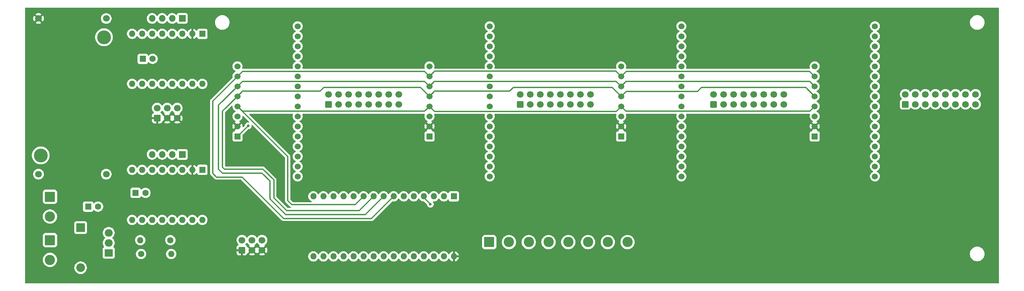
<source format=gbr>
%TF.GenerationSoftware,KiCad,Pcbnew,9.0.0*%
%TF.CreationDate,2025-03-13T12:01:58+01:00*%
%TF.ProjectId,chessboard_pcb,63686573-7362-46f6-9172-645f7063622e,rev?*%
%TF.SameCoordinates,Original*%
%TF.FileFunction,Copper,L2,Bot*%
%TF.FilePolarity,Positive*%
%FSLAX46Y46*%
G04 Gerber Fmt 4.6, Leading zero omitted, Abs format (unit mm)*
G04 Created by KiCad (PCBNEW 9.0.0) date 2025-03-13 12:01:58*
%MOMM*%
%LPD*%
G01*
G04 APERTURE LIST*
G04 Aperture macros list*
%AMRoundRect*
0 Rectangle with rounded corners*
0 $1 Rounding radius*
0 $2 $3 $4 $5 $6 $7 $8 $9 X,Y pos of 4 corners*
0 Add a 4 corners polygon primitive as box body*
4,1,4,$2,$3,$4,$5,$6,$7,$8,$9,$2,$3,0*
0 Add four circle primitives for the rounded corners*
1,1,$1+$1,$2,$3*
1,1,$1+$1,$4,$5*
1,1,$1+$1,$6,$7*
1,1,$1+$1,$8,$9*
0 Add four rect primitives between the rounded corners*
20,1,$1+$1,$2,$3,$4,$5,0*
20,1,$1+$1,$4,$5,$6,$7,0*
20,1,$1+$1,$6,$7,$8,$9,0*
20,1,$1+$1,$8,$9,$2,$3,0*%
G04 Aperture macros list end*
%TA.AperFunction,ComponentPad*%
%ADD10O,1.700000X1.700000*%
%TD*%
%TA.AperFunction,ComponentPad*%
%ADD11R,1.700000X1.700000*%
%TD*%
%TA.AperFunction,ComponentPad*%
%ADD12C,1.600000*%
%TD*%
%TA.AperFunction,ComponentPad*%
%ADD13R,1.600000X1.600000*%
%TD*%
%TA.AperFunction,ComponentPad*%
%ADD14R,2.000000X1.905000*%
%TD*%
%TA.AperFunction,ComponentPad*%
%ADD15O,2.000000X1.905000*%
%TD*%
%TA.AperFunction,ComponentPad*%
%ADD16O,1.600000X1.600000*%
%TD*%
%TA.AperFunction,ComponentPad*%
%ADD17RoundRect,0.250000X-1.050000X-1.050000X1.050000X-1.050000X1.050000X1.050000X-1.050000X1.050000X0*%
%TD*%
%TA.AperFunction,ComponentPad*%
%ADD18C,2.600000*%
%TD*%
%TA.AperFunction,ComponentPad*%
%ADD19R,2.200000X2.200000*%
%TD*%
%TA.AperFunction,ComponentPad*%
%ADD20O,2.200000X2.200000*%
%TD*%
%TA.AperFunction,ComponentPad*%
%ADD21RoundRect,0.250000X0.600000X-0.600000X0.600000X0.600000X-0.600000X0.600000X-0.600000X-0.600000X0*%
%TD*%
%TA.AperFunction,ComponentPad*%
%ADD22C,1.700000*%
%TD*%
%TA.AperFunction,ComponentPad*%
%ADD23RoundRect,0.250000X-1.050000X1.050000X-1.050000X-1.050000X1.050000X-1.050000X1.050000X1.050000X0*%
%TD*%
%TA.AperFunction,ComponentPad*%
%ADD24C,3.500000*%
%TD*%
%TA.AperFunction,ComponentPad*%
%ADD25C,1.530000*%
%TD*%
%TA.AperFunction,ComponentPad*%
%ADD26R,1.530000X1.530000*%
%TD*%
%TA.AperFunction,ViaPad*%
%ADD27C,0.700000*%
%TD*%
%TA.AperFunction,Conductor*%
%ADD28C,0.300000*%
%TD*%
G04 APERTURE END LIST*
D10*
%TO.P,motor,4,Pin_1*%
%TO.N,Net-(A2-2B)*%
X63680000Y-90750000D03*
%TO.P,motor,3,Pin_2*%
%TO.N,Net-(A2-2A)*%
X66220000Y-90750000D03*
%TO.P,motor,2,Pin_3*%
%TO.N,Net-(A2-1A)*%
X68760000Y-90750000D03*
D11*
%TO.P,motor,1,Pin_4*%
%TO.N,Net-(A2-1B)*%
X71300000Y-90750000D03*
%TD*%
D12*
%TO.P,C2,2*%
%TO.N,GND*%
X62000000Y-100500000D03*
D13*
%TO.P,C2,1*%
%TO.N,+12V*%
X59500000Y-100500000D03*
%TD*%
%TO.P,C3,1*%
%TO.N,+12V*%
X61317621Y-66500000D03*
D12*
%TO.P,C3,2*%
%TO.N,GND*%
X63817621Y-66500000D03*
%TD*%
D14*
%TO.P,Q1,1,G*%
%TO.N,Net-(Q1-G)*%
X52695000Y-115720000D03*
D15*
%TO.P,Q1,2,D*%
%TO.N,Net-(D1-A)*%
X52695000Y-113180000D03*
%TO.P,Q1,3,S*%
%TO.N,Net-(Q1-S)*%
X52695000Y-110640000D03*
%TD*%
D12*
%TO.P,R1,1*%
%TO.N,mag*%
X60880000Y-116000000D03*
D16*
%TO.P,R1,2*%
%TO.N,Net-(Q1-G)*%
X68500000Y-116000000D03*
%TD*%
D17*
%TO.P,J11,1,Pin_1*%
%TO.N,ENDSTOP1*%
X149000000Y-113000000D03*
D18*
%TO.P,J11,2,Pin_2*%
%TO.N,GND*%
X154000000Y-113000000D03*
%TO.P,J11,3,Pin_3*%
%TO.N,ENDSTOP2*%
X159000000Y-113000000D03*
%TO.P,J11,4,Pin_4*%
%TO.N,GND*%
X164000000Y-113000000D03*
%TO.P,J11,5,Pin_5*%
%TO.N,BUTTON1*%
X169000000Y-113000000D03*
%TO.P,J11,6,Pin_6*%
%TO.N,GND*%
X174000000Y-113000000D03*
%TO.P,J11,7,Pin_7*%
%TO.N,BUTTON2*%
X179000000Y-113000000D03*
%TO.P,J11,8,Pin_8*%
%TO.N,GND*%
X184000000Y-113000000D03*
%TD*%
D19*
%TO.P,D1,1,K*%
%TO.N,+12V*%
X45580000Y-109330000D03*
D20*
%TO.P,D1,2,A*%
%TO.N,Net-(D1-A)*%
X45580000Y-119490000D03*
%TD*%
D13*
%TO.P,C1,1*%
%TO.N,+12V*%
X47500000Y-104000000D03*
D12*
%TO.P,C1,2*%
%TO.N,GND*%
X50000000Y-104000000D03*
%TD*%
D21*
%TO.P,J12,1,Pin_1*%
%TO.N,Net-(J12-Pin_1)*%
X156800000Y-78040000D03*
D22*
%TO.P,J12,2,Pin_2*%
%TO.N,Net-(J12-Pin_2)*%
X156800000Y-75500000D03*
%TO.P,J12,3,Pin_3*%
%TO.N,Net-(J12-Pin_3)*%
X159340000Y-78040000D03*
%TO.P,J12,4,Pin_4*%
%TO.N,Net-(J12-Pin_4)*%
X159340000Y-75500000D03*
%TO.P,J12,5,Pin_5*%
%TO.N,Net-(J12-Pin_5)*%
X161880000Y-78040000D03*
%TO.P,J12,6,Pin_6*%
%TO.N,Net-(J12-Pin_6)*%
X161880000Y-75500000D03*
%TO.P,J12,7,Pin_7*%
%TO.N,Net-(J12-Pin_7)*%
X164420000Y-78040000D03*
%TO.P,J12,8,Pin_8*%
%TO.N,Net-(J12-Pin_8)*%
X164420000Y-75500000D03*
%TO.P,J12,9,Pin_9*%
%TO.N,Net-(J12-Pin_9)*%
X166960000Y-78040000D03*
%TO.P,J12,10,6*%
%TO.N,Net-(J12-6)*%
X166960000Y-75500000D03*
%TO.P,J12,11,Pin_11*%
%TO.N,Net-(J12-Pin_11)*%
X169500000Y-78040000D03*
%TO.P,J12,12,Pin_12*%
%TO.N,Net-(J12-Pin_12)*%
X169500000Y-75500000D03*
%TO.P,J12,13,Pin_13*%
%TO.N,Net-(J12-Pin_13)*%
X172040000Y-78040000D03*
%TO.P,J12,14,Pin_14*%
%TO.N,Net-(J12-Pin_14)*%
X172040000Y-75500000D03*
%TO.P,J12,15,Pin_15*%
%TO.N,Net-(J12-Pin_15)*%
X174580000Y-78040000D03*
%TO.P,J12,16,Pin_16*%
%TO.N,Net-(J12-Pin_16)*%
X174580000Y-75500000D03*
%TD*%
D13*
%TO.P,A3,1,GND*%
%TO.N,GND*%
X76390000Y-60160000D03*
D16*
%TO.P,A3,2,VDD*%
%TO.N,+5V*%
X73850000Y-60160000D03*
%TO.P,A3,3,1B*%
%TO.N,Net-(A3-1B)*%
X71310000Y-60160000D03*
%TO.P,A3,4,1A*%
%TO.N,Net-(A3-1A)*%
X68770000Y-60160000D03*
%TO.P,A3,5,2A*%
%TO.N,Net-(A3-2A)*%
X66230000Y-60160000D03*
%TO.P,A3,6,2B*%
%TO.N,Net-(A3-2B)*%
X63690000Y-60160000D03*
%TO.P,A3,7,GND*%
%TO.N,GND*%
X61150000Y-60160000D03*
%TO.P,A3,8,VMOT*%
%TO.N,+12V*%
X58610000Y-60160000D03*
%TO.P,A3,9,~{ENABLE}*%
%TO.N,EN1*%
X58610000Y-72860000D03*
%TO.P,A3,10,MS1*%
%TO.N,Net-(A3-MS1)*%
X61150000Y-72860000D03*
%TO.P,A3,11,MS2*%
%TO.N,Net-(A3-MS2)*%
X63690000Y-72860000D03*
%TO.P,A3,12,MS3*%
%TO.N,Net-(A3-MS3)*%
X66230000Y-72860000D03*
%TO.P,A3,13,~{RESET}*%
%TO.N,Net-(A3-~{RESET})*%
X68770000Y-72860000D03*
%TO.P,A3,14,~{SLEEP}*%
X71310000Y-72860000D03*
%TO.P,A3,15,STEP*%
%TO.N,STEP1*%
X73850000Y-72860000D03*
%TO.P,A3,16,DIR*%
%TO.N,DIR1*%
X76390000Y-72860000D03*
%TD*%
D13*
%TO.P,A4988 ,1,GND*%
%TO.N,GND*%
X76390000Y-94660000D03*
D16*
%TO.P,A4988 ,2,VDD*%
%TO.N,+5V*%
X73850000Y-94660000D03*
%TO.P,A4988 ,3,1B*%
%TO.N,Net-(A2-1B)*%
X71310000Y-94660000D03*
%TO.P,A4988 ,4,1A*%
%TO.N,Net-(A2-1A)*%
X68770000Y-94660000D03*
%TO.P,A4988 ,5,2A*%
%TO.N,Net-(A2-2A)*%
X66230000Y-94660000D03*
%TO.P,A4988 ,6,2B*%
%TO.N,Net-(A2-2B)*%
X63690000Y-94660000D03*
%TO.P,A4988 ,7,GND*%
%TO.N,GND*%
X61150000Y-94660000D03*
%TO.P,A4988 ,8,VMOT*%
%TO.N,+12V*%
X58610000Y-94660000D03*
%TO.P,A4988 ,9,~{ENABLE}*%
%TO.N,EN2*%
X58610000Y-107360000D03*
%TO.P,A4988 ,10,MS1*%
%TO.N,Net-(A2-MS1)*%
X61150000Y-107360000D03*
%TO.P,A4988 ,11,MS2*%
%TO.N,Net-(A2-MS2)*%
X63690000Y-107360000D03*
%TO.P,A4988 ,12,MS3*%
%TO.N,Net-(A2-MS3)*%
X66230000Y-107360000D03*
%TO.P,A4988 ,13,~{RESET}*%
%TO.N,Net-(A2-~{RESET})*%
X68770000Y-107360000D03*
%TO.P,A4988 ,14,~{SLEEP}*%
X71310000Y-107360000D03*
%TO.P,A4988 ,15,STEP*%
%TO.N,STEP2*%
X73850000Y-107360000D03*
%TO.P,A4988 ,16,DIR*%
%TO.N,DIR2*%
X76390000Y-107360000D03*
%TD*%
D23*
%TO.P,J1,1,Pin_1*%
%TO.N,+12V*%
X37827500Y-112500000D03*
D18*
%TO.P,J1,2,Pin_2*%
%TO.N,Net-(D1-A)*%
X37827500Y-117500000D03*
%TD*%
D24*
%TO.P,BUCK1,*%
%TO.N,*%
X35500000Y-91000000D03*
X51502000Y-61028000D03*
D22*
%TO.P,BUCK1,1,IN+*%
%TO.N,+12V*%
X34928500Y-95762500D03*
%TO.P,BUCK1,2,IN-*%
%TO.N,GND*%
X52073500Y-95762500D03*
%TO.P,BUCK1,3,OUT+*%
%TO.N,+5V*%
X34928500Y-56265500D03*
%TO.P,BUCK1,4,OUT-*%
%TO.N,GND*%
X52073500Y-56265500D03*
%TD*%
D11*
%TO.P,motor,1,Pin_4*%
%TO.N,Net-(A3-1B)*%
X71300000Y-56250000D03*
D10*
%TO.P,motor,2,Pin_3*%
%TO.N,Net-(A3-1A)*%
X68760000Y-56250000D03*
%TO.P,motor,3,Pin_2*%
%TO.N,Net-(A3-2A)*%
X66220000Y-56250000D03*
%TO.P,motor,4,Pin_1*%
%TO.N,Net-(A3-2B)*%
X63680000Y-56250000D03*
%TD*%
D12*
%TO.P,PULLDOWN,1*%
%TO.N,GND*%
X68310000Y-112500000D03*
D16*
%TO.P,PULLDOWN,2*%
%TO.N,Net-(Q1-S)*%
X60690000Y-112500000D03*
%TD*%
D21*
%TO.P,J8,1,Pin_1*%
%TO.N,+5V*%
X64955000Y-81540000D03*
D22*
%TO.P,J8,2,Pin_6*%
%TO.N,Net-(A3-MS1)*%
X64955000Y-79000000D03*
%TO.P,J8,3,Pin_2*%
%TO.N,+5V*%
X67495000Y-81540000D03*
%TO.P,J8,4,Pin_5*%
%TO.N,Net-(A3-MS2)*%
X67495000Y-79000000D03*
%TO.P,J8,5,Pin_3*%
%TO.N,+5V*%
X70035000Y-81540000D03*
%TO.P,J8,6,Pin_4*%
%TO.N,Net-(A3-MS3)*%
X70035000Y-79000000D03*
%TD*%
D21*
%TO.P,J15,1,Pin_1*%
%TO.N,Net-(J15-Pin_1)*%
X254300000Y-78040000D03*
D22*
%TO.P,J15,2,Pin_2*%
%TO.N,Net-(J15-Pin_2)*%
X254300000Y-75500000D03*
%TO.P,J15,3,Pin_3*%
%TO.N,Net-(J15-Pin_3)*%
X256840000Y-78040000D03*
%TO.P,J15,4,Pin_4*%
%TO.N,Net-(J15-Pin_4)*%
X256840000Y-75500000D03*
%TO.P,J15,5,Pin_5*%
%TO.N,Net-(J15-Pin_5)*%
X259380000Y-78040000D03*
%TO.P,J15,6,Pin_6*%
%TO.N,Net-(J15-Pin_6)*%
X259380000Y-75500000D03*
%TO.P,J15,7,Pin_7*%
%TO.N,Net-(J15-Pin_7)*%
X261920000Y-78040000D03*
%TO.P,J15,8,Pin_8*%
%TO.N,Net-(J15-Pin_8)*%
X261920000Y-75500000D03*
%TO.P,J15,9,Pin_9*%
%TO.N,Net-(J15-Pin_9)*%
X264460000Y-78040000D03*
%TO.P,J15,10,6*%
%TO.N,Net-(J15-6)*%
X264460000Y-75500000D03*
%TO.P,J15,11,Pin_11*%
%TO.N,Net-(J15-Pin_11)*%
X267000000Y-78040000D03*
%TO.P,J15,12,Pin_12*%
%TO.N,Net-(J15-Pin_12)*%
X267000000Y-75500000D03*
%TO.P,J15,13,Pin_13*%
%TO.N,Net-(J15-Pin_13)*%
X269540000Y-78040000D03*
%TO.P,J15,14,Pin_14*%
%TO.N,Net-(J15-Pin_14)*%
X269540000Y-75500000D03*
%TO.P,J15,15,Pin_15*%
%TO.N,Net-(J15-Pin_15)*%
X272080000Y-78040000D03*
%TO.P,J15,16,Pin_16*%
%TO.N,Net-(J15-Pin_16)*%
X272080000Y-75500000D03*
%TD*%
D21*
%TO.P,J13,1,Pin_1*%
%TO.N,Net-(J13-Pin_1)*%
X108340000Y-78040000D03*
D22*
%TO.P,J13,2,Pin_2*%
%TO.N,Net-(J13-Pin_2)*%
X108340000Y-75500000D03*
%TO.P,J13,3,Pin_3*%
%TO.N,Net-(J13-Pin_3)*%
X110880000Y-78040000D03*
%TO.P,J13,4,Pin_4*%
%TO.N,Net-(J13-Pin_4)*%
X110880000Y-75500000D03*
%TO.P,J13,5,Pin_5*%
%TO.N,Net-(J13-Pin_5)*%
X113420000Y-78040000D03*
%TO.P,J13,6,Pin_6*%
%TO.N,Net-(J13-Pin_6)*%
X113420000Y-75500000D03*
%TO.P,J13,7,Pin_7*%
%TO.N,Net-(J13-Pin_7)*%
X115960000Y-78040000D03*
%TO.P,J13,8,Pin_8*%
%TO.N,Net-(J13-Pin_8)*%
X115960000Y-75500000D03*
%TO.P,J13,9,Pin_9*%
%TO.N,Net-(J13-Pin_9)*%
X118500000Y-78040000D03*
%TO.P,J13,10,6*%
%TO.N,Net-(J13-6)*%
X118500000Y-75500000D03*
%TO.P,J13,11,Pin_11*%
%TO.N,Net-(J13-Pin_11)*%
X121040000Y-78040000D03*
%TO.P,J13,12,Pin_12*%
%TO.N,Net-(J13-Pin_12)*%
X121040000Y-75500000D03*
%TO.P,J13,13,Pin_13*%
%TO.N,Net-(J13-Pin_13)*%
X123580000Y-78040000D03*
%TO.P,J13,14,Pin_14*%
%TO.N,Net-(J13-Pin_14)*%
X123580000Y-75500000D03*
%TO.P,J13,15,Pin_15*%
%TO.N,Net-(J13-Pin_15)*%
X126120000Y-78040000D03*
%TO.P,J13,16,Pin_16*%
%TO.N,Net-(J13-Pin_16)*%
X126120000Y-75500000D03*
%TD*%
D13*
%TO.P,A1,1,D1/TX*%
%TO.N,BUTTON2*%
X140050000Y-101390000D03*
D16*
%TO.P,A1,2,D0/RX*%
%TO.N,BUTTON1*%
X137510000Y-101390000D03*
%TO.P,A1,3,~{RESET}*%
%TO.N,unconnected-(A1-~{RESET}-Pad3)*%
X134970000Y-101390000D03*
%TO.P,A1,4,GND*%
%TO.N,GND*%
X132430000Y-101390000D03*
%TO.P,A1,5,D2*%
%TO.N,ENDSTOP2*%
X129890000Y-101390000D03*
%TO.P,A1,6,D3*%
%TO.N,ENDSTOP1*%
X127350000Y-101390000D03*
%TO.P,A1,7,D4*%
%TO.N,S0*%
X124810000Y-101390000D03*
%TO.P,A1,8,D5*%
%TO.N,S1*%
X122270000Y-101390000D03*
%TO.P,A1,9,D6*%
%TO.N,S2*%
X119730000Y-101390000D03*
%TO.P,A1,10,D7*%
%TO.N,S3*%
X117190000Y-101390000D03*
%TO.P,A1,11,D8*%
%TO.N,mag*%
X114650000Y-101390000D03*
%TO.P,A1,12,D9*%
%TO.N,COM4*%
X112110000Y-101390000D03*
%TO.P,A1,13,D10*%
%TO.N,COM3*%
X109570000Y-101390000D03*
%TO.P,A1,14,D11*%
%TO.N,COM1*%
X107030000Y-101390000D03*
%TO.P,A1,15,D12*%
%TO.N,COM2*%
X104490000Y-101390000D03*
%TO.P,A1,16,D13*%
%TO.N,unconnected-(A1-D13-Pad16)*%
X104490000Y-116630000D03*
%TO.P,A1,17,3V3*%
%TO.N,unconnected-(A1-3V3-Pad17)*%
X107030000Y-116630000D03*
%TO.P,A1,18,AREF*%
%TO.N,unconnected-(A1-AREF-Pad18)*%
X109570000Y-116630000D03*
%TO.P,A1,19,A0*%
%TO.N,DIR2*%
X112110000Y-116630000D03*
%TO.P,A1,20,A1*%
%TO.N,STEP2*%
X114650000Y-116630000D03*
%TO.P,A1,21,A2*%
%TO.N,EN2*%
X117190000Y-116630000D03*
%TO.P,A1,22,A3*%
%TO.N,EN1*%
X119730000Y-116630000D03*
%TO.P,A1,23,A4*%
%TO.N,STEP1*%
X122270000Y-116630000D03*
%TO.P,A1,24,A5*%
%TO.N,DIR1*%
X124810000Y-116630000D03*
%TO.P,A1,25,A6*%
%TO.N,unconnected-(A1-A6-Pad25)*%
X127350000Y-116630000D03*
%TO.P,A1,26,A7*%
%TO.N,unconnected-(A1-A7-Pad26)*%
X129890000Y-116630000D03*
%TO.P,A1,27,+5V*%
%TO.N,unconnected-(A1-+5V-Pad27)*%
X132430000Y-116630000D03*
%TO.P,A1,28,~{RESET}*%
%TO.N,unconnected-(A1-~{RESET}-Pad28)*%
X134970000Y-116630000D03*
%TO.P,A1,29,GND*%
%TO.N,GND*%
X137510000Y-116630000D03*
%TO.P,A1,30,VIN*%
%TO.N,+5V*%
X140050000Y-116630000D03*
%TD*%
D21*
%TO.P,J14,1,Pin_1*%
%TO.N,Net-(J14-Pin_1)*%
X205760000Y-78040000D03*
D22*
%TO.P,J14,2,Pin_2*%
%TO.N,Net-(J14-Pin_2)*%
X205760000Y-75500000D03*
%TO.P,J14,3,Pin_3*%
%TO.N,Net-(J14-Pin_3)*%
X208300000Y-78040000D03*
%TO.P,J14,4,Pin_4*%
%TO.N,Net-(J14-Pin_4)*%
X208300000Y-75500000D03*
%TO.P,J14,5,Pin_5*%
%TO.N,Net-(J14-Pin_5)*%
X210840000Y-78040000D03*
%TO.P,J14,6,Pin_6*%
%TO.N,Net-(J14-Pin_6)*%
X210840000Y-75500000D03*
%TO.P,J14,7,Pin_7*%
%TO.N,Net-(J14-Pin_7)*%
X213380000Y-78040000D03*
%TO.P,J14,8,Pin_8*%
%TO.N,Net-(J14-Pin_8)*%
X213380000Y-75500000D03*
%TO.P,J14,9,Pin_9*%
%TO.N,Net-(J14-Pin_9)*%
X215920000Y-78040000D03*
%TO.P,J14,10,6*%
%TO.N,Net-(J14-6)*%
X215920000Y-75500000D03*
%TO.P,J14,11,Pin_11*%
%TO.N,Net-(J14-Pin_11)*%
X218460000Y-78040000D03*
%TO.P,J14,12,Pin_12*%
%TO.N,Net-(J14-Pin_12)*%
X218460000Y-75500000D03*
%TO.P,J14,13,Pin_13*%
%TO.N,Net-(J14-Pin_13)*%
X221000000Y-78040000D03*
%TO.P,J14,14,Pin_14*%
%TO.N,Net-(J14-Pin_14)*%
X221000000Y-75500000D03*
%TO.P,J14,15,Pin_15*%
%TO.N,Net-(J14-Pin_15)*%
X223540000Y-78040000D03*
%TO.P,J14,16,Pin_16*%
%TO.N,Net-(J14-Pin_16)*%
X223540000Y-75500000D03*
%TD*%
D23*
%TO.P,J2,1,Pin_1*%
%TO.N,GND*%
X37827500Y-101500000D03*
D18*
%TO.P,J2,2,Pin_2*%
%TO.N,+12V*%
X37827500Y-106500000D03*
%TD*%
D21*
%TO.P,J7,1,Pin_1*%
%TO.N,+5V*%
X86420000Y-115040000D03*
D22*
%TO.P,J7,2,Pin_6*%
%TO.N,Net-(A2-MS1)*%
X86420000Y-112500000D03*
%TO.P,J7,3,Pin_2*%
%TO.N,+5V*%
X88960000Y-115040000D03*
%TO.P,J7,4,Pin_5*%
%TO.N,Net-(A2-MS2)*%
X88960000Y-112500000D03*
%TO.P,J7,5,Pin_3*%
%TO.N,+5V*%
X91500000Y-115040000D03*
%TO.P,J7,6,Pin_4*%
%TO.N,Net-(A2-MS3)*%
X91500000Y-112500000D03*
%TD*%
D25*
%TO.P,U1,1,COM*%
%TO.N,COM1*%
X133880000Y-68397500D03*
%TO.P,U1,2,I7*%
%TO.N,Net-(J12-Pin_2)*%
X149120000Y-76017500D03*
%TO.P,U1,3,I6*%
%TO.N,Net-(J12-Pin_4)*%
X149120000Y-73477500D03*
%TO.P,U1,4,I5*%
%TO.N,Net-(J12-Pin_6)*%
X149120000Y-70937500D03*
%TO.P,U1,5,I4*%
%TO.N,Net-(J12-Pin_8)*%
X149120000Y-68397500D03*
%TO.P,U1,6,I3*%
%TO.N,Net-(J12-6)*%
X149120000Y-65857500D03*
%TO.P,U1,7,I2*%
%TO.N,Net-(J12-Pin_12)*%
X149120000Y-63317500D03*
%TO.P,U1,8,I1*%
%TO.N,Net-(J12-Pin_14)*%
X149120000Y-60777500D03*
%TO.P,U1,9,I0*%
%TO.N,Net-(J12-Pin_16)*%
X149120000Y-58237500D03*
%TO.P,U1,10,S0*%
%TO.N,S0*%
X133880000Y-70937500D03*
%TO.P,U1,11,S1*%
%TO.N,S1*%
X133880000Y-73477500D03*
D26*
%TO.P,U1,12,GND*%
%TO.N,GND*%
X133880000Y-86177500D03*
D25*
%TO.P,U1,13,S3*%
%TO.N,S3*%
X133880000Y-78557500D03*
%TO.P,U1,14,S2*%
%TO.N,S2*%
X133880000Y-76017500D03*
%TO.P,U1,15,~{E}*%
%TO.N,GND*%
X133880000Y-81097500D03*
%TO.P,U1,16,I15*%
%TO.N,Net-(J12-Pin_15)*%
X149120000Y-96337500D03*
%TO.P,U1,17,I14*%
%TO.N,Net-(J12-Pin_13)*%
X149120000Y-93797500D03*
%TO.P,U1,18,I13*%
%TO.N,Net-(J12-Pin_11)*%
X149120000Y-91257500D03*
%TO.P,U1,19,I12*%
%TO.N,Net-(J12-Pin_9)*%
X149120000Y-88717500D03*
%TO.P,U1,20,I11*%
%TO.N,Net-(J12-Pin_7)*%
X149120000Y-86177500D03*
%TO.P,U1,21,I10*%
%TO.N,Net-(J12-Pin_5)*%
X149120000Y-83637500D03*
%TO.P,U1,22,I9*%
%TO.N,Net-(J12-Pin_3)*%
X149120000Y-81097500D03*
%TO.P,U1,23,I8*%
%TO.N,Net-(J12-Pin_1)*%
X149120000Y-78557500D03*
%TO.P,U1,24,VCC*%
%TO.N,+5V*%
X133880000Y-83637500D03*
%TD*%
%TO.P,U3,1,COM*%
%TO.N,COM3*%
X182380000Y-68397500D03*
%TO.P,U3,2,I7*%
%TO.N,Net-(J14-Pin_2)*%
X197620000Y-76017500D03*
%TO.P,U3,3,I6*%
%TO.N,Net-(J14-Pin_4)*%
X197620000Y-73477500D03*
%TO.P,U3,4,I5*%
%TO.N,Net-(J14-Pin_6)*%
X197620000Y-70937500D03*
%TO.P,U3,5,I4*%
%TO.N,Net-(J14-Pin_8)*%
X197620000Y-68397500D03*
%TO.P,U3,6,I3*%
%TO.N,Net-(J14-6)*%
X197620000Y-65857500D03*
%TO.P,U3,7,I2*%
%TO.N,Net-(J14-Pin_12)*%
X197620000Y-63317500D03*
%TO.P,U3,8,I1*%
%TO.N,Net-(J14-Pin_14)*%
X197620000Y-60777500D03*
%TO.P,U3,9,I0*%
%TO.N,Net-(J14-Pin_16)*%
X197620000Y-58237500D03*
%TO.P,U3,10,S0*%
%TO.N,S0*%
X182380000Y-70937500D03*
%TO.P,U3,11,S1*%
%TO.N,S1*%
X182380000Y-73477500D03*
D26*
%TO.P,U3,12,GND*%
%TO.N,GND*%
X182380000Y-86177500D03*
D25*
%TO.P,U3,13,S3*%
%TO.N,S3*%
X182380000Y-78557500D03*
%TO.P,U3,14,S2*%
%TO.N,S2*%
X182380000Y-76017500D03*
%TO.P,U3,15,~{E}*%
%TO.N,GND*%
X182380000Y-81097500D03*
%TO.P,U3,16,I15*%
%TO.N,Net-(J14-Pin_15)*%
X197620000Y-96337500D03*
%TO.P,U3,17,I14*%
%TO.N,Net-(J14-Pin_13)*%
X197620000Y-93797500D03*
%TO.P,U3,18,I13*%
%TO.N,Net-(J14-Pin_11)*%
X197620000Y-91257500D03*
%TO.P,U3,19,I12*%
%TO.N,Net-(J14-Pin_9)*%
X197620000Y-88717500D03*
%TO.P,U3,20,I11*%
%TO.N,Net-(J14-Pin_7)*%
X197620000Y-86177500D03*
%TO.P,U3,21,I10*%
%TO.N,Net-(J14-Pin_5)*%
X197620000Y-83637500D03*
%TO.P,U3,22,I9*%
%TO.N,Net-(J14-Pin_3)*%
X197620000Y-81097500D03*
%TO.P,U3,23,I8*%
%TO.N,Net-(J14-Pin_1)*%
X197620000Y-78557500D03*
%TO.P,U3,24,VCC*%
%TO.N,+5V*%
X182380000Y-83637500D03*
%TD*%
%TO.P,U4,1,COM*%
%TO.N,COM4*%
X231380000Y-68397500D03*
%TO.P,U4,2,I7*%
%TO.N,Net-(J15-Pin_2)*%
X246620000Y-76017500D03*
%TO.P,U4,3,I6*%
%TO.N,Net-(J15-Pin_4)*%
X246620000Y-73477500D03*
%TO.P,U4,4,I5*%
%TO.N,Net-(J15-Pin_6)*%
X246620000Y-70937500D03*
%TO.P,U4,5,I4*%
%TO.N,Net-(J15-Pin_8)*%
X246620000Y-68397500D03*
%TO.P,U4,6,I3*%
%TO.N,Net-(J15-6)*%
X246620000Y-65857500D03*
%TO.P,U4,7,I2*%
%TO.N,Net-(J15-Pin_12)*%
X246620000Y-63317500D03*
%TO.P,U4,8,I1*%
%TO.N,Net-(J15-Pin_14)*%
X246620000Y-60777500D03*
%TO.P,U4,9,I0*%
%TO.N,Net-(J15-Pin_16)*%
X246620000Y-58237500D03*
%TO.P,U4,10,S0*%
%TO.N,S0*%
X231380000Y-70937500D03*
%TO.P,U4,11,S1*%
%TO.N,S1*%
X231380000Y-73477500D03*
D26*
%TO.P,U4,12,GND*%
%TO.N,GND*%
X231380000Y-86177500D03*
D25*
%TO.P,U4,13,S3*%
%TO.N,S3*%
X231380000Y-78557500D03*
%TO.P,U4,14,S2*%
%TO.N,S2*%
X231380000Y-76017500D03*
%TO.P,U4,15,~{E}*%
%TO.N,GND*%
X231380000Y-81097500D03*
%TO.P,U4,16,I15*%
%TO.N,Net-(J15-Pin_15)*%
X246620000Y-96337500D03*
%TO.P,U4,17,I14*%
%TO.N,Net-(J15-Pin_13)*%
X246620000Y-93797500D03*
%TO.P,U4,18,I13*%
%TO.N,Net-(J15-Pin_11)*%
X246620000Y-91257500D03*
%TO.P,U4,19,I12*%
%TO.N,Net-(J15-Pin_9)*%
X246620000Y-88717500D03*
%TO.P,U4,20,I11*%
%TO.N,Net-(J15-Pin_7)*%
X246620000Y-86177500D03*
%TO.P,U4,21,I10*%
%TO.N,Net-(J15-Pin_5)*%
X246620000Y-83637500D03*
%TO.P,U4,22,I9*%
%TO.N,Net-(J15-Pin_3)*%
X246620000Y-81097500D03*
%TO.P,U4,23,I8*%
%TO.N,Net-(J15-Pin_1)*%
X246620000Y-78557500D03*
%TO.P,U4,24,VCC*%
%TO.N,+5V*%
X231380000Y-83637500D03*
%TD*%
%TO.P,multiplexer,1,COM*%
%TO.N,COM2*%
X85278750Y-68397500D03*
%TO.P,multiplexer,2,I7*%
%TO.N,Net-(J13-Pin_2)*%
X100518750Y-76017500D03*
%TO.P,multiplexer,3,I6*%
%TO.N,Net-(J13-Pin_4)*%
X100518750Y-73477500D03*
%TO.P,multiplexer,4,I5*%
%TO.N,Net-(J13-Pin_6)*%
X100518750Y-70937500D03*
%TO.P,multiplexer,5,I4*%
%TO.N,Net-(J13-Pin_8)*%
X100518750Y-68397500D03*
%TO.P,multiplexer,6,I3*%
%TO.N,Net-(J13-6)*%
X100518750Y-65857500D03*
%TO.P,multiplexer,7,I2*%
%TO.N,Net-(J13-Pin_12)*%
X100518750Y-63317500D03*
%TO.P,multiplexer,8,I1*%
%TO.N,Net-(J13-Pin_14)*%
X100518750Y-60777500D03*
%TO.P,multiplexer,9,I0*%
%TO.N,Net-(J13-Pin_16)*%
X100518750Y-58237500D03*
%TO.P,multiplexer,10,S0*%
%TO.N,S0*%
X85278750Y-70937500D03*
%TO.P,multiplexer,11,S1*%
%TO.N,S1*%
X85278750Y-73477500D03*
D26*
%TO.P,multiplexer,12,GND*%
%TO.N,GND*%
X85278750Y-86177500D03*
D25*
%TO.P,multiplexer,13,S3*%
%TO.N,S3*%
X85278750Y-78557500D03*
%TO.P,multiplexer,14,S2*%
%TO.N,S2*%
X85278750Y-76017500D03*
%TO.P,multiplexer,15,~{E}*%
%TO.N,GND*%
X85278750Y-81097500D03*
%TO.P,multiplexer,16,I15*%
%TO.N,Net-(J13-Pin_15)*%
X100518750Y-96337500D03*
%TO.P,multiplexer,17,I14*%
%TO.N,Net-(J13-Pin_13)*%
X100518750Y-93797500D03*
%TO.P,multiplexer,18,I13*%
%TO.N,Net-(J13-Pin_11)*%
X100518750Y-91257500D03*
%TO.P,multiplexer,19,I12*%
%TO.N,Net-(J13-Pin_9)*%
X100518750Y-88717500D03*
%TO.P,multiplexer,20,I11*%
%TO.N,Net-(J13-Pin_7)*%
X100518750Y-86177500D03*
%TO.P,multiplexer,21,I10*%
%TO.N,Net-(J13-Pin_5)*%
X100518750Y-83637500D03*
%TO.P,multiplexer,22,I9*%
%TO.N,Net-(J13-Pin_3)*%
X100518750Y-81097500D03*
%TO.P,multiplexer,23,I8*%
%TO.N,Net-(J13-Pin_1)*%
X100518750Y-78557500D03*
%TO.P,multiplexer,24,VCC*%
%TO.N,+5V*%
X85278750Y-83637500D03*
%TD*%
D27*
%TO.N,GND*%
X88000000Y-83500000D03*
X134100000Y-103400000D03*
%TO.N,+5V*%
X89980000Y-81500000D03*
%TD*%
D28*
%TO.N,GND*%
X134100000Y-103350000D02*
X132630025Y-101880025D01*
X85278750Y-86177500D02*
X85322500Y-86177500D01*
X132630025Y-101880025D02*
X132630025Y-101590025D01*
X134100000Y-103400000D02*
X134100000Y-103350000D01*
X132630025Y-101590025D02*
X132430000Y-101390000D01*
X85322500Y-86177500D02*
X88000000Y-83500000D01*
%TO.N,S1*%
X93500000Y-97500000D02*
X91500000Y-95500000D01*
X80500000Y-78256250D02*
X85278750Y-73477500D01*
X117660000Y-106000000D02*
X97500000Y-106000000D01*
X230152500Y-72250000D02*
X231380000Y-73477500D01*
X122270000Y-101390000D02*
X117660000Y-106000000D01*
X93500000Y-102000000D02*
X93500000Y-97500000D01*
X133880000Y-73477500D02*
X132612500Y-72210000D01*
X97500000Y-106000000D02*
X93500000Y-102000000D01*
X86546250Y-72210000D02*
X85278750Y-73477500D01*
X91500000Y-95500000D02*
X81500000Y-95500000D01*
X135107500Y-72250000D02*
X181152500Y-72250000D01*
X132612500Y-72210000D02*
X86546250Y-72210000D01*
X133880000Y-73477500D02*
X135107500Y-72250000D01*
X80500000Y-94500000D02*
X80500000Y-78256250D01*
X81500000Y-95500000D02*
X80500000Y-94500000D01*
X182380000Y-73477500D02*
X183607500Y-72250000D01*
X181152500Y-72250000D02*
X182380000Y-73477500D01*
X183607500Y-72250000D02*
X230152500Y-72250000D01*
%TO.N,S2*%
X183647500Y-74750000D02*
X201750000Y-74750000D01*
X201750000Y-74750000D02*
X202750000Y-73750000D01*
X106171500Y-74730000D02*
X107151500Y-73750000D01*
X107151500Y-73750000D02*
X131612500Y-73750000D01*
X155125000Y-73750000D02*
X180112500Y-73750000D01*
X91750000Y-94500000D02*
X82000000Y-94500000D01*
X81500000Y-94000000D02*
X81500000Y-79796250D01*
X180112500Y-73750000D02*
X182380000Y-76017500D01*
X202750000Y-73750000D02*
X229112500Y-73750000D01*
X131612500Y-73750000D02*
X133880000Y-76017500D01*
X133880000Y-76017500D02*
X135168500Y-74729000D01*
X119730000Y-101390000D02*
X116120000Y-105000000D01*
X182380000Y-76017500D02*
X183647500Y-74750000D01*
X86566250Y-74730000D02*
X106171500Y-74730000D01*
X135168500Y-74729000D02*
X154146000Y-74729000D01*
X116120000Y-105000000D02*
X97750000Y-105000000D01*
X81500000Y-79796250D02*
X85278750Y-76017500D01*
X82000000Y-94500000D02*
X81500000Y-94000000D01*
X94500000Y-101750000D02*
X94500000Y-97250000D01*
X229112500Y-73750000D02*
X231380000Y-76017500D01*
X97750000Y-105000000D02*
X94500000Y-101750000D01*
X154146000Y-74729000D02*
X155125000Y-73750000D01*
X85278750Y-76017500D02*
X86566250Y-74730000D01*
X94500000Y-97250000D02*
X91750000Y-94500000D01*
%TO.N,S0*%
X124810000Y-101390000D02*
X119200000Y-107000000D01*
X133880000Y-70937500D02*
X135177500Y-69640000D01*
X132602500Y-69660000D02*
X133880000Y-70937500D01*
X97000000Y-107000000D02*
X86500000Y-96500000D01*
X181082500Y-69640000D02*
X182380000Y-70937500D01*
X182380000Y-70937500D02*
X183657500Y-69660000D01*
X230102500Y-69660000D02*
X231380000Y-70937500D01*
X183657500Y-69660000D02*
X230102500Y-69660000D01*
X119200000Y-107000000D02*
X97000000Y-107000000D01*
X79000000Y-77216250D02*
X85278750Y-70937500D01*
X85278750Y-70937500D02*
X86556250Y-69660000D01*
X135177500Y-69640000D02*
X181082500Y-69640000D01*
X80000000Y-96500000D02*
X79000000Y-95500000D01*
X86556250Y-69660000D02*
X132602500Y-69660000D01*
X86500000Y-96500000D02*
X80000000Y-96500000D01*
X79000000Y-95500000D02*
X79000000Y-77216250D01*
%TO.N,S3*%
X181097500Y-79840000D02*
X182380000Y-78557500D01*
X230127500Y-79810000D02*
X231380000Y-78557500D01*
X98000000Y-91278750D02*
X85278750Y-78557500D01*
X132627500Y-79810000D02*
X133880000Y-78557500D01*
X85278750Y-78557500D02*
X86531250Y-79810000D01*
X99000000Y-103500000D02*
X98000000Y-102500000D01*
X115080000Y-103500000D02*
X117190000Y-101390000D01*
X98000000Y-102500000D02*
X98000000Y-91278750D01*
X133880000Y-78557500D02*
X135162500Y-79840000D01*
X183632500Y-79810000D02*
X230127500Y-79810000D01*
X86531250Y-79810000D02*
X132627500Y-79810000D01*
X182380000Y-78557500D02*
X183632500Y-79810000D01*
X115080000Y-103500000D02*
X99000000Y-103500000D01*
X135162500Y-79840000D02*
X181097500Y-79840000D01*
%TD*%
%TA.AperFunction,Conductor*%
%TO.N,+5V*%
G36*
X87761444Y-113153999D02*
G01*
X87800486Y-113199056D01*
X87804951Y-113207820D01*
X87929890Y-113379786D01*
X88080213Y-113530109D01*
X88252179Y-113655048D01*
X88252181Y-113655049D01*
X88252184Y-113655051D01*
X88261493Y-113659794D01*
X88312290Y-113707766D01*
X88329087Y-113775587D01*
X88306552Y-113841722D01*
X88261505Y-113880760D01*
X88252446Y-113885376D01*
X88252440Y-113885380D01*
X88198282Y-113924727D01*
X88198282Y-113924728D01*
X88830591Y-114557037D01*
X88767007Y-114574075D01*
X88652993Y-114639901D01*
X88559901Y-114732993D01*
X88494075Y-114847007D01*
X88477037Y-114910591D01*
X87840743Y-114274297D01*
X87787250Y-114263059D01*
X87737494Y-114214008D01*
X87728193Y-114192809D01*
X87704359Y-114120882D01*
X87704356Y-114120875D01*
X87612315Y-113971654D01*
X87488345Y-113847684D01*
X87339124Y-113755643D01*
X87339114Y-113755639D01*
X87328272Y-113752046D01*
X87270829Y-113712272D01*
X87244009Y-113647755D01*
X87256326Y-113578979D01*
X87294403Y-113534018D01*
X87299792Y-113530104D01*
X87450104Y-113379792D01*
X87450106Y-113379788D01*
X87450109Y-113379786D01*
X87575048Y-113207820D01*
X87575047Y-113207820D01*
X87575051Y-113207816D01*
X87579514Y-113199054D01*
X87627488Y-113148259D01*
X87695308Y-113131463D01*
X87761444Y-113153999D01*
G37*
%TD.AperFunction*%
%TA.AperFunction,Conductor*%
G36*
X90301444Y-113153999D02*
G01*
X90340486Y-113199056D01*
X90344951Y-113207820D01*
X90469890Y-113379786D01*
X90620213Y-113530109D01*
X90792179Y-113655048D01*
X90792181Y-113655049D01*
X90792184Y-113655051D01*
X90801493Y-113659794D01*
X90852290Y-113707766D01*
X90869087Y-113775587D01*
X90846552Y-113841722D01*
X90801505Y-113880760D01*
X90792446Y-113885376D01*
X90792440Y-113885380D01*
X90738282Y-113924727D01*
X90738282Y-113924728D01*
X91370591Y-114557037D01*
X91307007Y-114574075D01*
X91192993Y-114639901D01*
X91099901Y-114732993D01*
X91034075Y-114847007D01*
X91017037Y-114910591D01*
X90384728Y-114278282D01*
X90384727Y-114278282D01*
X90345380Y-114332440D01*
X90340483Y-114342051D01*
X90292506Y-114392845D01*
X90224684Y-114409638D01*
X90158550Y-114387098D01*
X90119516Y-114342048D01*
X90114626Y-114332452D01*
X90075270Y-114278282D01*
X90075269Y-114278282D01*
X89442962Y-114910590D01*
X89425925Y-114847007D01*
X89360099Y-114732993D01*
X89267007Y-114639901D01*
X89152993Y-114574075D01*
X89089409Y-114557037D01*
X89721716Y-113924728D01*
X89667547Y-113885373D01*
X89667547Y-113885372D01*
X89658500Y-113880763D01*
X89607706Y-113832788D01*
X89590912Y-113764966D01*
X89613451Y-113698832D01*
X89658508Y-113659793D01*
X89667816Y-113655051D01*
X89772521Y-113578979D01*
X89839786Y-113530109D01*
X89839788Y-113530106D01*
X89839792Y-113530104D01*
X89990104Y-113379792D01*
X89990106Y-113379788D01*
X89990109Y-113379786D01*
X90115048Y-113207820D01*
X90115047Y-113207820D01*
X90115051Y-113207816D01*
X90119514Y-113199054D01*
X90167488Y-113148259D01*
X90235308Y-113131463D01*
X90301444Y-113153999D01*
G37*
%TD.AperFunction*%
%TA.AperFunction,Conductor*%
G36*
X83932584Y-78386125D02*
G01*
X83988517Y-78427997D01*
X84012934Y-78493461D01*
X84013250Y-78502307D01*
X84013250Y-78657096D01*
X84044411Y-78853840D01*
X84044411Y-78853843D01*
X84105963Y-79043280D01*
X84161961Y-79153181D01*
X84196397Y-79220766D01*
X84313481Y-79381918D01*
X84454332Y-79522769D01*
X84615484Y-79639853D01*
X84685203Y-79675377D01*
X84766922Y-79717015D01*
X84817718Y-79764990D01*
X84834513Y-79832811D01*
X84811975Y-79898946D01*
X84766922Y-79937985D01*
X84615483Y-80015147D01*
X84567488Y-80050018D01*
X84454332Y-80132231D01*
X84454330Y-80132233D01*
X84454329Y-80132233D01*
X84313483Y-80273079D01*
X84313483Y-80273080D01*
X84313481Y-80273082D01*
X84281394Y-80317246D01*
X84196397Y-80434233D01*
X84105963Y-80611719D01*
X84044411Y-80801156D01*
X84044411Y-80801159D01*
X84013250Y-80997903D01*
X84013250Y-81197096D01*
X84044411Y-81393840D01*
X84044411Y-81393843D01*
X84105963Y-81583280D01*
X84105965Y-81583283D01*
X84196397Y-81760766D01*
X84313481Y-81921918D01*
X84454332Y-82062769D01*
X84615484Y-82179853D01*
X84705659Y-82225799D01*
X84767472Y-82257295D01*
X84818268Y-82305270D01*
X84835063Y-82373091D01*
X84812526Y-82439226D01*
X84767473Y-82478264D01*
X84615743Y-82555575D01*
X84577885Y-82583080D01*
X84577885Y-82583081D01*
X85141175Y-83146371D01*
X85081897Y-83162255D01*
X84965603Y-83229398D01*
X84870648Y-83324353D01*
X84803505Y-83440647D01*
X84787621Y-83499925D01*
X84224331Y-82936635D01*
X84224330Y-82936635D01*
X84196827Y-82974490D01*
X84106429Y-83151905D01*
X84044897Y-83341277D01*
X84013750Y-83537936D01*
X84013750Y-83737063D01*
X84044897Y-83933722D01*
X84106429Y-84123094D01*
X84196827Y-84300508D01*
X84224330Y-84338363D01*
X84224331Y-84338364D01*
X84787621Y-83775074D01*
X84803505Y-83834353D01*
X84870648Y-83950647D01*
X84965603Y-84045602D01*
X85081897Y-84112745D01*
X85141174Y-84128628D01*
X84577884Y-84691917D01*
X84578176Y-84695619D01*
X84614721Y-84743011D01*
X84620700Y-84812624D01*
X84588095Y-84874420D01*
X84527256Y-84908777D01*
X84499173Y-84912000D01*
X84465881Y-84912000D01*
X84465873Y-84912001D01*
X84406266Y-84918408D01*
X84271421Y-84968702D01*
X84271414Y-84968706D01*
X84156205Y-85054952D01*
X84156202Y-85054955D01*
X84069956Y-85170164D01*
X84069952Y-85170171D01*
X84019658Y-85305017D01*
X84014491Y-85353080D01*
X84013251Y-85364623D01*
X84013250Y-85364635D01*
X84013250Y-86990370D01*
X84013251Y-86990376D01*
X84019658Y-87049983D01*
X84069952Y-87184828D01*
X84069956Y-87184835D01*
X84156202Y-87300044D01*
X84156205Y-87300047D01*
X84271414Y-87386293D01*
X84271421Y-87386297D01*
X84406267Y-87436591D01*
X84406266Y-87436591D01*
X84413194Y-87437335D01*
X84465877Y-87443000D01*
X86091622Y-87442999D01*
X86151233Y-87436591D01*
X86286081Y-87386296D01*
X86401296Y-87300046D01*
X86487546Y-87184831D01*
X86537841Y-87049983D01*
X86544250Y-86990373D01*
X86544249Y-85927056D01*
X86563933Y-85860018D01*
X86580563Y-85839381D01*
X88039293Y-84380652D01*
X88100614Y-84347169D01*
X88102781Y-84346718D01*
X88144784Y-84338363D01*
X88248082Y-84317816D01*
X88402863Y-84253703D01*
X88542162Y-84160626D01*
X88660626Y-84042162D01*
X88753703Y-83902863D01*
X88817816Y-83748082D01*
X88850500Y-83583767D01*
X88850500Y-83416233D01*
X88839111Y-83358976D01*
X88845338Y-83289387D01*
X88888200Y-83234209D01*
X88954090Y-83210964D01*
X89022087Y-83227031D01*
X89048409Y-83247105D01*
X97313181Y-91511877D01*
X97346666Y-91573200D01*
X97349500Y-91599558D01*
X97349500Y-102564069D01*
X97369309Y-102663652D01*
X97373373Y-102684079D01*
X97373374Y-102684095D01*
X97373376Y-102684095D01*
X97374498Y-102689743D01*
X97404838Y-102762989D01*
X97423535Y-102808127D01*
X97482051Y-102895703D01*
X97494726Y-102914673D01*
X98585325Y-104005272D01*
X98585332Y-104005278D01*
X98668169Y-104060627D01*
X98691874Y-104076466D01*
X98761221Y-104105189D01*
X98761222Y-104105189D01*
X98775110Y-104110942D01*
X98829510Y-104154787D01*
X98851570Y-104221083D01*
X98834286Y-104288781D01*
X98783146Y-104336388D01*
X98727649Y-104349500D01*
X98070808Y-104349500D01*
X98003769Y-104329815D01*
X97983127Y-104313181D01*
X95186819Y-101516873D01*
X95153334Y-101455550D01*
X95150500Y-101429192D01*
X95150500Y-97185928D01*
X95125502Y-97060261D01*
X95125501Y-97060260D01*
X95125501Y-97060256D01*
X95076465Y-96941873D01*
X95076465Y-96941872D01*
X95064374Y-96923778D01*
X95058288Y-96914669D01*
X95005276Y-96835330D01*
X95005274Y-96835327D01*
X92164673Y-93994726D01*
X92164669Y-93994723D01*
X92058127Y-93923535D01*
X91939744Y-93874499D01*
X91939738Y-93874497D01*
X91814071Y-93849500D01*
X91814069Y-93849500D01*
X82320808Y-93849500D01*
X82291367Y-93840855D01*
X82261381Y-93834332D01*
X82256365Y-93830577D01*
X82253769Y-93829815D01*
X82233127Y-93813181D01*
X82186819Y-93766873D01*
X82153334Y-93705550D01*
X82150500Y-93679192D01*
X82150500Y-80117057D01*
X82170185Y-80050018D01*
X82186814Y-80029381D01*
X83801569Y-78414625D01*
X83862892Y-78381141D01*
X83932584Y-78386125D01*
G37*
%TD.AperFunction*%
%TA.AperFunction,Conductor*%
G36*
X86749453Y-80948595D02*
G01*
X86755931Y-80954627D01*
X88252894Y-82451590D01*
X88286379Y-82512913D01*
X88281395Y-82582605D01*
X88239523Y-82638538D01*
X88174059Y-82662955D01*
X88141022Y-82660888D01*
X88083771Y-82649500D01*
X88083767Y-82649500D01*
X87916233Y-82649500D01*
X87916228Y-82649500D01*
X87751925Y-82682182D01*
X87751917Y-82682184D01*
X87597139Y-82746295D01*
X87457837Y-82839373D01*
X87339373Y-82957837D01*
X87246295Y-83097139D01*
X87182184Y-83251917D01*
X87182182Y-83251923D01*
X87153281Y-83397219D01*
X87120896Y-83459130D01*
X87119345Y-83460708D01*
X86755431Y-83824621D01*
X86694108Y-83858106D01*
X86624416Y-83853122D01*
X86568483Y-83811250D01*
X86544066Y-83745786D01*
X86543750Y-83736940D01*
X86543750Y-83537936D01*
X86512602Y-83341277D01*
X86451070Y-83151905D01*
X86360674Y-82974494D01*
X86333167Y-82936635D01*
X86333167Y-82936634D01*
X85769878Y-83499924D01*
X85753995Y-83440647D01*
X85686852Y-83324353D01*
X85591897Y-83229398D01*
X85475603Y-83162255D01*
X85416324Y-83146371D01*
X85979614Y-82583081D01*
X85979613Y-82583080D01*
X85941758Y-82555577D01*
X85790027Y-82478265D01*
X85739231Y-82430290D01*
X85722436Y-82362469D01*
X85744974Y-82296334D01*
X85790027Y-82257295D01*
X85809145Y-82247554D01*
X85942016Y-82179853D01*
X86103168Y-82062769D01*
X86244019Y-81921918D01*
X86361103Y-81760766D01*
X86451535Y-81583283D01*
X86451536Y-81583280D01*
X86513088Y-81393843D01*
X86513088Y-81393842D01*
X86513089Y-81393839D01*
X86544250Y-81197097D01*
X86544250Y-81042308D01*
X86563935Y-80975269D01*
X86616739Y-80929514D01*
X86685897Y-80919570D01*
X86749453Y-80948595D01*
G37*
%TD.AperFunction*%
%TA.AperFunction,Conductor*%
G36*
X66296444Y-79653999D02*
G01*
X66335486Y-79699056D01*
X66339951Y-79707820D01*
X66464890Y-79879786D01*
X66615213Y-80030109D01*
X66787179Y-80155048D01*
X66787181Y-80155049D01*
X66787184Y-80155051D01*
X66796493Y-80159794D01*
X66847290Y-80207766D01*
X66864087Y-80275587D01*
X66841552Y-80341722D01*
X66796505Y-80380760D01*
X66787446Y-80385376D01*
X66787440Y-80385380D01*
X66733282Y-80424727D01*
X66733282Y-80424728D01*
X67365591Y-81057037D01*
X67302007Y-81074075D01*
X67187993Y-81139901D01*
X67094901Y-81232993D01*
X67029075Y-81347007D01*
X67012037Y-81410591D01*
X66375743Y-80774297D01*
X66322250Y-80763059D01*
X66272494Y-80714008D01*
X66263193Y-80692809D01*
X66239359Y-80620882D01*
X66239356Y-80620875D01*
X66147315Y-80471654D01*
X66023345Y-80347684D01*
X65874124Y-80255643D01*
X65874114Y-80255639D01*
X65863272Y-80252046D01*
X65805829Y-80212272D01*
X65779009Y-80147755D01*
X65791326Y-80078979D01*
X65829403Y-80034018D01*
X65834792Y-80030104D01*
X65985104Y-79879792D01*
X65985106Y-79879788D01*
X65985109Y-79879786D01*
X66110048Y-79707820D01*
X66110047Y-79707820D01*
X66110051Y-79707816D01*
X66114514Y-79699054D01*
X66162488Y-79648259D01*
X66230308Y-79631463D01*
X66296444Y-79653999D01*
G37*
%TD.AperFunction*%
%TA.AperFunction,Conductor*%
G36*
X68836444Y-79653999D02*
G01*
X68875486Y-79699056D01*
X68879951Y-79707820D01*
X69004890Y-79879786D01*
X69155213Y-80030109D01*
X69327179Y-80155048D01*
X69327181Y-80155049D01*
X69327184Y-80155051D01*
X69336493Y-80159794D01*
X69387290Y-80207766D01*
X69404087Y-80275587D01*
X69381552Y-80341722D01*
X69336505Y-80380760D01*
X69327446Y-80385376D01*
X69327440Y-80385380D01*
X69273282Y-80424727D01*
X69273282Y-80424728D01*
X69905591Y-81057037D01*
X69842007Y-81074075D01*
X69727993Y-81139901D01*
X69634901Y-81232993D01*
X69569075Y-81347007D01*
X69552037Y-81410591D01*
X68919728Y-80778282D01*
X68919727Y-80778282D01*
X68880380Y-80832440D01*
X68875483Y-80842051D01*
X68827506Y-80892845D01*
X68759684Y-80909638D01*
X68693550Y-80887098D01*
X68654516Y-80842048D01*
X68649626Y-80832452D01*
X68610270Y-80778282D01*
X68610269Y-80778282D01*
X67977962Y-81410590D01*
X67960925Y-81347007D01*
X67895099Y-81232993D01*
X67802007Y-81139901D01*
X67687993Y-81074075D01*
X67624409Y-81057037D01*
X68256716Y-80424728D01*
X68202547Y-80385373D01*
X68202547Y-80385372D01*
X68193500Y-80380763D01*
X68142706Y-80332788D01*
X68125912Y-80264966D01*
X68148451Y-80198832D01*
X68193508Y-80159793D01*
X68202816Y-80155051D01*
X68307521Y-80078979D01*
X68374786Y-80030109D01*
X68374788Y-80030106D01*
X68374792Y-80030104D01*
X68525104Y-79879792D01*
X68525106Y-79879788D01*
X68525109Y-79879786D01*
X68650048Y-79707820D01*
X68650047Y-79707820D01*
X68650051Y-79707816D01*
X68654514Y-79699054D01*
X68702488Y-79648259D01*
X68770308Y-79631463D01*
X68836444Y-79653999D01*
G37*
%TD.AperFunction*%
%TA.AperFunction,Conductor*%
G36*
X277942539Y-53520185D02*
G01*
X277988294Y-53572989D01*
X277999500Y-53624500D01*
X277999500Y-123375500D01*
X277979815Y-123442539D01*
X277927011Y-123488294D01*
X277875500Y-123499500D01*
X31624500Y-123499500D01*
X31557461Y-123479815D01*
X31511706Y-123427011D01*
X31500500Y-123375500D01*
X31500500Y-119364038D01*
X43979500Y-119364038D01*
X43979500Y-119615961D01*
X44018910Y-119864785D01*
X44096760Y-120104383D01*
X44211132Y-120328848D01*
X44359201Y-120532649D01*
X44359205Y-120532654D01*
X44537345Y-120710794D01*
X44537350Y-120710798D01*
X44715117Y-120839952D01*
X44741155Y-120858870D01*
X44884184Y-120931747D01*
X44965616Y-120973239D01*
X44965618Y-120973239D01*
X44965621Y-120973241D01*
X45205215Y-121051090D01*
X45454038Y-121090500D01*
X45454039Y-121090500D01*
X45705961Y-121090500D01*
X45705962Y-121090500D01*
X45954785Y-121051090D01*
X46194379Y-120973241D01*
X46418845Y-120858870D01*
X46622656Y-120710793D01*
X46800793Y-120532656D01*
X46948870Y-120328845D01*
X47063241Y-120104379D01*
X47141090Y-119864785D01*
X47180500Y-119615962D01*
X47180500Y-119364038D01*
X47141090Y-119115215D01*
X47063241Y-118875621D01*
X47063239Y-118875618D01*
X47063239Y-118875616D01*
X47021747Y-118794184D01*
X46948870Y-118651155D01*
X46840830Y-118502450D01*
X46800798Y-118447350D01*
X46800794Y-118447345D01*
X46622654Y-118269205D01*
X46622649Y-118269201D01*
X46418848Y-118121132D01*
X46418847Y-118121131D01*
X46418845Y-118121130D01*
X46338109Y-118079993D01*
X46194383Y-118006760D01*
X45954785Y-117928910D01*
X45705962Y-117889500D01*
X45454038Y-117889500D01*
X45329626Y-117909205D01*
X45205214Y-117928910D01*
X44965616Y-118006760D01*
X44741151Y-118121132D01*
X44537350Y-118269201D01*
X44537345Y-118269205D01*
X44359205Y-118447345D01*
X44359201Y-118447350D01*
X44211132Y-118651151D01*
X44096760Y-118875616D01*
X44018910Y-119115214D01*
X43979500Y-119364038D01*
X31500500Y-119364038D01*
X31500500Y-117381995D01*
X36027000Y-117381995D01*
X36027000Y-117618004D01*
X36027001Y-117618020D01*
X36057806Y-117852010D01*
X36118894Y-118079993D01*
X36209214Y-118298045D01*
X36209219Y-118298056D01*
X36280177Y-118420957D01*
X36327227Y-118502450D01*
X36327229Y-118502453D01*
X36327230Y-118502454D01*
X36470906Y-118689697D01*
X36470912Y-118689704D01*
X36637795Y-118856587D01*
X36637802Y-118856593D01*
X36662600Y-118875621D01*
X36825050Y-119000273D01*
X36956418Y-119076118D01*
X37029443Y-119118280D01*
X37029448Y-119118282D01*
X37029451Y-119118284D01*
X37247507Y-119208606D01*
X37475486Y-119269693D01*
X37709489Y-119300500D01*
X37709496Y-119300500D01*
X37945504Y-119300500D01*
X37945511Y-119300500D01*
X38179514Y-119269693D01*
X38407493Y-119208606D01*
X38625549Y-119118284D01*
X38829950Y-119000273D01*
X39017199Y-118856592D01*
X39184092Y-118689699D01*
X39327773Y-118502450D01*
X39445784Y-118298049D01*
X39536106Y-118079993D01*
X39597193Y-117852014D01*
X39628000Y-117618011D01*
X39628000Y-117381989D01*
X39597193Y-117147986D01*
X39536106Y-116920007D01*
X39445784Y-116701951D01*
X39445782Y-116701948D01*
X39445780Y-116701943D01*
X39366238Y-116564174D01*
X39327773Y-116497550D01*
X39219739Y-116356757D01*
X39184093Y-116310302D01*
X39184087Y-116310295D01*
X39017204Y-116143412D01*
X39017197Y-116143406D01*
X38829954Y-115999730D01*
X38829953Y-115999729D01*
X38829950Y-115999727D01*
X38739558Y-115947539D01*
X38625556Y-115881719D01*
X38625545Y-115881714D01*
X38407493Y-115791394D01*
X38243880Y-115747554D01*
X38179514Y-115730307D01*
X38179513Y-115730306D01*
X38179510Y-115730306D01*
X37945520Y-115699501D01*
X37945517Y-115699500D01*
X37945511Y-115699500D01*
X37709489Y-115699500D01*
X37709483Y-115699500D01*
X37709479Y-115699501D01*
X37475489Y-115730306D01*
X37247506Y-115791394D01*
X37029454Y-115881714D01*
X37029443Y-115881719D01*
X36825045Y-115999730D01*
X36637802Y-116143406D01*
X36637795Y-116143412D01*
X36470912Y-116310295D01*
X36470906Y-116310302D01*
X36327230Y-116497545D01*
X36327227Y-116497549D01*
X36327227Y-116497550D01*
X36326261Y-116499223D01*
X36209219Y-116701943D01*
X36209214Y-116701954D01*
X36118894Y-116920006D01*
X36057806Y-117147989D01*
X36027001Y-117381979D01*
X36027000Y-117381995D01*
X31500500Y-117381995D01*
X31500500Y-111399983D01*
X36027000Y-111399983D01*
X36027000Y-113600001D01*
X36027001Y-113600018D01*
X36037500Y-113702796D01*
X36037501Y-113702799D01*
X36092685Y-113869331D01*
X36092687Y-113869336D01*
X36099735Y-113880763D01*
X36184788Y-114018656D01*
X36308844Y-114142712D01*
X36458166Y-114234814D01*
X36624703Y-114289999D01*
X36727491Y-114300500D01*
X38927508Y-114300499D01*
X39030297Y-114289999D01*
X39196834Y-114234814D01*
X39346156Y-114142712D01*
X39470212Y-114018656D01*
X39562314Y-113869334D01*
X39617499Y-113702797D01*
X39628000Y-113600009D01*
X39627999Y-111399992D01*
X39617499Y-111297203D01*
X39562314Y-111130666D01*
X39470212Y-110981344D01*
X39346156Y-110857288D01*
X39196834Y-110765186D01*
X39030297Y-110710001D01*
X39030295Y-110710000D01*
X38927510Y-110699500D01*
X36727498Y-110699500D01*
X36727481Y-110699501D01*
X36624703Y-110710000D01*
X36624700Y-110710001D01*
X36458168Y-110765185D01*
X36458163Y-110765187D01*
X36308842Y-110857289D01*
X36184789Y-110981342D01*
X36092687Y-111130663D01*
X36092686Y-111130666D01*
X36037501Y-111297203D01*
X36037501Y-111297204D01*
X36037500Y-111297204D01*
X36027000Y-111399983D01*
X31500500Y-111399983D01*
X31500500Y-106381995D01*
X36027000Y-106381995D01*
X36027000Y-106618004D01*
X36027001Y-106618020D01*
X36057806Y-106852010D01*
X36118894Y-107079993D01*
X36209214Y-107298045D01*
X36209219Y-107298056D01*
X36280177Y-107420957D01*
X36327227Y-107502450D01*
X36327229Y-107502453D01*
X36327230Y-107502454D01*
X36470906Y-107689697D01*
X36470912Y-107689704D01*
X36637795Y-107856587D01*
X36637802Y-107856593D01*
X36691925Y-107898123D01*
X36825050Y-108000273D01*
X36948280Y-108071420D01*
X37029443Y-108118280D01*
X37029448Y-108118282D01*
X37029451Y-108118284D01*
X37247507Y-108208606D01*
X37475486Y-108269693D01*
X37709489Y-108300500D01*
X37709496Y-108300500D01*
X37945504Y-108300500D01*
X37945511Y-108300500D01*
X38179514Y-108269693D01*
X38407493Y-108208606D01*
X38471399Y-108182135D01*
X43979500Y-108182135D01*
X43979500Y-110477870D01*
X43979501Y-110477876D01*
X43985908Y-110537483D01*
X44036202Y-110672328D01*
X44036206Y-110672335D01*
X44122452Y-110787544D01*
X44122455Y-110787547D01*
X44237664Y-110873793D01*
X44237671Y-110873797D01*
X44372517Y-110924091D01*
X44372516Y-110924091D01*
X44379444Y-110924835D01*
X44432127Y-110930500D01*
X46727872Y-110930499D01*
X46787483Y-110924091D01*
X46922331Y-110873796D01*
X47037546Y-110787546D01*
X47123796Y-110672331D01*
X47174091Y-110537483D01*
X47175364Y-110525646D01*
X51194500Y-110525646D01*
X51194500Y-110754354D01*
X51196216Y-110765186D01*
X51230278Y-110980246D01*
X51230278Y-110980249D01*
X51300950Y-111197755D01*
X51382237Y-111357289D01*
X51404783Y-111401538D01*
X51539214Y-111586566D01*
X51700934Y-111748286D01*
X51761349Y-111792180D01*
X51785438Y-111809682D01*
X51828103Y-111865013D01*
X51834082Y-111934626D01*
X51801476Y-111996421D01*
X51785438Y-112010318D01*
X51700932Y-112071715D01*
X51539216Y-112233431D01*
X51539216Y-112233432D01*
X51539214Y-112233434D01*
X51481480Y-112312896D01*
X51404783Y-112418461D01*
X51300950Y-112622244D01*
X51230278Y-112839750D01*
X51230278Y-112839753D01*
X51194500Y-113065646D01*
X51194500Y-113294353D01*
X51230278Y-113520246D01*
X51230278Y-113520249D01*
X51300950Y-113737755D01*
X51376167Y-113885376D01*
X51404783Y-113941538D01*
X51537525Y-114124242D01*
X51561005Y-114190046D01*
X51545180Y-114258100D01*
X51495074Y-114306795D01*
X51480541Y-114313308D01*
X51452670Y-114323703D01*
X51452664Y-114323706D01*
X51337455Y-114409952D01*
X51337452Y-114409955D01*
X51251206Y-114525164D01*
X51251202Y-114525171D01*
X51200908Y-114660017D01*
X51198067Y-114686446D01*
X51194501Y-114719623D01*
X51194500Y-114719635D01*
X51194500Y-116720370D01*
X51194501Y-116720376D01*
X51200908Y-116779983D01*
X51251202Y-116914828D01*
X51251206Y-116914835D01*
X51337452Y-117030044D01*
X51337455Y-117030047D01*
X51452664Y-117116293D01*
X51452671Y-117116297D01*
X51587517Y-117166591D01*
X51587516Y-117166591D01*
X51594444Y-117167335D01*
X51647127Y-117173000D01*
X53742872Y-117172999D01*
X53802483Y-117166591D01*
X53937331Y-117116296D01*
X54052546Y-117030046D01*
X54138796Y-116914831D01*
X54189091Y-116779983D01*
X54195500Y-116720373D01*
X54195499Y-115897648D01*
X59579500Y-115897648D01*
X59579500Y-116102351D01*
X59611522Y-116304534D01*
X59674781Y-116499223D01*
X59767715Y-116681613D01*
X59888028Y-116847213D01*
X60032786Y-116991971D01*
X60175869Y-117095925D01*
X60198390Y-117112287D01*
X60306897Y-117167574D01*
X60380776Y-117205218D01*
X60380778Y-117205218D01*
X60380781Y-117205220D01*
X60485137Y-117239127D01*
X60575465Y-117268477D01*
X60676557Y-117284488D01*
X60777648Y-117300500D01*
X60777649Y-117300500D01*
X60982351Y-117300500D01*
X60982352Y-117300500D01*
X61184534Y-117268477D01*
X61379219Y-117205220D01*
X61561610Y-117112287D01*
X61674466Y-117030293D01*
X61727213Y-116991971D01*
X61727215Y-116991968D01*
X61727219Y-116991966D01*
X61871966Y-116847219D01*
X61871968Y-116847215D01*
X61871971Y-116847213D01*
X61955421Y-116732352D01*
X61992287Y-116681610D01*
X62085220Y-116499219D01*
X62148477Y-116304534D01*
X62180500Y-116102352D01*
X62180500Y-115897648D01*
X67199500Y-115897648D01*
X67199500Y-116102351D01*
X67231522Y-116304534D01*
X67294781Y-116499223D01*
X67387715Y-116681613D01*
X67508028Y-116847213D01*
X67652786Y-116991971D01*
X67795869Y-117095925D01*
X67818390Y-117112287D01*
X67926897Y-117167574D01*
X68000776Y-117205218D01*
X68000778Y-117205218D01*
X68000781Y-117205220D01*
X68105137Y-117239127D01*
X68195465Y-117268477D01*
X68296557Y-117284488D01*
X68397648Y-117300500D01*
X68397649Y-117300500D01*
X68602351Y-117300500D01*
X68602352Y-117300500D01*
X68804534Y-117268477D01*
X68999219Y-117205220D01*
X69181610Y-117112287D01*
X69294466Y-117030293D01*
X69347213Y-116991971D01*
X69347215Y-116991968D01*
X69347219Y-116991966D01*
X69491966Y-116847219D01*
X69491968Y-116847215D01*
X69491971Y-116847213D01*
X69575421Y-116732352D01*
X69612287Y-116681610D01*
X69690735Y-116527648D01*
X103189500Y-116527648D01*
X103189500Y-116732351D01*
X103221522Y-116934534D01*
X103284781Y-117129223D01*
X103332429Y-117222736D01*
X103372052Y-117300500D01*
X103377715Y-117311613D01*
X103498028Y-117477213D01*
X103642786Y-117621971D01*
X103797749Y-117734556D01*
X103808390Y-117742287D01*
X103924607Y-117801503D01*
X103990776Y-117835218D01*
X103990778Y-117835218D01*
X103990781Y-117835220D01*
X104042468Y-117852014D01*
X104185465Y-117898477D01*
X104286557Y-117914488D01*
X104387648Y-117930500D01*
X104387649Y-117930500D01*
X104592351Y-117930500D01*
X104592352Y-117930500D01*
X104794534Y-117898477D01*
X104989219Y-117835220D01*
X105171610Y-117742287D01*
X105280435Y-117663222D01*
X105337213Y-117621971D01*
X105337215Y-117621968D01*
X105337219Y-117621966D01*
X105481966Y-117477219D01*
X105481968Y-117477215D01*
X105481971Y-117477213D01*
X105602284Y-117311614D01*
X105602285Y-117311613D01*
X105602287Y-117311610D01*
X105649516Y-117218917D01*
X105697489Y-117168123D01*
X105765310Y-117151328D01*
X105831445Y-117173865D01*
X105870483Y-117218917D01*
X105872433Y-117222743D01*
X105917715Y-117311614D01*
X106038028Y-117477213D01*
X106182786Y-117621971D01*
X106337749Y-117734556D01*
X106348390Y-117742287D01*
X106464607Y-117801503D01*
X106530776Y-117835218D01*
X106530778Y-117835218D01*
X106530781Y-117835220D01*
X106582468Y-117852014D01*
X106725465Y-117898477D01*
X106826557Y-117914488D01*
X106927648Y-117930500D01*
X106927649Y-117930500D01*
X107132351Y-117930500D01*
X107132352Y-117930500D01*
X107334534Y-117898477D01*
X107529219Y-117835220D01*
X107711610Y-117742287D01*
X107820435Y-117663222D01*
X107877213Y-117621971D01*
X107877215Y-117621968D01*
X107877219Y-117621966D01*
X108021966Y-117477219D01*
X108021968Y-117477215D01*
X108021971Y-117477213D01*
X108142284Y-117311614D01*
X108142285Y-117311613D01*
X108142287Y-117311610D01*
X108189516Y-117218917D01*
X108237489Y-117168123D01*
X108305310Y-117151328D01*
X108371445Y-117173865D01*
X108410483Y-117218917D01*
X108412433Y-117222743D01*
X108457715Y-117311614D01*
X108578028Y-117477213D01*
X108722786Y-117621971D01*
X108877749Y-117734556D01*
X108888390Y-117742287D01*
X109004607Y-117801503D01*
X109070776Y-117835218D01*
X109070778Y-117835218D01*
X109070781Y-117835220D01*
X109122468Y-117852014D01*
X109265465Y-117898477D01*
X109366557Y-117914488D01*
X109467648Y-117930500D01*
X109467649Y-117930500D01*
X109672351Y-117930500D01*
X109672352Y-117930500D01*
X109874534Y-117898477D01*
X110069219Y-117835220D01*
X110251610Y-117742287D01*
X110360435Y-117663222D01*
X110417213Y-117621971D01*
X110417215Y-117621968D01*
X110417219Y-117621966D01*
X110561966Y-117477219D01*
X110561968Y-117477215D01*
X110561971Y-117477213D01*
X110682284Y-117311614D01*
X110682285Y-117311613D01*
X110682287Y-117311610D01*
X110729516Y-117218917D01*
X110777489Y-117168123D01*
X110845310Y-117151328D01*
X110911445Y-117173865D01*
X110950483Y-117218917D01*
X110952433Y-117222743D01*
X110997715Y-117311614D01*
X111118028Y-117477213D01*
X111262786Y-117621971D01*
X111417749Y-117734556D01*
X111428390Y-117742287D01*
X111544607Y-117801503D01*
X111610776Y-117835218D01*
X111610778Y-117835218D01*
X111610781Y-117835220D01*
X111662468Y-117852014D01*
X111805465Y-117898477D01*
X111906557Y-117914488D01*
X112007648Y-117930500D01*
X112007649Y-117930500D01*
X112212351Y-117930500D01*
X112212352Y-117930500D01*
X112414534Y-117898477D01*
X112609219Y-117835220D01*
X112791610Y-117742287D01*
X112900435Y-117663222D01*
X112957213Y-117621971D01*
X112957215Y-117621968D01*
X112957219Y-117621966D01*
X113101966Y-117477219D01*
X113101968Y-117477215D01*
X113101971Y-117477213D01*
X113222284Y-117311614D01*
X113222285Y-117311613D01*
X113222287Y-117311610D01*
X113269516Y-117218917D01*
X113317489Y-117168123D01*
X113385310Y-117151328D01*
X113451445Y-117173865D01*
X113490483Y-117218917D01*
X113492433Y-117222743D01*
X113537715Y-117311614D01*
X113658028Y-117477213D01*
X113802786Y-117621971D01*
X113957749Y-117734556D01*
X113968390Y-117742287D01*
X114084607Y-117801503D01*
X114150776Y-117835218D01*
X114150778Y-117835218D01*
X114150781Y-117835220D01*
X114202468Y-117852014D01*
X114345465Y-117898477D01*
X114446557Y-117914488D01*
X114547648Y-117930500D01*
X114547649Y-117930500D01*
X114752351Y-117930500D01*
X114752352Y-117930500D01*
X114954534Y-117898477D01*
X115149219Y-117835220D01*
X115331610Y-117742287D01*
X115440435Y-117663222D01*
X115497213Y-117621971D01*
X115497215Y-117621968D01*
X115497219Y-117621966D01*
X115641966Y-117477219D01*
X115641968Y-117477215D01*
X115641971Y-117477213D01*
X115762284Y-117311614D01*
X115762285Y-117311613D01*
X115762287Y-117311610D01*
X115809516Y-117218917D01*
X115857489Y-117168123D01*
X115925310Y-117151328D01*
X115991445Y-117173865D01*
X116030483Y-117218917D01*
X116032433Y-117222743D01*
X116077715Y-117311614D01*
X116198028Y-117477213D01*
X116342786Y-117621971D01*
X116497749Y-117734556D01*
X116508390Y-117742287D01*
X116624607Y-117801503D01*
X116690776Y-117835218D01*
X116690778Y-117835218D01*
X116690781Y-117835220D01*
X116742468Y-117852014D01*
X116885465Y-117898477D01*
X116986557Y-117914488D01*
X117087648Y-117930500D01*
X117087649Y-117930500D01*
X117292351Y-117930500D01*
X117292352Y-117930500D01*
X117494534Y-117898477D01*
X117689219Y-117835220D01*
X117871610Y-117742287D01*
X117980435Y-117663222D01*
X118037213Y-117621971D01*
X118037215Y-117621968D01*
X118037219Y-117621966D01*
X118181966Y-117477219D01*
X118181968Y-117477215D01*
X118181971Y-117477213D01*
X118302284Y-117311614D01*
X118302285Y-117311613D01*
X118302287Y-117311610D01*
X118349516Y-117218917D01*
X118397489Y-117168123D01*
X118465310Y-117151328D01*
X118531445Y-117173865D01*
X118570483Y-117218917D01*
X118572433Y-117222743D01*
X118617715Y-117311614D01*
X118738028Y-117477213D01*
X118882786Y-117621971D01*
X119037749Y-117734556D01*
X119048390Y-117742287D01*
X119164607Y-117801503D01*
X119230776Y-117835218D01*
X119230778Y-117835218D01*
X119230781Y-117835220D01*
X119282468Y-117852014D01*
X119425465Y-117898477D01*
X119526557Y-117914488D01*
X119627648Y-117930500D01*
X119627649Y-117930500D01*
X119832351Y-117930500D01*
X119832352Y-117930500D01*
X120034534Y-117898477D01*
X120229219Y-117835220D01*
X120411610Y-117742287D01*
X120520435Y-117663222D01*
X120577213Y-117621971D01*
X120577215Y-117621968D01*
X120577219Y-117621966D01*
X120721966Y-117477219D01*
X120721968Y-117477215D01*
X120721971Y-117477213D01*
X120842284Y-117311614D01*
X120842285Y-117311613D01*
X120842287Y-117311610D01*
X120889516Y-117218917D01*
X120937489Y-117168123D01*
X121005310Y-117151328D01*
X121071445Y-117173865D01*
X121110483Y-117218917D01*
X121112433Y-117222743D01*
X121157715Y-117311614D01*
X121278028Y-117477213D01*
X121422786Y-117621971D01*
X121577749Y-117734556D01*
X121588390Y-117742287D01*
X121704607Y-117801503D01*
X121770776Y-117835218D01*
X121770778Y-117835218D01*
X121770781Y-117835220D01*
X121822468Y-117852014D01*
X121965465Y-117898477D01*
X122066557Y-117914488D01*
X122167648Y-117930500D01*
X122167649Y-117930500D01*
X122372351Y-117930500D01*
X122372352Y-117930500D01*
X122574534Y-117898477D01*
X122769219Y-117835220D01*
X122951610Y-117742287D01*
X123060435Y-117663222D01*
X123117213Y-117621971D01*
X123117215Y-117621968D01*
X123117219Y-117621966D01*
X123261966Y-117477219D01*
X123261968Y-117477215D01*
X123261971Y-117477213D01*
X123382284Y-117311614D01*
X123382285Y-117311613D01*
X123382287Y-117311610D01*
X123429516Y-117218917D01*
X123477489Y-117168123D01*
X123545310Y-117151328D01*
X123611445Y-117173865D01*
X123650483Y-117218917D01*
X123652433Y-117222743D01*
X123697715Y-117311614D01*
X123818028Y-117477213D01*
X123962786Y-117621971D01*
X124117749Y-117734556D01*
X124128390Y-117742287D01*
X124244607Y-117801503D01*
X124310776Y-117835218D01*
X124310778Y-117835218D01*
X124310781Y-117835220D01*
X124362468Y-117852014D01*
X124505465Y-117898477D01*
X124606557Y-117914488D01*
X124707648Y-117930500D01*
X124707649Y-117930500D01*
X124912351Y-117930500D01*
X124912352Y-117930500D01*
X125114534Y-117898477D01*
X125309219Y-117835220D01*
X125491610Y-117742287D01*
X125600435Y-117663222D01*
X125657213Y-117621971D01*
X125657215Y-117621968D01*
X125657219Y-117621966D01*
X125801966Y-117477219D01*
X125801968Y-117477215D01*
X125801971Y-117477213D01*
X125922284Y-117311614D01*
X125922285Y-117311613D01*
X125922287Y-117311610D01*
X125969516Y-117218917D01*
X126017489Y-117168123D01*
X126085310Y-117151328D01*
X126151445Y-117173865D01*
X126190483Y-117218917D01*
X126192433Y-117222743D01*
X126237715Y-117311614D01*
X126358028Y-117477213D01*
X126502786Y-117621971D01*
X126657749Y-117734556D01*
X126668390Y-117742287D01*
X126784607Y-117801503D01*
X126850776Y-117835218D01*
X126850778Y-117835218D01*
X126850781Y-117835220D01*
X126902468Y-117852014D01*
X127045465Y-117898477D01*
X127146557Y-117914488D01*
X127247648Y-117930500D01*
X127247649Y-117930500D01*
X127452351Y-117930500D01*
X127452352Y-117930500D01*
X127654534Y-117898477D01*
X127849219Y-117835220D01*
X128031610Y-117742287D01*
X128140435Y-117663222D01*
X128197213Y-117621971D01*
X128197215Y-117621968D01*
X128197219Y-117621966D01*
X128341966Y-117477219D01*
X128341968Y-117477215D01*
X128341971Y-117477213D01*
X128462284Y-117311614D01*
X128462285Y-117311613D01*
X128462287Y-117311610D01*
X128509516Y-117218917D01*
X128557489Y-117168123D01*
X128625310Y-117151328D01*
X128691445Y-117173865D01*
X128730483Y-117218917D01*
X128732433Y-117222743D01*
X128777715Y-117311614D01*
X128898028Y-117477213D01*
X129042786Y-117621971D01*
X129197749Y-117734556D01*
X129208390Y-117742287D01*
X129324607Y-117801503D01*
X129390776Y-117835218D01*
X129390778Y-117835218D01*
X129390781Y-117835220D01*
X129442468Y-117852014D01*
X129585465Y-117898477D01*
X129686557Y-117914488D01*
X129787648Y-117930500D01*
X129787649Y-117930500D01*
X129992351Y-117930500D01*
X129992352Y-117930500D01*
X130194534Y-117898477D01*
X130389219Y-117835220D01*
X130571610Y-117742287D01*
X130680435Y-117663222D01*
X130737213Y-117621971D01*
X130737215Y-117621968D01*
X130737219Y-117621966D01*
X130881966Y-117477219D01*
X130881968Y-117477215D01*
X130881971Y-117477213D01*
X131002284Y-117311614D01*
X131002285Y-117311613D01*
X131002287Y-117311610D01*
X131049516Y-117218917D01*
X131097489Y-117168123D01*
X131165310Y-117151328D01*
X131231445Y-117173865D01*
X131270483Y-117218917D01*
X131272433Y-117222743D01*
X131317715Y-117311614D01*
X131438028Y-117477213D01*
X131582786Y-117621971D01*
X131737749Y-117734556D01*
X131748390Y-117742287D01*
X131864607Y-117801503D01*
X131930776Y-117835218D01*
X131930778Y-117835218D01*
X131930781Y-117835220D01*
X131982468Y-117852014D01*
X132125465Y-117898477D01*
X132226557Y-117914488D01*
X132327648Y-117930500D01*
X132327649Y-117930500D01*
X132532351Y-117930500D01*
X132532352Y-117930500D01*
X132734534Y-117898477D01*
X132929219Y-117835220D01*
X133111610Y-117742287D01*
X133220435Y-117663222D01*
X133277213Y-117621971D01*
X133277215Y-117621968D01*
X133277219Y-117621966D01*
X133421966Y-117477219D01*
X133421968Y-117477215D01*
X133421971Y-117477213D01*
X133542284Y-117311614D01*
X133542285Y-117311613D01*
X133542287Y-117311610D01*
X133589516Y-117218917D01*
X133637489Y-117168123D01*
X133705310Y-117151328D01*
X133771445Y-117173865D01*
X133810483Y-117218917D01*
X133812433Y-117222743D01*
X133857715Y-117311614D01*
X133978028Y-117477213D01*
X134122786Y-117621971D01*
X134277749Y-117734556D01*
X134288390Y-117742287D01*
X134404607Y-117801503D01*
X134470776Y-117835218D01*
X134470778Y-117835218D01*
X134470781Y-117835220D01*
X134522468Y-117852014D01*
X134665465Y-117898477D01*
X134766557Y-117914488D01*
X134867648Y-117930500D01*
X134867649Y-117930500D01*
X135072351Y-117930500D01*
X135072352Y-117930500D01*
X135274534Y-117898477D01*
X135469219Y-117835220D01*
X135651610Y-117742287D01*
X135760435Y-117663222D01*
X135817213Y-117621971D01*
X135817215Y-117621968D01*
X135817219Y-117621966D01*
X135961966Y-117477219D01*
X135961968Y-117477215D01*
X135961971Y-117477213D01*
X136082284Y-117311614D01*
X136082285Y-117311613D01*
X136082287Y-117311610D01*
X136129516Y-117218917D01*
X136177489Y-117168123D01*
X136245310Y-117151328D01*
X136311445Y-117173865D01*
X136350483Y-117218917D01*
X136352433Y-117222743D01*
X136397715Y-117311614D01*
X136518028Y-117477213D01*
X136662786Y-117621971D01*
X136817749Y-117734556D01*
X136828390Y-117742287D01*
X136944607Y-117801503D01*
X137010776Y-117835218D01*
X137010778Y-117835218D01*
X137010781Y-117835220D01*
X137062468Y-117852014D01*
X137205465Y-117898477D01*
X137306557Y-117914488D01*
X137407648Y-117930500D01*
X137407649Y-117930500D01*
X137612351Y-117930500D01*
X137612352Y-117930500D01*
X137814534Y-117898477D01*
X138009219Y-117835220D01*
X138191610Y-117742287D01*
X138300435Y-117663222D01*
X138357213Y-117621971D01*
X138357215Y-117621968D01*
X138357219Y-117621966D01*
X138501966Y-117477219D01*
X138501968Y-117477215D01*
X138501971Y-117477213D01*
X138622284Y-117311614D01*
X138622285Y-117311613D01*
X138622287Y-117311610D01*
X138669795Y-117218369D01*
X138717770Y-117167574D01*
X138785591Y-117150779D01*
X138851725Y-117173316D01*
X138890765Y-117218370D01*
X138938140Y-117311349D01*
X139058417Y-117476894D01*
X139058417Y-117476895D01*
X139203104Y-117621582D01*
X139368650Y-117741859D01*
X139550968Y-117834754D01*
X139745578Y-117897988D01*
X139800000Y-117906607D01*
X139800000Y-117063012D01*
X139857007Y-117095925D01*
X139984174Y-117130000D01*
X140115826Y-117130000D01*
X140242993Y-117095925D01*
X140300000Y-117063012D01*
X140300000Y-117906606D01*
X140354421Y-117897988D01*
X140549031Y-117834754D01*
X140731349Y-117741859D01*
X140896894Y-117621582D01*
X140896895Y-117621582D01*
X141041582Y-117476895D01*
X141041582Y-117476894D01*
X141161859Y-117311349D01*
X141254755Y-117129029D01*
X141317990Y-116934413D01*
X141326609Y-116880000D01*
X140483012Y-116880000D01*
X140515925Y-116822993D01*
X140550000Y-116695826D01*
X140550000Y-116564174D01*
X140515925Y-116437007D01*
X140483012Y-116380000D01*
X141326609Y-116380000D01*
X141317990Y-116325586D01*
X141254755Y-116130970D01*
X141161859Y-115948650D01*
X141161052Y-115947539D01*
X141111045Y-115878711D01*
X270649500Y-115878711D01*
X270649500Y-116121288D01*
X270681161Y-116361785D01*
X270743947Y-116596104D01*
X270836773Y-116820205D01*
X270836777Y-116820214D01*
X270852365Y-116847213D01*
X270958064Y-117030289D01*
X270958066Y-117030292D01*
X270958067Y-117030293D01*
X271105733Y-117222736D01*
X271105739Y-117222743D01*
X271277256Y-117394260D01*
X271277262Y-117394265D01*
X271469711Y-117541936D01*
X271679788Y-117663224D01*
X271903900Y-117756054D01*
X272138211Y-117818838D01*
X272318586Y-117842584D01*
X272378711Y-117850500D01*
X272378712Y-117850500D01*
X272621289Y-117850500D01*
X272669388Y-117844167D01*
X272861789Y-117818838D01*
X273096100Y-117756054D01*
X273320212Y-117663224D01*
X273530289Y-117541936D01*
X273722738Y-117394265D01*
X273894265Y-117222738D01*
X274041936Y-117030289D01*
X274163224Y-116820212D01*
X274256054Y-116596100D01*
X274318838Y-116361789D01*
X274350500Y-116121288D01*
X274350500Y-115878712D01*
X274349659Y-115872327D01*
X274326907Y-115699501D01*
X274318838Y-115638211D01*
X274256054Y-115403900D01*
X274163224Y-115179788D01*
X274041936Y-114969711D01*
X273912096Y-114800500D01*
X273894266Y-114777263D01*
X273894260Y-114777256D01*
X273722743Y-114605739D01*
X273722736Y-114605733D01*
X273530293Y-114458067D01*
X273530292Y-114458066D01*
X273530289Y-114458064D01*
X273329349Y-114342051D01*
X273320214Y-114336777D01*
X273320205Y-114336773D01*
X273096104Y-114243947D01*
X272861785Y-114181161D01*
X272621289Y-114149500D01*
X272621288Y-114149500D01*
X272378712Y-114149500D01*
X272378711Y-114149500D01*
X272138214Y-114181161D01*
X271903895Y-114243947D01*
X271679794Y-114336773D01*
X271679785Y-114336777D01*
X271469706Y-114458067D01*
X271277263Y-114605733D01*
X271277256Y-114605739D01*
X271105739Y-114777256D01*
X271105733Y-114777263D01*
X270958067Y-114969706D01*
X270836777Y-115179785D01*
X270836773Y-115179794D01*
X270743947Y-115403895D01*
X270681161Y-115638214D01*
X270649500Y-115878711D01*
X141111045Y-115878711D01*
X141041582Y-115783105D01*
X141041582Y-115783104D01*
X140896895Y-115638417D01*
X140731349Y-115518140D01*
X140549029Y-115425244D01*
X140354413Y-115362009D01*
X140300000Y-115353390D01*
X140300000Y-116196988D01*
X140242993Y-116164075D01*
X140115826Y-116130000D01*
X139984174Y-116130000D01*
X139857007Y-116164075D01*
X139800000Y-116196988D01*
X139800000Y-115353390D01*
X139745586Y-115362009D01*
X139550970Y-115425244D01*
X139368650Y-115518140D01*
X139203105Y-115638417D01*
X139203104Y-115638417D01*
X139058417Y-115783104D01*
X139058417Y-115783105D01*
X138938140Y-115948650D01*
X138890765Y-116041629D01*
X138842790Y-116092425D01*
X138774969Y-116109220D01*
X138708834Y-116086682D01*
X138669795Y-116041629D01*
X138648446Y-115999730D01*
X138622287Y-115948390D01*
X138585421Y-115897648D01*
X138501971Y-115782786D01*
X138357213Y-115638028D01*
X138191613Y-115517715D01*
X138191612Y-115517714D01*
X138191610Y-115517713D01*
X138134653Y-115488691D01*
X138009223Y-115424781D01*
X137814534Y-115361522D01*
X137639995Y-115333878D01*
X137612352Y-115329500D01*
X137407648Y-115329500D01*
X137383329Y-115333351D01*
X137205465Y-115361522D01*
X137010776Y-115424781D01*
X136828386Y-115517715D01*
X136662786Y-115638028D01*
X136518028Y-115782786D01*
X136397715Y-115948386D01*
X136350485Y-116041080D01*
X136302510Y-116091876D01*
X136234689Y-116108671D01*
X136168554Y-116086134D01*
X136129515Y-116041080D01*
X136108446Y-115999730D01*
X136082287Y-115948390D01*
X136045421Y-115897648D01*
X135961971Y-115782786D01*
X135817213Y-115638028D01*
X135651613Y-115517715D01*
X135651612Y-115517714D01*
X135651610Y-115517713D01*
X135594653Y-115488691D01*
X135469223Y-115424781D01*
X135274534Y-115361522D01*
X135099995Y-115333878D01*
X135072352Y-115329500D01*
X134867648Y-115329500D01*
X134843329Y-115333351D01*
X134665465Y-115361522D01*
X134470776Y-115424781D01*
X134288386Y-115517715D01*
X134122786Y-115638028D01*
X133978028Y-115782786D01*
X133857715Y-115948386D01*
X133810485Y-116041080D01*
X133762510Y-116091876D01*
X133694689Y-116108671D01*
X133628554Y-116086134D01*
X133589515Y-116041080D01*
X133568446Y-115999730D01*
X133542287Y-115948390D01*
X133505421Y-115897648D01*
X133421971Y-115782786D01*
X133277213Y-115638028D01*
X133111613Y-115517715D01*
X133111612Y-115517714D01*
X133111610Y-115517713D01*
X133054653Y-115488691D01*
X132929223Y-115424781D01*
X132734534Y-115361522D01*
X132559995Y-115333878D01*
X132532352Y-115329500D01*
X132327648Y-115329500D01*
X132303329Y-115333351D01*
X132125465Y-115361522D01*
X131930776Y-115424781D01*
X131748386Y-115517715D01*
X131582786Y-115638028D01*
X131438028Y-115782786D01*
X131317715Y-115948386D01*
X131270485Y-116041080D01*
X131222510Y-116091876D01*
X131154689Y-116108671D01*
X131088554Y-116086134D01*
X131049515Y-116041080D01*
X131028446Y-115999730D01*
X131002287Y-115948390D01*
X130965421Y-115897648D01*
X130881971Y-115782786D01*
X130737213Y-115638028D01*
X130571613Y-115517715D01*
X130571612Y-115517714D01*
X130571610Y-115517713D01*
X130514653Y-115488691D01*
X130389223Y-115424781D01*
X130194534Y-115361522D01*
X130019995Y-115333878D01*
X129992352Y-115329500D01*
X129787648Y-115329500D01*
X129763329Y-115333351D01*
X129585465Y-115361522D01*
X129390776Y-115424781D01*
X129208386Y-115517715D01*
X129042786Y-115638028D01*
X128898028Y-115782786D01*
X128777715Y-115948386D01*
X128730485Y-116041080D01*
X128682510Y-116091876D01*
X128614689Y-116108671D01*
X128548554Y-116086134D01*
X128509515Y-116041080D01*
X128488446Y-115999730D01*
X128462287Y-115948390D01*
X128425421Y-115897648D01*
X128341971Y-115782786D01*
X128197213Y-115638028D01*
X128031613Y-115517715D01*
X128031612Y-115517714D01*
X128031610Y-115517713D01*
X127974653Y-115488691D01*
X127849223Y-115424781D01*
X127654534Y-115361522D01*
X127479995Y-115333878D01*
X127452352Y-115329500D01*
X127247648Y-115329500D01*
X127223329Y-115333351D01*
X127045465Y-115361522D01*
X126850776Y-115424781D01*
X126668386Y-115517715D01*
X126502786Y-115638028D01*
X126358028Y-115782786D01*
X126237715Y-115948386D01*
X126190485Y-116041080D01*
X126142510Y-116091876D01*
X126074689Y-116108671D01*
X126008554Y-116086134D01*
X125969515Y-116041080D01*
X125948446Y-115999730D01*
X125922287Y-115948390D01*
X125885421Y-115897648D01*
X125801971Y-115782786D01*
X125657213Y-115638028D01*
X125491613Y-115517715D01*
X125491612Y-115517714D01*
X125491610Y-115517713D01*
X125434653Y-115488691D01*
X125309223Y-115424781D01*
X125114534Y-115361522D01*
X124939995Y-115333878D01*
X124912352Y-115329500D01*
X124707648Y-115329500D01*
X124683329Y-115333351D01*
X124505465Y-115361522D01*
X124310776Y-115424781D01*
X124128386Y-115517715D01*
X123962786Y-115638028D01*
X123818028Y-115782786D01*
X123697715Y-115948386D01*
X123650485Y-116041080D01*
X123602510Y-116091876D01*
X123534689Y-116108671D01*
X123468554Y-116086134D01*
X123429515Y-116041080D01*
X123408446Y-115999730D01*
X123382287Y-115948390D01*
X123345421Y-115897648D01*
X123261971Y-115782786D01*
X123117213Y-115638028D01*
X122951613Y-115517715D01*
X122951612Y-115517714D01*
X122951610Y-115517713D01*
X122894653Y-115488691D01*
X122769223Y-115424781D01*
X122574534Y-115361522D01*
X122399995Y-115333878D01*
X122372352Y-115329500D01*
X122167648Y-115329500D01*
X122143329Y-115333351D01*
X121965465Y-115361522D01*
X121770776Y-115424781D01*
X121588386Y-115517715D01*
X121422786Y-115638028D01*
X121278028Y-115782786D01*
X121157715Y-115948386D01*
X121110485Y-116041080D01*
X121062510Y-116091876D01*
X120994689Y-116108671D01*
X120928554Y-116086134D01*
X120889515Y-116041080D01*
X120868446Y-115999730D01*
X120842287Y-115948390D01*
X120805421Y-115897648D01*
X120721971Y-115782786D01*
X120577213Y-115638028D01*
X120411613Y-115517715D01*
X120411612Y-115517714D01*
X120411610Y-115517713D01*
X120354653Y-115488691D01*
X120229223Y-115424781D01*
X120034534Y-115361522D01*
X119859995Y-115333878D01*
X119832352Y-115329500D01*
X119627648Y-115329500D01*
X119603329Y-115333351D01*
X119425465Y-115361522D01*
X119230776Y-115424781D01*
X119048386Y-115517715D01*
X118882786Y-115638028D01*
X118738028Y-115782786D01*
X118617715Y-115948386D01*
X118570485Y-116041080D01*
X118522510Y-116091876D01*
X118454689Y-116108671D01*
X118388554Y-116086134D01*
X118349515Y-116041080D01*
X118328446Y-115999730D01*
X118302287Y-115948390D01*
X118265421Y-115897648D01*
X118181971Y-115782786D01*
X118037213Y-115638028D01*
X117871613Y-115517715D01*
X117871612Y-115517714D01*
X117871610Y-115517713D01*
X117814653Y-115488691D01*
X117689223Y-115424781D01*
X117494534Y-115361522D01*
X117319995Y-115333878D01*
X117292352Y-115329500D01*
X117087648Y-115329500D01*
X117063329Y-115333351D01*
X116885465Y-115361522D01*
X116690776Y-115424781D01*
X116508386Y-115517715D01*
X116342786Y-115638028D01*
X116198028Y-115782786D01*
X116077715Y-115948386D01*
X116030485Y-116041080D01*
X115982510Y-116091876D01*
X115914689Y-116108671D01*
X115848554Y-116086134D01*
X115809515Y-116041080D01*
X115788446Y-115999730D01*
X115762287Y-115948390D01*
X115725421Y-115897648D01*
X115641971Y-115782786D01*
X115497213Y-115638028D01*
X115331613Y-115517715D01*
X115331612Y-115517714D01*
X115331610Y-115517713D01*
X115274653Y-115488691D01*
X115149223Y-115424781D01*
X114954534Y-115361522D01*
X114779995Y-115333878D01*
X114752352Y-115329500D01*
X114547648Y-115329500D01*
X114523329Y-115333351D01*
X114345465Y-115361522D01*
X114150776Y-115424781D01*
X113968386Y-115517715D01*
X113802786Y-115638028D01*
X113658028Y-115782786D01*
X113537715Y-115948386D01*
X113490485Y-116041080D01*
X113442510Y-116091876D01*
X113374689Y-116108671D01*
X113308554Y-116086134D01*
X113269515Y-116041080D01*
X113248446Y-115999730D01*
X113222287Y-115948390D01*
X113185421Y-115897648D01*
X113101971Y-115782786D01*
X112957213Y-115638028D01*
X112791613Y-115517715D01*
X112791612Y-115517714D01*
X112791610Y-115517713D01*
X112734653Y-115488691D01*
X112609223Y-115424781D01*
X112414534Y-115361522D01*
X112239995Y-115333878D01*
X112212352Y-115329500D01*
X112007648Y-115329500D01*
X111983329Y-115333351D01*
X111805465Y-115361522D01*
X111610776Y-115424781D01*
X111428386Y-115517715D01*
X111262786Y-115638028D01*
X111118028Y-115782786D01*
X110997715Y-115948386D01*
X110950485Y-116041080D01*
X110902510Y-116091876D01*
X110834689Y-116108671D01*
X110768554Y-116086134D01*
X110729515Y-116041080D01*
X110708446Y-115999730D01*
X110682287Y-115948390D01*
X110645421Y-115897648D01*
X110561971Y-115782786D01*
X110417213Y-115638028D01*
X110251613Y-115517715D01*
X110251612Y-115517714D01*
X110251610Y-115517713D01*
X110194653Y-115488691D01*
X110069223Y-115424781D01*
X109874534Y-115361522D01*
X109699995Y-115333878D01*
X109672352Y-115329500D01*
X109467648Y-115329500D01*
X109443329Y-115333351D01*
X109265465Y-115361522D01*
X109070776Y-115424781D01*
X108888386Y-115517715D01*
X108722786Y-115638028D01*
X108578028Y-115782786D01*
X108457715Y-115948386D01*
X108410485Y-116041080D01*
X108362510Y-116091876D01*
X108294689Y-116108671D01*
X108228554Y-116086134D01*
X108189515Y-116041080D01*
X108168446Y-115999730D01*
X108142287Y-115948390D01*
X108105421Y-115897648D01*
X108021971Y-115782786D01*
X107877213Y-115638028D01*
X107711613Y-115517715D01*
X107711612Y-115517714D01*
X107711610Y-115517713D01*
X107654653Y-115488691D01*
X107529223Y-115424781D01*
X107334534Y-115361522D01*
X107159995Y-115333878D01*
X107132352Y-115329500D01*
X106927648Y-115329500D01*
X106903329Y-115333351D01*
X106725465Y-115361522D01*
X106530776Y-115424781D01*
X106348386Y-115517715D01*
X106182786Y-115638028D01*
X106038028Y-115782786D01*
X105917715Y-115948386D01*
X105870485Y-116041080D01*
X105822510Y-116091876D01*
X105754689Y-116108671D01*
X105688554Y-116086134D01*
X105649515Y-116041080D01*
X105628446Y-115999730D01*
X105602287Y-115948390D01*
X105565421Y-115897648D01*
X105481971Y-115782786D01*
X105337213Y-115638028D01*
X105171613Y-115517715D01*
X105171612Y-115517714D01*
X105171610Y-115517713D01*
X105114653Y-115488691D01*
X104989223Y-115424781D01*
X104794534Y-115361522D01*
X104619995Y-115333878D01*
X104592352Y-115329500D01*
X104387648Y-115329500D01*
X104363329Y-115333351D01*
X104185465Y-115361522D01*
X103990776Y-115424781D01*
X103808386Y-115517715D01*
X103642786Y-115638028D01*
X103498028Y-115782786D01*
X103377715Y-115948386D01*
X103284781Y-116130776D01*
X103221522Y-116325465D01*
X103189500Y-116527648D01*
X69690735Y-116527648D01*
X69705220Y-116499219D01*
X69768477Y-116304534D01*
X69800500Y-116102352D01*
X69800500Y-115897648D01*
X69797501Y-115878711D01*
X69768477Y-115695465D01*
X69710722Y-115517715D01*
X69705220Y-115500781D01*
X69705218Y-115500778D01*
X69705218Y-115500776D01*
X69634264Y-115361522D01*
X69612287Y-115318390D01*
X69612284Y-115318386D01*
X69607297Y-115311521D01*
X69607296Y-115311519D01*
X69491971Y-115152787D01*
X69491967Y-115152782D01*
X69347213Y-115008028D01*
X69181613Y-114887715D01*
X69181612Y-114887714D01*
X69181610Y-114887713D01*
X69101720Y-114847007D01*
X68999223Y-114794781D01*
X68804534Y-114731522D01*
X68629995Y-114703878D01*
X68602352Y-114699500D01*
X68397648Y-114699500D01*
X68373329Y-114703351D01*
X68195465Y-114731522D01*
X68000776Y-114794781D01*
X67818386Y-114887715D01*
X67652786Y-115008028D01*
X67508028Y-115152786D01*
X67387715Y-115318386D01*
X67294781Y-115500776D01*
X67231522Y-115695465D01*
X67199500Y-115897648D01*
X62180500Y-115897648D01*
X62177501Y-115878711D01*
X62148477Y-115695465D01*
X62090722Y-115517715D01*
X62085220Y-115500781D01*
X62085218Y-115500778D01*
X62085218Y-115500776D01*
X62046495Y-115424780D01*
X61992287Y-115318390D01*
X61971661Y-115290000D01*
X61871971Y-115152786D01*
X61727213Y-115008028D01*
X61561613Y-114887715D01*
X61561612Y-114887714D01*
X61561610Y-114887713D01*
X61481720Y-114847007D01*
X61379223Y-114794781D01*
X61184534Y-114731522D01*
X61009995Y-114703878D01*
X60982352Y-114699500D01*
X60777648Y-114699500D01*
X60753329Y-114703351D01*
X60575465Y-114731522D01*
X60380776Y-114794781D01*
X60198386Y-114887715D01*
X60032786Y-115008028D01*
X59888028Y-115152786D01*
X59767715Y-115318386D01*
X59674781Y-115500776D01*
X59611522Y-115695465D01*
X59579500Y-115897648D01*
X54195499Y-115897648D01*
X54195499Y-115699501D01*
X54195499Y-114719629D01*
X54195498Y-114719623D01*
X54195497Y-114719616D01*
X54189091Y-114660017D01*
X54181588Y-114639901D01*
X54138797Y-114525171D01*
X54138793Y-114525164D01*
X54052547Y-114409955D01*
X54052544Y-114409952D01*
X53937335Y-114323706D01*
X53937328Y-114323702D01*
X53909459Y-114313308D01*
X53853525Y-114271437D01*
X53829108Y-114205973D01*
X53843960Y-114137700D01*
X53852460Y-114124260D01*
X53985217Y-113941538D01*
X54089048Y-113737758D01*
X54100407Y-113702799D01*
X54159721Y-113520249D01*
X54159721Y-113520248D01*
X54159722Y-113520245D01*
X54195500Y-113294354D01*
X54195500Y-113065646D01*
X54159722Y-112839755D01*
X54159721Y-112839751D01*
X54159721Y-112839750D01*
X54089049Y-112622244D01*
X54000813Y-112449071D01*
X53986004Y-112420007D01*
X53985217Y-112418462D01*
X53970095Y-112397648D01*
X59389500Y-112397648D01*
X59389500Y-112602351D01*
X59421522Y-112804534D01*
X59484781Y-112999223D01*
X59518626Y-113065646D01*
X59563644Y-113153999D01*
X59577715Y-113181613D01*
X59698028Y-113347213D01*
X59842786Y-113491971D01*
X59976817Y-113589348D01*
X60008390Y-113612287D01*
X60092319Y-113655051D01*
X60190776Y-113705218D01*
X60190778Y-113705218D01*
X60190781Y-113705220D01*
X60290913Y-113737755D01*
X60385465Y-113768477D01*
X60486557Y-113784488D01*
X60587648Y-113800500D01*
X60587649Y-113800500D01*
X60792351Y-113800500D01*
X60792352Y-113800500D01*
X60994534Y-113768477D01*
X61189219Y-113705220D01*
X61371610Y-113612287D01*
X61484729Y-113530102D01*
X61537213Y-113491971D01*
X61537215Y-113491968D01*
X61537219Y-113491966D01*
X61681966Y-113347219D01*
X61681968Y-113347215D01*
X61681971Y-113347213D01*
X61783247Y-113207816D01*
X61802287Y-113181610D01*
X61895220Y-112999219D01*
X61958477Y-112804534D01*
X61990500Y-112602352D01*
X61990500Y-112397648D01*
X67009500Y-112397648D01*
X67009500Y-112602351D01*
X67041522Y-112804534D01*
X67104781Y-112999223D01*
X67138626Y-113065646D01*
X67183644Y-113153999D01*
X67197715Y-113181613D01*
X67318028Y-113347213D01*
X67462786Y-113491971D01*
X67596817Y-113589348D01*
X67628390Y-113612287D01*
X67712319Y-113655051D01*
X67810776Y-113705218D01*
X67810778Y-113705218D01*
X67810781Y-113705220D01*
X67910913Y-113737755D01*
X68005465Y-113768477D01*
X68106557Y-113784488D01*
X68207648Y-113800500D01*
X68207649Y-113800500D01*
X68412351Y-113800500D01*
X68412352Y-113800500D01*
X68614534Y-113768477D01*
X68809219Y-113705220D01*
X68991610Y-113612287D01*
X69104729Y-113530102D01*
X69157213Y-113491971D01*
X69157215Y-113491968D01*
X69157219Y-113491966D01*
X69301966Y-113347219D01*
X69301968Y-113347215D01*
X69301971Y-113347213D01*
X69403247Y-113207816D01*
X69422287Y-113181610D01*
X69515220Y-112999219D01*
X69578477Y-112804534D01*
X69610500Y-112602352D01*
X69610500Y-112397648D01*
X69609877Y-112393713D01*
X85069500Y-112393713D01*
X85069500Y-112606287D01*
X85102754Y-112816243D01*
X85124118Y-112881995D01*
X85168444Y-113018414D01*
X85264951Y-113207820D01*
X85389890Y-113379786D01*
X85389896Y-113379792D01*
X85540208Y-113530104D01*
X85540209Y-113530105D01*
X85540208Y-113530105D01*
X85545598Y-113534020D01*
X85588267Y-113589348D01*
X85594249Y-113658961D01*
X85561647Y-113720758D01*
X85511729Y-113752046D01*
X85500881Y-113755641D01*
X85500875Y-113755643D01*
X85351654Y-113847684D01*
X85227684Y-113971654D01*
X85135643Y-114120875D01*
X85135641Y-114120880D01*
X85080494Y-114287302D01*
X85080493Y-114287309D01*
X85070000Y-114390013D01*
X85070000Y-114790000D01*
X85986988Y-114790000D01*
X85954075Y-114847007D01*
X85920000Y-114974174D01*
X85920000Y-115105826D01*
X85954075Y-115232993D01*
X85986988Y-115290000D01*
X85070001Y-115290000D01*
X85070001Y-115689986D01*
X85080494Y-115792697D01*
X85135641Y-115959119D01*
X85135643Y-115959124D01*
X85227684Y-116108345D01*
X85351654Y-116232315D01*
X85500875Y-116324356D01*
X85500880Y-116324358D01*
X85667302Y-116379505D01*
X85667309Y-116379506D01*
X85770019Y-116389999D01*
X86169999Y-116389999D01*
X86170000Y-116389998D01*
X86170000Y-115473012D01*
X86227007Y-115505925D01*
X86354174Y-115540000D01*
X86485826Y-115540000D01*
X86612993Y-115505925D01*
X86670000Y-115473012D01*
X86670000Y-116389999D01*
X87069972Y-116389999D01*
X87069986Y-116389998D01*
X87172697Y-116379505D01*
X87339119Y-116324358D01*
X87339124Y-116324356D01*
X87488345Y-116232315D01*
X87612315Y-116108345D01*
X87649308Y-116048370D01*
X87734209Y-115872327D01*
X87752467Y-115852127D01*
X87767964Y-115829744D01*
X87775551Y-115826589D01*
X87781061Y-115820494D01*
X87807339Y-115813372D01*
X87832480Y-115802920D01*
X87843692Y-115802752D01*
X88477037Y-115169408D01*
X88494075Y-115232993D01*
X88559901Y-115347007D01*
X88652993Y-115440099D01*
X88767007Y-115505925D01*
X88830590Y-115522962D01*
X88198282Y-116155269D01*
X88198282Y-116155270D01*
X88252449Y-116194624D01*
X88441782Y-116291095D01*
X88643870Y-116356757D01*
X88853754Y-116390000D01*
X89066246Y-116390000D01*
X89276127Y-116356757D01*
X89276130Y-116356757D01*
X89478217Y-116291095D01*
X89667554Y-116194622D01*
X89721716Y-116155270D01*
X89721717Y-116155270D01*
X89089408Y-115522962D01*
X89152993Y-115505925D01*
X89267007Y-115440099D01*
X89360099Y-115347007D01*
X89425925Y-115232993D01*
X89442962Y-115169409D01*
X90075270Y-115801717D01*
X90075270Y-115801716D01*
X90114622Y-115747554D01*
X90119514Y-115737954D01*
X90167488Y-115687157D01*
X90235308Y-115670361D01*
X90301444Y-115692897D01*
X90340486Y-115737954D01*
X90345375Y-115747550D01*
X90384728Y-115801716D01*
X91017037Y-115169408D01*
X91034075Y-115232993D01*
X91099901Y-115347007D01*
X91192993Y-115440099D01*
X91307007Y-115505925D01*
X91370590Y-115522962D01*
X90738282Y-116155269D01*
X90738282Y-116155270D01*
X90792449Y-116194624D01*
X90981782Y-116291095D01*
X91183870Y-116356757D01*
X91393754Y-116390000D01*
X91606246Y-116390000D01*
X91816127Y-116356757D01*
X91816130Y-116356757D01*
X92018217Y-116291095D01*
X92207554Y-116194622D01*
X92261716Y-116155270D01*
X92261717Y-116155270D01*
X91629408Y-115522962D01*
X91692993Y-115505925D01*
X91807007Y-115440099D01*
X91900099Y-115347007D01*
X91965925Y-115232993D01*
X91982962Y-115169408D01*
X92615270Y-115801717D01*
X92615270Y-115801716D01*
X92654622Y-115747554D01*
X92751095Y-115558217D01*
X92816757Y-115356130D01*
X92816757Y-115356127D01*
X92850000Y-115146246D01*
X92850000Y-114933753D01*
X92816757Y-114723872D01*
X92816757Y-114723869D01*
X92751095Y-114521782D01*
X92654624Y-114332449D01*
X92615270Y-114278282D01*
X92615269Y-114278282D01*
X91982962Y-114910590D01*
X91965925Y-114847007D01*
X91900099Y-114732993D01*
X91807007Y-114639901D01*
X91692993Y-114574075D01*
X91629409Y-114557037D01*
X92261716Y-113924728D01*
X92207547Y-113885373D01*
X92207547Y-113885372D01*
X92198500Y-113880763D01*
X92147706Y-113832788D01*
X92130912Y-113764966D01*
X92153451Y-113698832D01*
X92198508Y-113659793D01*
X92207816Y-113655051D01*
X92312521Y-113578979D01*
X92379786Y-113530109D01*
X92379788Y-113530106D01*
X92379792Y-113530104D01*
X92530104Y-113379792D01*
X92530106Y-113379788D01*
X92530109Y-113379786D01*
X92655048Y-113207820D01*
X92655047Y-113207820D01*
X92655051Y-113207816D01*
X92751557Y-113018412D01*
X92817246Y-112816243D01*
X92850500Y-112606287D01*
X92850500Y-112393713D01*
X92817246Y-112183757D01*
X92751557Y-111981588D01*
X92751554Y-111981582D01*
X92737058Y-111953130D01*
X92737057Y-111953129D01*
X92709977Y-111899983D01*
X147199500Y-111899983D01*
X147199500Y-114100001D01*
X147199501Y-114100018D01*
X147210000Y-114202796D01*
X147210001Y-114202799D01*
X147265185Y-114369331D01*
X147265187Y-114369336D01*
X147290239Y-114409952D01*
X147357288Y-114518656D01*
X147481344Y-114642712D01*
X147630666Y-114734814D01*
X147797203Y-114789999D01*
X147899991Y-114800500D01*
X150100008Y-114800499D01*
X150202797Y-114789999D01*
X150369334Y-114734814D01*
X150518656Y-114642712D01*
X150642712Y-114518656D01*
X150734814Y-114369334D01*
X150789999Y-114202797D01*
X150800500Y-114100009D01*
X150800499Y-112881995D01*
X152199500Y-112881995D01*
X152199500Y-113118004D01*
X152199501Y-113118020D01*
X152229675Y-113347219D01*
X152230307Y-113352014D01*
X152275385Y-113520245D01*
X152291394Y-113579993D01*
X152381714Y-113798045D01*
X152381719Y-113798056D01*
X152452677Y-113920957D01*
X152499727Y-114002450D01*
X152499729Y-114002453D01*
X152499730Y-114002454D01*
X152643406Y-114189697D01*
X152643412Y-114189704D01*
X152810295Y-114356587D01*
X152810302Y-114356593D01*
X152826909Y-114369336D01*
X152997550Y-114500273D01*
X153125379Y-114574075D01*
X153201943Y-114618280D01*
X153201948Y-114618282D01*
X153201951Y-114618284D01*
X153420007Y-114708606D01*
X153647986Y-114769693D01*
X153881989Y-114800500D01*
X153881996Y-114800500D01*
X154118004Y-114800500D01*
X154118011Y-114800500D01*
X154352014Y-114769693D01*
X154579993Y-114708606D01*
X154798049Y-114618284D01*
X155002450Y-114500273D01*
X155189699Y-114356592D01*
X155356592Y-114189699D01*
X155500273Y-114002450D01*
X155618284Y-113798049D01*
X155708606Y-113579993D01*
X155769693Y-113352014D01*
X155800500Y-113118011D01*
X155800500Y-112881995D01*
X157199500Y-112881995D01*
X157199500Y-113118004D01*
X157199501Y-113118020D01*
X157229675Y-113347219D01*
X157230307Y-113352014D01*
X157275385Y-113520245D01*
X157291394Y-113579993D01*
X157381714Y-113798045D01*
X157381719Y-113798056D01*
X157452677Y-113920957D01*
X157499727Y-114002450D01*
X157499729Y-114002453D01*
X157499730Y-114002454D01*
X157643406Y-114189697D01*
X157643412Y-114189704D01*
X157810295Y-114356587D01*
X157810302Y-114356593D01*
X157826909Y-114369336D01*
X157997550Y-114500273D01*
X158125379Y-114574075D01*
X158201943Y-114618280D01*
X158201948Y-114618282D01*
X158201951Y-114618284D01*
X158420007Y-114708606D01*
X158647986Y-114769693D01*
X158881989Y-114800500D01*
X158881996Y-114800500D01*
X159118004Y-114800500D01*
X159118011Y-114800500D01*
X159352014Y-114769693D01*
X159579993Y-114708606D01*
X159798049Y-114618284D01*
X160002450Y-114500273D01*
X160189699Y-114356592D01*
X160356592Y-114189699D01*
X160500273Y-114002450D01*
X160618284Y-113798049D01*
X160708606Y-113579993D01*
X160769693Y-113352014D01*
X160800500Y-113118011D01*
X160800500Y-112881995D01*
X162199500Y-112881995D01*
X162199500Y-113118004D01*
X162199501Y-113118020D01*
X162229675Y-113347219D01*
X162230307Y-113352014D01*
X162275385Y-113520245D01*
X162291394Y-113579993D01*
X162381714Y-113798045D01*
X162381719Y-113798056D01*
X162452677Y-113920957D01*
X162499727Y-114002450D01*
X162499729Y-114002453D01*
X162499730Y-114002454D01*
X162643406Y-114189697D01*
X162643412Y-114189704D01*
X162810295Y-114356587D01*
X162810302Y-114356593D01*
X162826909Y-114369336D01*
X162997550Y-114500273D01*
X163125379Y-114574075D01*
X163201943Y-114618280D01*
X163201948Y-114618282D01*
X163201951Y-114618284D01*
X163420007Y-114708606D01*
X163647986Y-114769693D01*
X163881989Y-114800500D01*
X163881996Y-114800500D01*
X164118004Y-114800500D01*
X164118011Y-114800500D01*
X164352014Y-114769693D01*
X164579993Y-114708606D01*
X164798049Y-114618284D01*
X165002450Y-114500273D01*
X165189699Y-114356592D01*
X165356592Y-114189699D01*
X165500273Y-114002450D01*
X165618284Y-113798049D01*
X165708606Y-113579993D01*
X165769693Y-113352014D01*
X165800500Y-113118011D01*
X165800500Y-112881995D01*
X167199500Y-112881995D01*
X167199500Y-113118004D01*
X167199501Y-113118020D01*
X167229675Y-113347219D01*
X167230307Y-113352014D01*
X167275385Y-113520245D01*
X167291394Y-113579993D01*
X167381714Y-113798045D01*
X167381719Y-113798056D01*
X167452677Y-113920957D01*
X167499727Y-114002450D01*
X167499729Y-114002453D01*
X167499730Y-114002454D01*
X167643406Y-114189697D01*
X167643412Y-114189704D01*
X167810295Y-114356587D01*
X167810302Y-114356593D01*
X167826909Y-114369336D01*
X167997550Y-114500273D01*
X168125379Y-114574075D01*
X168201943Y-114618280D01*
X168201948Y-114618282D01*
X168201951Y-114618284D01*
X168420007Y-114708606D01*
X168647986Y-114769693D01*
X168881989Y-114800500D01*
X168881996Y-114800500D01*
X169118004Y-114800500D01*
X169118011Y-114800500D01*
X169352014Y-114769693D01*
X169579993Y-114708606D01*
X169798049Y-114618284D01*
X170002450Y-114500273D01*
X170189699Y-114356592D01*
X170356592Y-114189699D01*
X170500273Y-114002450D01*
X170618284Y-113798049D01*
X170708606Y-113579993D01*
X170769693Y-113352014D01*
X170800500Y-113118011D01*
X170800500Y-112881995D01*
X172199500Y-112881995D01*
X172199500Y-113118004D01*
X172199501Y-113118020D01*
X172229675Y-113347219D01*
X172230307Y-113352014D01*
X172275385Y-113520245D01*
X172291394Y-113579993D01*
X172381714Y-113798045D01*
X172381719Y-113798056D01*
X172452677Y-113920957D01*
X172499727Y-114002450D01*
X172499729Y-114002453D01*
X172499730Y-114002454D01*
X172643406Y-114189697D01*
X172643412Y-114189704D01*
X172810295Y-114356587D01*
X172810302Y-114356593D01*
X172826909Y-114369336D01*
X172997550Y-114500273D01*
X173125379Y-114574075D01*
X173201943Y-114618280D01*
X173201948Y-114618282D01*
X173201951Y-114618284D01*
X173420007Y-114708606D01*
X173647986Y-114769693D01*
X173881989Y-114800500D01*
X173881996Y-114800500D01*
X174118004Y-114800500D01*
X174118011Y-114800500D01*
X174352014Y-114769693D01*
X174579993Y-114708606D01*
X174798049Y-114618284D01*
X175002450Y-114500273D01*
X175189699Y-114356592D01*
X175356592Y-114189699D01*
X175500273Y-114002450D01*
X175618284Y-113798049D01*
X175708606Y-113579993D01*
X175769693Y-113352014D01*
X175800500Y-113118011D01*
X175800500Y-112881995D01*
X177199500Y-112881995D01*
X177199500Y-113118004D01*
X177199501Y-113118020D01*
X177229675Y-113347219D01*
X177230307Y-113352014D01*
X177275385Y-113520245D01*
X177291394Y-113579993D01*
X177381714Y-113798045D01*
X177381719Y-113798056D01*
X177452677Y-113920957D01*
X177499727Y-114002450D01*
X177499729Y-114002453D01*
X177499730Y-114002454D01*
X177643406Y-114189697D01*
X177643412Y-114189704D01*
X177810295Y-114356587D01*
X177810302Y-114356593D01*
X177826909Y-114369336D01*
X177997550Y-114500273D01*
X178125379Y-114574075D01*
X178201943Y-114618280D01*
X178201948Y-114618282D01*
X178201951Y-114618284D01*
X178420007Y-114708606D01*
X178647986Y-114769693D01*
X178881989Y-114800500D01*
X178881996Y-114800500D01*
X179118004Y-114800500D01*
X179118011Y-114800500D01*
X179352014Y-114769693D01*
X179579993Y-114708606D01*
X179798049Y-114618284D01*
X180002450Y-114500273D01*
X180189699Y-114356592D01*
X180356592Y-114189699D01*
X180500273Y-114002450D01*
X180618284Y-113798049D01*
X180708606Y-113579993D01*
X180769693Y-113352014D01*
X180800500Y-113118011D01*
X180800500Y-112881995D01*
X182199500Y-112881995D01*
X182199500Y-113118004D01*
X182199501Y-113118020D01*
X182229675Y-113347219D01*
X182230307Y-113352014D01*
X182275385Y-113520245D01*
X182291394Y-113579993D01*
X182381714Y-113798045D01*
X182381719Y-113798056D01*
X182452677Y-113920957D01*
X182499727Y-114002450D01*
X182499729Y-114002453D01*
X182499730Y-114002454D01*
X182643406Y-114189697D01*
X182643412Y-114189704D01*
X182810295Y-114356587D01*
X182810302Y-114356593D01*
X182826909Y-114369336D01*
X182997550Y-114500273D01*
X183125379Y-114574075D01*
X183201943Y-114618280D01*
X183201948Y-114618282D01*
X183201951Y-114618284D01*
X183420007Y-114708606D01*
X183647986Y-114769693D01*
X183881989Y-114800500D01*
X183881996Y-114800500D01*
X184118004Y-114800500D01*
X184118011Y-114800500D01*
X184352014Y-114769693D01*
X184579993Y-114708606D01*
X184798049Y-114618284D01*
X185002450Y-114500273D01*
X185189699Y-114356592D01*
X185356592Y-114189699D01*
X185500273Y-114002450D01*
X185618284Y-113798049D01*
X185708606Y-113579993D01*
X185769693Y-113352014D01*
X185800500Y-113118011D01*
X185800500Y-112881989D01*
X185769693Y-112647986D01*
X185708606Y-112420007D01*
X185618284Y-112201951D01*
X185618282Y-112201948D01*
X185618280Y-112201943D01*
X185576118Y-112128918D01*
X185500273Y-111997550D01*
X185383983Y-111845998D01*
X185356593Y-111810302D01*
X185356587Y-111810295D01*
X185189704Y-111643412D01*
X185189697Y-111643406D01*
X185002454Y-111499730D01*
X185002453Y-111499729D01*
X185002450Y-111499727D01*
X184920957Y-111452677D01*
X184798056Y-111381719D01*
X184798045Y-111381714D01*
X184579993Y-111291394D01*
X184352010Y-111230306D01*
X184118020Y-111199501D01*
X184118017Y-111199500D01*
X184118011Y-111199500D01*
X183881989Y-111199500D01*
X183881983Y-111199500D01*
X183881979Y-111199501D01*
X183647989Y-111230306D01*
X183420006Y-111291394D01*
X183201954Y-111381714D01*
X183201943Y-111381719D01*
X182997545Y-111499730D01*
X182810302Y-111643406D01*
X182810295Y-111643412D01*
X182643412Y-111810295D01*
X182643406Y-111810302D01*
X182499730Y-111997545D01*
X182499727Y-111997549D01*
X182499727Y-111997550D01*
X182497862Y-112000781D01*
X182381719Y-112201943D01*
X182381714Y-112201954D01*
X182291394Y-112420006D01*
X182230306Y-112647989D01*
X182199501Y-112881979D01*
X182199500Y-112881995D01*
X180800500Y-112881995D01*
X180800500Y-112881989D01*
X180769693Y-112647986D01*
X180708606Y-112420007D01*
X180618284Y-112201951D01*
X180618282Y-112201948D01*
X180618280Y-112201943D01*
X180576118Y-112128918D01*
X180500273Y-111997550D01*
X180383983Y-111845998D01*
X180356593Y-111810302D01*
X180356587Y-111810295D01*
X180189704Y-111643412D01*
X180189697Y-111643406D01*
X180002454Y-111499730D01*
X180002453Y-111499729D01*
X180002450Y-111499727D01*
X179920957Y-111452677D01*
X179798056Y-111381719D01*
X179798045Y-111381714D01*
X179579993Y-111291394D01*
X179352010Y-111230306D01*
X179118020Y-111199501D01*
X179118017Y-111199500D01*
X179118011Y-111199500D01*
X178881989Y-111199500D01*
X178881983Y-111199500D01*
X178881979Y-111199501D01*
X178647989Y-111230306D01*
X178420006Y-111291394D01*
X178201954Y-111381714D01*
X178201943Y-111381719D01*
X177997545Y-111499730D01*
X177810302Y-111643406D01*
X177810295Y-111643412D01*
X177643412Y-111810295D01*
X177643406Y-111810302D01*
X177499730Y-111997545D01*
X177499727Y-111997549D01*
X177499727Y-111997550D01*
X177497862Y-112000781D01*
X177381719Y-112201943D01*
X177381714Y-112201954D01*
X177291394Y-112420006D01*
X177230306Y-112647989D01*
X177199501Y-112881979D01*
X177199500Y-112881995D01*
X175800500Y-112881995D01*
X175800500Y-112881989D01*
X175769693Y-112647986D01*
X175708606Y-112420007D01*
X175618284Y-112201951D01*
X175618282Y-112201948D01*
X175618280Y-112201943D01*
X175576118Y-112128918D01*
X175500273Y-111997550D01*
X175383983Y-111845998D01*
X175356593Y-111810302D01*
X175356587Y-111810295D01*
X175189704Y-111643412D01*
X175189697Y-111643406D01*
X175002454Y-111499730D01*
X175002453Y-111499729D01*
X175002450Y-111499727D01*
X174920957Y-111452677D01*
X174798056Y-111381719D01*
X174798045Y-111381714D01*
X174579993Y-111291394D01*
X174352010Y-111230306D01*
X174118020Y-111199501D01*
X174118017Y-111199500D01*
X174118011Y-111199500D01*
X173881989Y-111199500D01*
X173881983Y-111199500D01*
X173881979Y-111199501D01*
X173647989Y-111230306D01*
X173420006Y-111291394D01*
X173201954Y-111381714D01*
X173201943Y-111381719D01*
X172997545Y-111499730D01*
X172810302Y-111643406D01*
X172810295Y-111643412D01*
X172643412Y-111810295D01*
X172643406Y-111810302D01*
X172499730Y-111997545D01*
X172499727Y-111997549D01*
X172499727Y-111997550D01*
X172497862Y-112000781D01*
X172381719Y-112201943D01*
X172381714Y-112201954D01*
X172291394Y-112420006D01*
X172230306Y-112647989D01*
X172199501Y-112881979D01*
X172199500Y-112881995D01*
X170800500Y-112881995D01*
X170800500Y-112881989D01*
X170769693Y-112647986D01*
X170708606Y-112420007D01*
X170618284Y-112201951D01*
X170618282Y-112201948D01*
X170618280Y-112201943D01*
X170576118Y-112128918D01*
X170500273Y-111997550D01*
X170383983Y-111845998D01*
X170356593Y-111810302D01*
X170356587Y-111810295D01*
X170189704Y-111643412D01*
X170189697Y-111643406D01*
X170002454Y-111499730D01*
X170002453Y-111499729D01*
X170002450Y-111499727D01*
X169920957Y-111452677D01*
X169798056Y-111381719D01*
X169798045Y-111381714D01*
X169579993Y-111291394D01*
X169352010Y-111230306D01*
X169118020Y-111199501D01*
X169118017Y-111199500D01*
X169118011Y-111199500D01*
X168881989Y-111199500D01*
X168881983Y-111199500D01*
X168881979Y-111199501D01*
X168647989Y-111230306D01*
X168420006Y-111291394D01*
X168201954Y-111381714D01*
X168201943Y-111381719D01*
X167997545Y-111499730D01*
X167810302Y-111643406D01*
X167810295Y-111643412D01*
X167643412Y-111810295D01*
X167643406Y-111810302D01*
X167499730Y-111997545D01*
X167499727Y-111997549D01*
X167499727Y-111997550D01*
X167497862Y-112000781D01*
X167381719Y-112201943D01*
X167381714Y-112201954D01*
X167291394Y-112420006D01*
X167230306Y-112647989D01*
X167199501Y-112881979D01*
X167199500Y-112881995D01*
X165800500Y-112881995D01*
X165800500Y-112881989D01*
X165769693Y-112647986D01*
X165708606Y-112420007D01*
X165618284Y-112201951D01*
X165618282Y-112201948D01*
X165618280Y-112201943D01*
X165576118Y-112128918D01*
X165500273Y-111997550D01*
X165383983Y-111845998D01*
X165356593Y-111810302D01*
X165356587Y-111810295D01*
X165189704Y-111643412D01*
X165189697Y-111643406D01*
X165002454Y-111499730D01*
X165002453Y-111499729D01*
X165002450Y-111499727D01*
X164920957Y-111452677D01*
X164798056Y-111381719D01*
X164798045Y-111381714D01*
X164579993Y-111291394D01*
X164352010Y-111230306D01*
X164118020Y-111199501D01*
X164118017Y-111199500D01*
X164118011Y-111199500D01*
X163881989Y-111199500D01*
X163881983Y-111199500D01*
X163881979Y-111199501D01*
X163647989Y-111230306D01*
X163420006Y-111291394D01*
X163201954Y-111381714D01*
X163201943Y-111381719D01*
X162997545Y-111499730D01*
X162810302Y-111643406D01*
X162810295Y-111643412D01*
X162643412Y-111810295D01*
X162643406Y-111810302D01*
X162499730Y-111997545D01*
X162499727Y-111997549D01*
X162499727Y-111997550D01*
X162497862Y-112000781D01*
X162381719Y-112201943D01*
X162381714Y-112201954D01*
X162291394Y-112420006D01*
X162230306Y-112647989D01*
X162199501Y-112881979D01*
X162199500Y-112881995D01*
X160800500Y-112881995D01*
X160800500Y-112881989D01*
X160769693Y-112647986D01*
X160708606Y-112420007D01*
X160618284Y-112201951D01*
X160618282Y-112201948D01*
X160618280Y-112201943D01*
X160576118Y-112128918D01*
X160500273Y-111997550D01*
X160383983Y-111845998D01*
X160356593Y-111810302D01*
X160356587Y-111810295D01*
X160189704Y-111643412D01*
X160189697Y-111643406D01*
X160002454Y-111499730D01*
X160002453Y-111499729D01*
X160002450Y-111499727D01*
X159920957Y-111452677D01*
X159798056Y-111381719D01*
X159798045Y-111381714D01*
X159579993Y-111291394D01*
X159352010Y-111230306D01*
X159118020Y-111199501D01*
X159118017Y-111199500D01*
X159118011Y-111199500D01*
X158881989Y-111199500D01*
X158881983Y-111199500D01*
X158881979Y-111199501D01*
X158647989Y-111230306D01*
X158420006Y-111291394D01*
X158201954Y-111381714D01*
X158201943Y-111381719D01*
X157997545Y-111499730D01*
X157810302Y-111643406D01*
X157810295Y-111643412D01*
X157643412Y-111810295D01*
X157643406Y-111810302D01*
X157499730Y-111997545D01*
X157499727Y-111997549D01*
X157499727Y-111997550D01*
X157497862Y-112000781D01*
X157381719Y-112201943D01*
X157381714Y-112201954D01*
X157291394Y-112420006D01*
X157230306Y-112647989D01*
X157199501Y-112881979D01*
X157199500Y-112881995D01*
X155800500Y-112881995D01*
X155800500Y-112881989D01*
X155769693Y-112647986D01*
X155708606Y-112420007D01*
X155618284Y-112201951D01*
X155618282Y-112201948D01*
X155618280Y-112201943D01*
X155576118Y-112128918D01*
X155500273Y-111997550D01*
X155383983Y-111845998D01*
X155356593Y-111810302D01*
X155356587Y-111810295D01*
X155189704Y-111643412D01*
X155189697Y-111643406D01*
X155002454Y-111499730D01*
X155002453Y-111499729D01*
X155002450Y-111499727D01*
X154920957Y-111452677D01*
X154798056Y-111381719D01*
X154798045Y-111381714D01*
X154579993Y-111291394D01*
X154352010Y-111230306D01*
X154118020Y-111199501D01*
X154118017Y-111199500D01*
X154118011Y-111199500D01*
X153881989Y-111199500D01*
X153881983Y-111199500D01*
X153881979Y-111199501D01*
X153647989Y-111230306D01*
X153420006Y-111291394D01*
X153201954Y-111381714D01*
X153201943Y-111381719D01*
X152997545Y-111499730D01*
X152810302Y-111643406D01*
X152810295Y-111643412D01*
X152643412Y-111810295D01*
X152643406Y-111810302D01*
X152499730Y-111997545D01*
X152499727Y-111997549D01*
X152499727Y-111997550D01*
X152497862Y-112000781D01*
X152381719Y-112201943D01*
X152381714Y-112201954D01*
X152291394Y-112420006D01*
X152230306Y-112647989D01*
X152199501Y-112881979D01*
X152199500Y-112881995D01*
X150800499Y-112881995D01*
X150800499Y-111899992D01*
X150794983Y-111845998D01*
X150789999Y-111797203D01*
X150789998Y-111797200D01*
X150773788Y-111748283D01*
X150734814Y-111630666D01*
X150642712Y-111481344D01*
X150518656Y-111357288D01*
X150369334Y-111265186D01*
X150202797Y-111210001D01*
X150202795Y-111210000D01*
X150100010Y-111199500D01*
X147899998Y-111199500D01*
X147899981Y-111199501D01*
X147797203Y-111210000D01*
X147797200Y-111210001D01*
X147630668Y-111265185D01*
X147630663Y-111265187D01*
X147481342Y-111357289D01*
X147357289Y-111481342D01*
X147265187Y-111630663D01*
X147265185Y-111630668D01*
X147260962Y-111643412D01*
X147210001Y-111797203D01*
X147210001Y-111797204D01*
X147210000Y-111797204D01*
X147199500Y-111899983D01*
X92709977Y-111899983D01*
X92685397Y-111851742D01*
X92655051Y-111792184D01*
X92647023Y-111781134D01*
X92530109Y-111620213D01*
X92379786Y-111469890D01*
X92207820Y-111344951D01*
X92018414Y-111248444D01*
X92018413Y-111248443D01*
X92018412Y-111248443D01*
X91816243Y-111182754D01*
X91816241Y-111182753D01*
X91816240Y-111182753D01*
X91654957Y-111157208D01*
X91606287Y-111149500D01*
X91393713Y-111149500D01*
X91345042Y-111157208D01*
X91183760Y-111182753D01*
X90981585Y-111248444D01*
X90792179Y-111344951D01*
X90620213Y-111469890D01*
X90469890Y-111620213D01*
X90344949Y-111792182D01*
X90340484Y-111800946D01*
X90292509Y-111851742D01*
X90224688Y-111868536D01*
X90158553Y-111845998D01*
X90119516Y-111800946D01*
X90115050Y-111792182D01*
X89990109Y-111620213D01*
X89839786Y-111469890D01*
X89667820Y-111344951D01*
X89478414Y-111248444D01*
X89478413Y-111248443D01*
X89478412Y-111248443D01*
X89276243Y-111182754D01*
X89276241Y-111182753D01*
X89276240Y-111182753D01*
X89114957Y-111157208D01*
X89066287Y-111149500D01*
X88853713Y-111149500D01*
X88805042Y-111157208D01*
X88643760Y-111182753D01*
X88441585Y-111248444D01*
X88252179Y-111344951D01*
X88080213Y-111469890D01*
X87929890Y-111620213D01*
X87804949Y-111792182D01*
X87800484Y-111800946D01*
X87752509Y-111851742D01*
X87684688Y-111868536D01*
X87618553Y-111845998D01*
X87579516Y-111800946D01*
X87575050Y-111792182D01*
X87450109Y-111620213D01*
X87299786Y-111469890D01*
X87127820Y-111344951D01*
X86938414Y-111248444D01*
X86938413Y-111248443D01*
X86938412Y-111248443D01*
X86736243Y-111182754D01*
X86736241Y-111182753D01*
X86736240Y-111182753D01*
X86574957Y-111157208D01*
X86526287Y-111149500D01*
X86313713Y-111149500D01*
X86265042Y-111157208D01*
X86103760Y-111182753D01*
X85901585Y-111248444D01*
X85712179Y-111344951D01*
X85540213Y-111469890D01*
X85389890Y-111620213D01*
X85264951Y-111792179D01*
X85168444Y-111981585D01*
X85168443Y-111981587D01*
X85168443Y-111981588D01*
X85135598Y-112082672D01*
X85102753Y-112183760D01*
X85069500Y-112393713D01*
X69609877Y-112393713D01*
X69578477Y-112195466D01*
X69574673Y-112183760D01*
X69538268Y-112071715D01*
X69515220Y-112000781D01*
X69515218Y-112000778D01*
X69515218Y-112000776D01*
X69481503Y-111934607D01*
X69422287Y-111818390D01*
X69406892Y-111797200D01*
X69301971Y-111652786D01*
X69157213Y-111508028D01*
X68991613Y-111387715D01*
X68991612Y-111387714D01*
X68991610Y-111387713D01*
X68907681Y-111344949D01*
X68809223Y-111294781D01*
X68614534Y-111231522D01*
X68439995Y-111203878D01*
X68412352Y-111199500D01*
X68207648Y-111199500D01*
X68183329Y-111203351D01*
X68005465Y-111231522D01*
X67810776Y-111294781D01*
X67628386Y-111387715D01*
X67462786Y-111508028D01*
X67318028Y-111652786D01*
X67197715Y-111818386D01*
X67104781Y-112000776D01*
X67041522Y-112195465D01*
X67009500Y-112397648D01*
X61990500Y-112397648D01*
X61958477Y-112195466D01*
X61954673Y-112183760D01*
X61918268Y-112071715D01*
X61895220Y-112000781D01*
X61895218Y-112000778D01*
X61895218Y-112000776D01*
X61861503Y-111934607D01*
X61802287Y-111818390D01*
X61786892Y-111797200D01*
X61681971Y-111652786D01*
X61537213Y-111508028D01*
X61371613Y-111387715D01*
X61371612Y-111387714D01*
X61371610Y-111387713D01*
X61287681Y-111344949D01*
X61189223Y-111294781D01*
X60994534Y-111231522D01*
X60819995Y-111203878D01*
X60792352Y-111199500D01*
X60587648Y-111199500D01*
X60563329Y-111203351D01*
X60385465Y-111231522D01*
X60190776Y-111294781D01*
X60008386Y-111387715D01*
X59842786Y-111508028D01*
X59698028Y-111652786D01*
X59577715Y-111818386D01*
X59484781Y-112000776D01*
X59421522Y-112195465D01*
X59389500Y-112397648D01*
X53970095Y-112397648D01*
X53850786Y-112233434D01*
X53689066Y-112071714D01*
X53604559Y-112010316D01*
X53561896Y-111954988D01*
X53555917Y-111885375D01*
X53588523Y-111823580D01*
X53604556Y-111809685D01*
X53689066Y-111748286D01*
X53850786Y-111586566D01*
X53985217Y-111401538D01*
X54089048Y-111197758D01*
X54110847Y-111130668D01*
X54159721Y-110980249D01*
X54159721Y-110980248D01*
X54159722Y-110980245D01*
X54195500Y-110754354D01*
X54195500Y-110525646D01*
X54159722Y-110299755D01*
X54159721Y-110299751D01*
X54159721Y-110299750D01*
X54089049Y-110082244D01*
X53985216Y-109878461D01*
X53850786Y-109693434D01*
X53689066Y-109531714D01*
X53504038Y-109397283D01*
X53300255Y-109293450D01*
X53082748Y-109222778D01*
X52913326Y-109195944D01*
X52856854Y-109187000D01*
X52533146Y-109187000D01*
X52457849Y-109198926D01*
X52307253Y-109222778D01*
X52307250Y-109222778D01*
X52089744Y-109293450D01*
X51885961Y-109397283D01*
X51780396Y-109473980D01*
X51700934Y-109531714D01*
X51700932Y-109531716D01*
X51700931Y-109531716D01*
X51539216Y-109693431D01*
X51539216Y-109693432D01*
X51539214Y-109693434D01*
X51481480Y-109772896D01*
X51404783Y-109878461D01*
X51300950Y-110082244D01*
X51230278Y-110299750D01*
X51230278Y-110299753D01*
X51202067Y-110477870D01*
X51194500Y-110525646D01*
X47175364Y-110525646D01*
X47180500Y-110477873D01*
X47180499Y-108182128D01*
X47174091Y-108122517D01*
X47172512Y-108118284D01*
X47123797Y-107987671D01*
X47123793Y-107987664D01*
X47037547Y-107872455D01*
X47037544Y-107872452D01*
X46922335Y-107786206D01*
X46922328Y-107786202D01*
X46787482Y-107735908D01*
X46787483Y-107735908D01*
X46727883Y-107729501D01*
X46727881Y-107729500D01*
X46727873Y-107729500D01*
X46727864Y-107729500D01*
X44432129Y-107729500D01*
X44432123Y-107729501D01*
X44372516Y-107735908D01*
X44237671Y-107786202D01*
X44237664Y-107786206D01*
X44122455Y-107872452D01*
X44122452Y-107872455D01*
X44036206Y-107987664D01*
X44036202Y-107987671D01*
X43985908Y-108122517D01*
X43979501Y-108182116D01*
X43979501Y-108182123D01*
X43979500Y-108182135D01*
X38471399Y-108182135D01*
X38625549Y-108118284D01*
X38829950Y-108000273D01*
X39017199Y-107856592D01*
X39184092Y-107689699D01*
X39327773Y-107502450D01*
X39445784Y-107298049D01*
X39462518Y-107257648D01*
X57309500Y-107257648D01*
X57309500Y-107462351D01*
X57341522Y-107664534D01*
X57404781Y-107859223D01*
X57497715Y-108041613D01*
X57618028Y-108207213D01*
X57762786Y-108351971D01*
X57917749Y-108464556D01*
X57928390Y-108472287D01*
X58044607Y-108531503D01*
X58110776Y-108565218D01*
X58110778Y-108565218D01*
X58110781Y-108565220D01*
X58215137Y-108599127D01*
X58305465Y-108628477D01*
X58406557Y-108644488D01*
X58507648Y-108660500D01*
X58507649Y-108660500D01*
X58712351Y-108660500D01*
X58712352Y-108660500D01*
X58914534Y-108628477D01*
X59109219Y-108565220D01*
X59291610Y-108472287D01*
X59384590Y-108404732D01*
X59457213Y-108351971D01*
X59457215Y-108351968D01*
X59457219Y-108351966D01*
X59601966Y-108207219D01*
X59601968Y-108207215D01*
X59601971Y-108207213D01*
X59722284Y-108041614D01*
X59722285Y-108041613D01*
X59722287Y-108041610D01*
X59769516Y-107948917D01*
X59817489Y-107898123D01*
X59885310Y-107881328D01*
X59951445Y-107903865D01*
X59990485Y-107948919D01*
X60037715Y-108041614D01*
X60158028Y-108207213D01*
X60302786Y-108351971D01*
X60457749Y-108464556D01*
X60468390Y-108472287D01*
X60584607Y-108531503D01*
X60650776Y-108565218D01*
X60650778Y-108565218D01*
X60650781Y-108565220D01*
X60755137Y-108599127D01*
X60845465Y-108628477D01*
X60946557Y-108644488D01*
X61047648Y-108660500D01*
X61047649Y-108660500D01*
X61252351Y-108660500D01*
X61252352Y-108660500D01*
X61454534Y-108628477D01*
X61649219Y-108565220D01*
X61831610Y-108472287D01*
X61924590Y-108404732D01*
X61997213Y-108351971D01*
X61997215Y-108351968D01*
X61997219Y-108351966D01*
X62141966Y-108207219D01*
X62141968Y-108207215D01*
X62141971Y-108207213D01*
X62262284Y-108041614D01*
X62262285Y-108041613D01*
X62262287Y-108041610D01*
X62309516Y-107948917D01*
X62357489Y-107898123D01*
X62425310Y-107881328D01*
X62491445Y-107903865D01*
X62530485Y-107948919D01*
X62577715Y-108041614D01*
X62698028Y-108207213D01*
X62842786Y-108351971D01*
X62997749Y-108464556D01*
X63008390Y-108472287D01*
X63124607Y-108531503D01*
X63190776Y-108565218D01*
X63190778Y-108565218D01*
X63190781Y-108565220D01*
X63295137Y-108599127D01*
X63385465Y-108628477D01*
X63486557Y-108644488D01*
X63587648Y-108660500D01*
X63587649Y-108660500D01*
X63792351Y-108660500D01*
X63792352Y-108660500D01*
X63994534Y-108628477D01*
X64189219Y-108565220D01*
X64371610Y-108472287D01*
X64464590Y-108404732D01*
X64537213Y-108351971D01*
X64537215Y-108351968D01*
X64537219Y-108351966D01*
X64681966Y-108207219D01*
X64681968Y-108207215D01*
X64681971Y-108207213D01*
X64802284Y-108041614D01*
X64802285Y-108041613D01*
X64802287Y-108041610D01*
X64849516Y-107948917D01*
X64897489Y-107898123D01*
X64965310Y-107881328D01*
X65031445Y-107903865D01*
X65070485Y-107948919D01*
X65117715Y-108041614D01*
X65238028Y-108207213D01*
X65382786Y-108351971D01*
X65537749Y-108464556D01*
X65548390Y-108472287D01*
X65664607Y-108531503D01*
X65730776Y-108565218D01*
X65730778Y-108565218D01*
X65730781Y-108565220D01*
X65835137Y-108599127D01*
X65925465Y-108628477D01*
X66026557Y-108644488D01*
X66127648Y-108660500D01*
X66127649Y-108660500D01*
X66332351Y-108660500D01*
X66332352Y-108660500D01*
X66534534Y-108628477D01*
X66729219Y-108565220D01*
X66911610Y-108472287D01*
X67004590Y-108404732D01*
X67077213Y-108351971D01*
X67077215Y-108351968D01*
X67077219Y-108351966D01*
X67221966Y-108207219D01*
X67221968Y-108207215D01*
X67221971Y-108207213D01*
X67342284Y-108041614D01*
X67342285Y-108041613D01*
X67342287Y-108041610D01*
X67389516Y-107948917D01*
X67437489Y-107898123D01*
X67505310Y-107881328D01*
X67571445Y-107903865D01*
X67610485Y-107948919D01*
X67657715Y-108041614D01*
X67778028Y-108207213D01*
X67922786Y-108351971D01*
X68077749Y-108464556D01*
X68088390Y-108472287D01*
X68204607Y-108531503D01*
X68270776Y-108565218D01*
X68270778Y-108565218D01*
X68270781Y-108565220D01*
X68375137Y-108599127D01*
X68465465Y-108628477D01*
X68566557Y-108644488D01*
X68667648Y-108660500D01*
X68667649Y-108660500D01*
X68872351Y-108660500D01*
X68872352Y-108660500D01*
X69074534Y-108628477D01*
X69269219Y-108565220D01*
X69451610Y-108472287D01*
X69544590Y-108404732D01*
X69617213Y-108351971D01*
X69617215Y-108351968D01*
X69617219Y-108351966D01*
X69761966Y-108207219D01*
X69761968Y-108207215D01*
X69761971Y-108207213D01*
X69882284Y-108041614D01*
X69882285Y-108041613D01*
X69882287Y-108041610D01*
X69929516Y-107948917D01*
X69977489Y-107898123D01*
X70045310Y-107881328D01*
X70111445Y-107903865D01*
X70150485Y-107948919D01*
X70197715Y-108041614D01*
X70318028Y-108207213D01*
X70462786Y-108351971D01*
X70617749Y-108464556D01*
X70628390Y-108472287D01*
X70744607Y-108531503D01*
X70810776Y-108565218D01*
X70810778Y-108565218D01*
X70810781Y-108565220D01*
X70915137Y-108599127D01*
X71005465Y-108628477D01*
X71106557Y-108644488D01*
X71207648Y-108660500D01*
X71207649Y-108660500D01*
X71412351Y-108660500D01*
X71412352Y-108660500D01*
X71614534Y-108628477D01*
X71809219Y-108565220D01*
X71991610Y-108472287D01*
X72084590Y-108404732D01*
X72157213Y-108351971D01*
X72157215Y-108351968D01*
X72157219Y-108351966D01*
X72301966Y-108207219D01*
X72301968Y-108207215D01*
X72301971Y-108207213D01*
X72422284Y-108041614D01*
X72422285Y-108041613D01*
X72422287Y-108041610D01*
X72469516Y-107948917D01*
X72517489Y-107898123D01*
X72585310Y-107881328D01*
X72651445Y-107903865D01*
X72690485Y-107948919D01*
X72737715Y-108041614D01*
X72858028Y-108207213D01*
X73002786Y-108351971D01*
X73157749Y-108464556D01*
X73168390Y-108472287D01*
X73284607Y-108531503D01*
X73350776Y-108565218D01*
X73350778Y-108565218D01*
X73350781Y-108565220D01*
X73455137Y-108599127D01*
X73545465Y-108628477D01*
X73646557Y-108644488D01*
X73747648Y-108660500D01*
X73747649Y-108660500D01*
X73952351Y-108660500D01*
X73952352Y-108660500D01*
X74154534Y-108628477D01*
X74349219Y-108565220D01*
X74531610Y-108472287D01*
X74624590Y-108404732D01*
X74697213Y-108351971D01*
X74697215Y-108351968D01*
X74697219Y-108351966D01*
X74841966Y-108207219D01*
X74841968Y-108207215D01*
X74841971Y-108207213D01*
X74962284Y-108041614D01*
X74962285Y-108041613D01*
X74962287Y-108041610D01*
X75009516Y-107948917D01*
X75057489Y-107898123D01*
X75125310Y-107881328D01*
X75191445Y-107903865D01*
X75230485Y-107948919D01*
X75277715Y-108041614D01*
X75398028Y-108207213D01*
X75542786Y-108351971D01*
X75697749Y-108464556D01*
X75708390Y-108472287D01*
X75824607Y-108531503D01*
X75890776Y-108565218D01*
X75890778Y-108565218D01*
X75890781Y-108565220D01*
X75995137Y-108599127D01*
X76085465Y-108628477D01*
X76186557Y-108644488D01*
X76287648Y-108660500D01*
X76287649Y-108660500D01*
X76492351Y-108660500D01*
X76492352Y-108660500D01*
X76694534Y-108628477D01*
X76889219Y-108565220D01*
X77071610Y-108472287D01*
X77164590Y-108404732D01*
X77237213Y-108351971D01*
X77237215Y-108351968D01*
X77237219Y-108351966D01*
X77381966Y-108207219D01*
X77381968Y-108207215D01*
X77381971Y-108207213D01*
X77446580Y-108118285D01*
X77502287Y-108041610D01*
X77595220Y-107859219D01*
X77658477Y-107664534D01*
X77690500Y-107462352D01*
X77690500Y-107257648D01*
X77658477Y-107055466D01*
X77595220Y-106860781D01*
X77595218Y-106860778D01*
X77595218Y-106860776D01*
X77549515Y-106771080D01*
X77502287Y-106678390D01*
X77458426Y-106618020D01*
X77381971Y-106512786D01*
X77237213Y-106368028D01*
X77071613Y-106247715D01*
X77071612Y-106247714D01*
X77071610Y-106247713D01*
X77014653Y-106218691D01*
X76889223Y-106154781D01*
X76694534Y-106091522D01*
X76519995Y-106063878D01*
X76492352Y-106059500D01*
X76287648Y-106059500D01*
X76263329Y-106063351D01*
X76085465Y-106091522D01*
X75890776Y-106154781D01*
X75708386Y-106247715D01*
X75542786Y-106368028D01*
X75398028Y-106512786D01*
X75277715Y-106678386D01*
X75230485Y-106771080D01*
X75182510Y-106821876D01*
X75114689Y-106838671D01*
X75048554Y-106816134D01*
X75009515Y-106771080D01*
X75008883Y-106769840D01*
X74962287Y-106678390D01*
X74918426Y-106618020D01*
X74841971Y-106512786D01*
X74697213Y-106368028D01*
X74531613Y-106247715D01*
X74531612Y-106247714D01*
X74531610Y-106247713D01*
X74474653Y-106218691D01*
X74349223Y-106154781D01*
X74154534Y-106091522D01*
X73979995Y-106063878D01*
X73952352Y-106059500D01*
X73747648Y-106059500D01*
X73723329Y-106063351D01*
X73545465Y-106091522D01*
X73350776Y-106154781D01*
X73168386Y-106247715D01*
X73002786Y-106368028D01*
X72858028Y-106512786D01*
X72737715Y-106678386D01*
X72690485Y-106771080D01*
X72642510Y-106821876D01*
X72574689Y-106838671D01*
X72508554Y-106816134D01*
X72469515Y-106771080D01*
X72468883Y-106769840D01*
X72422287Y-106678390D01*
X72378426Y-106618020D01*
X72301971Y-106512786D01*
X72157213Y-106368028D01*
X71991613Y-106247715D01*
X71991612Y-106247714D01*
X71991610Y-106247713D01*
X71934653Y-106218691D01*
X71809223Y-106154781D01*
X71614534Y-106091522D01*
X71439995Y-106063878D01*
X71412352Y-106059500D01*
X71207648Y-106059500D01*
X71183329Y-106063351D01*
X71005465Y-106091522D01*
X70810776Y-106154781D01*
X70628386Y-106247715D01*
X70462786Y-106368028D01*
X70318028Y-106512786D01*
X70197715Y-106678386D01*
X70150485Y-106771080D01*
X70102510Y-106821876D01*
X70034689Y-106838671D01*
X69968554Y-106816134D01*
X69929515Y-106771080D01*
X69928883Y-106769840D01*
X69882287Y-106678390D01*
X69838426Y-106618020D01*
X69761971Y-106512786D01*
X69617213Y-106368028D01*
X69451613Y-106247715D01*
X69451612Y-106247714D01*
X69451610Y-106247713D01*
X69394653Y-106218691D01*
X69269223Y-106154781D01*
X69074534Y-106091522D01*
X68899995Y-106063878D01*
X68872352Y-106059500D01*
X68667648Y-106059500D01*
X68643329Y-106063351D01*
X68465465Y-106091522D01*
X68270776Y-106154781D01*
X68088386Y-106247715D01*
X67922786Y-106368028D01*
X67778028Y-106512786D01*
X67657715Y-106678386D01*
X67610485Y-106771080D01*
X67562510Y-106821876D01*
X67494689Y-106838671D01*
X67428554Y-106816134D01*
X67389515Y-106771080D01*
X67388883Y-106769840D01*
X67342287Y-106678390D01*
X67298426Y-106618020D01*
X67221971Y-106512786D01*
X67077213Y-106368028D01*
X66911613Y-106247715D01*
X66911612Y-106247714D01*
X66911610Y-106247713D01*
X66854653Y-106218691D01*
X66729223Y-106154781D01*
X66534534Y-106091522D01*
X66359995Y-106063878D01*
X66332352Y-106059500D01*
X66127648Y-106059500D01*
X66103329Y-106063351D01*
X65925465Y-106091522D01*
X65730776Y-106154781D01*
X65548386Y-106247715D01*
X65382786Y-106368028D01*
X65238028Y-106512786D01*
X65117715Y-106678386D01*
X65070485Y-106771080D01*
X65022510Y-106821876D01*
X64954689Y-106838671D01*
X64888554Y-106816134D01*
X64849515Y-106771080D01*
X64848883Y-106769840D01*
X64802287Y-106678390D01*
X64758426Y-106618020D01*
X64681971Y-106512786D01*
X64537213Y-106368028D01*
X64371613Y-106247715D01*
X64371612Y-106247714D01*
X64371610Y-106247713D01*
X64314653Y-106218691D01*
X64189223Y-106154781D01*
X63994534Y-106091522D01*
X63819995Y-106063878D01*
X63792352Y-106059500D01*
X63587648Y-106059500D01*
X63563329Y-106063351D01*
X63385465Y-106091522D01*
X63190776Y-106154781D01*
X63008386Y-106247715D01*
X62842786Y-106368028D01*
X62698028Y-106512786D01*
X62577715Y-106678386D01*
X62530485Y-106771080D01*
X62482510Y-106821876D01*
X62414689Y-106838671D01*
X62348554Y-106816134D01*
X62309515Y-106771080D01*
X62308883Y-106769840D01*
X62262287Y-106678390D01*
X62218426Y-106618020D01*
X62141971Y-106512786D01*
X61997213Y-106368028D01*
X61831613Y-106247715D01*
X61831612Y-106247714D01*
X61831610Y-106247713D01*
X61774653Y-106218691D01*
X61649223Y-106154781D01*
X61454534Y-106091522D01*
X61279995Y-106063878D01*
X61252352Y-106059500D01*
X61047648Y-106059500D01*
X61023329Y-106063351D01*
X60845465Y-106091522D01*
X60650776Y-106154781D01*
X60468386Y-106247715D01*
X60302786Y-106368028D01*
X60158028Y-106512786D01*
X60037715Y-106678386D01*
X59990485Y-106771080D01*
X59942510Y-106821876D01*
X59874689Y-106838671D01*
X59808554Y-106816134D01*
X59769515Y-106771080D01*
X59768883Y-106769840D01*
X59722287Y-106678390D01*
X59678426Y-106618020D01*
X59601971Y-106512786D01*
X59457213Y-106368028D01*
X59291613Y-106247715D01*
X59291612Y-106247714D01*
X59291610Y-106247713D01*
X59234653Y-106218691D01*
X59109223Y-106154781D01*
X58914534Y-106091522D01*
X58739995Y-106063878D01*
X58712352Y-106059500D01*
X58507648Y-106059500D01*
X58483329Y-106063351D01*
X58305465Y-106091522D01*
X58110776Y-106154781D01*
X57928386Y-106247715D01*
X57762786Y-106368028D01*
X57618028Y-106512786D01*
X57497715Y-106678386D01*
X57404781Y-106860776D01*
X57341522Y-107055465D01*
X57309500Y-107257648D01*
X39462518Y-107257648D01*
X39471511Y-107235938D01*
X39484193Y-107205323D01*
X39484193Y-107205321D01*
X39536106Y-107079993D01*
X39597193Y-106852014D01*
X39628000Y-106618011D01*
X39628000Y-106381989D01*
X39597193Y-106147986D01*
X39536106Y-105920007D01*
X39445784Y-105701951D01*
X39445782Y-105701948D01*
X39445780Y-105701943D01*
X39403618Y-105628918D01*
X39327773Y-105497550D01*
X39268501Y-105420306D01*
X39184093Y-105310302D01*
X39184087Y-105310295D01*
X39017204Y-105143412D01*
X39017197Y-105143406D01*
X38829954Y-104999730D01*
X38829953Y-104999729D01*
X38829950Y-104999727D01*
X38748457Y-104952677D01*
X38625556Y-104881719D01*
X38625545Y-104881714D01*
X38407493Y-104791394D01*
X38179510Y-104730306D01*
X37945520Y-104699501D01*
X37945517Y-104699500D01*
X37945511Y-104699500D01*
X37709489Y-104699500D01*
X37709483Y-104699500D01*
X37709479Y-104699501D01*
X37475489Y-104730306D01*
X37247506Y-104791394D01*
X37029454Y-104881714D01*
X37029443Y-104881719D01*
X36825045Y-104999730D01*
X36637802Y-105143406D01*
X36637795Y-105143412D01*
X36470912Y-105310295D01*
X36470906Y-105310302D01*
X36327230Y-105497545D01*
X36209219Y-105701943D01*
X36209214Y-105701954D01*
X36118894Y-105920006D01*
X36057806Y-106147989D01*
X36027001Y-106381979D01*
X36027000Y-106381995D01*
X31500500Y-106381995D01*
X31500500Y-100399983D01*
X36027000Y-100399983D01*
X36027000Y-102600001D01*
X36027001Y-102600018D01*
X36037500Y-102702796D01*
X36037501Y-102702799D01*
X36075249Y-102816713D01*
X36092686Y-102869334D01*
X36184788Y-103018656D01*
X36308844Y-103142712D01*
X36458166Y-103234814D01*
X36624703Y-103289999D01*
X36727491Y-103300500D01*
X38927508Y-103300499D01*
X39030297Y-103289999D01*
X39196834Y-103234814D01*
X39330879Y-103152135D01*
X46199500Y-103152135D01*
X46199500Y-104847870D01*
X46199501Y-104847876D01*
X46205908Y-104907483D01*
X46256202Y-105042328D01*
X46256206Y-105042335D01*
X46342452Y-105157544D01*
X46342455Y-105157547D01*
X46457664Y-105243793D01*
X46457671Y-105243797D01*
X46592517Y-105294091D01*
X46592516Y-105294091D01*
X46599444Y-105294835D01*
X46652127Y-105300500D01*
X48347872Y-105300499D01*
X48407483Y-105294091D01*
X48542331Y-105243796D01*
X48657546Y-105157546D01*
X48743796Y-105042331D01*
X48794091Y-104907483D01*
X48795394Y-104901968D01*
X48829963Y-104841250D01*
X48891872Y-104808860D01*
X48961464Y-104815083D01*
X49003387Y-104844975D01*
X49004589Y-104843774D01*
X49152786Y-104991971D01*
X49307749Y-105104556D01*
X49318390Y-105112287D01*
X49407212Y-105157544D01*
X49500776Y-105205218D01*
X49500778Y-105205218D01*
X49500781Y-105205220D01*
X49605137Y-105239127D01*
X49695465Y-105268477D01*
X49796557Y-105284488D01*
X49897648Y-105300500D01*
X49897649Y-105300500D01*
X50102351Y-105300500D01*
X50102352Y-105300500D01*
X50304534Y-105268477D01*
X50499219Y-105205220D01*
X50681610Y-105112287D01*
X50836533Y-104999730D01*
X50847213Y-104991971D01*
X50847215Y-104991968D01*
X50847219Y-104991966D01*
X50991966Y-104847219D01*
X50991968Y-104847215D01*
X50991971Y-104847213D01*
X51044732Y-104774590D01*
X51112287Y-104681610D01*
X51205220Y-104499219D01*
X51268477Y-104304534D01*
X51300500Y-104102352D01*
X51300500Y-103897648D01*
X51268477Y-103695466D01*
X51253078Y-103648074D01*
X51205218Y-103500776D01*
X51145272Y-103383127D01*
X51112287Y-103318390D01*
X51091659Y-103289998D01*
X50991971Y-103152786D01*
X50847213Y-103008028D01*
X50681613Y-102887715D01*
X50681612Y-102887714D01*
X50681610Y-102887713D01*
X50606613Y-102849500D01*
X50499223Y-102794781D01*
X50304534Y-102731522D01*
X50129995Y-102703878D01*
X50102352Y-102699500D01*
X49897648Y-102699500D01*
X49877804Y-102702643D01*
X49695465Y-102731522D01*
X49500776Y-102794781D01*
X49318386Y-102887715D01*
X49152786Y-103008028D01*
X49152782Y-103008032D01*
X49004589Y-103156226D01*
X49003152Y-103154789D01*
X48951746Y-103188280D01*
X48881877Y-103188714D01*
X48822866Y-103151306D01*
X48795394Y-103098034D01*
X48794091Y-103092521D01*
X48794091Y-103092517D01*
X48762579Y-103008028D01*
X48743797Y-102957671D01*
X48743793Y-102957664D01*
X48657547Y-102842455D01*
X48657544Y-102842452D01*
X48542335Y-102756206D01*
X48542328Y-102756202D01*
X48407482Y-102705908D01*
X48407483Y-102705908D01*
X48347883Y-102699501D01*
X48347881Y-102699500D01*
X48347873Y-102699500D01*
X48347864Y-102699500D01*
X46652129Y-102699500D01*
X46652123Y-102699501D01*
X46592516Y-102705908D01*
X46457671Y-102756202D01*
X46457664Y-102756206D01*
X46342455Y-102842452D01*
X46342452Y-102842455D01*
X46256206Y-102957664D01*
X46256202Y-102957671D01*
X46205908Y-103092517D01*
X46199501Y-103152116D01*
X46199500Y-103152135D01*
X39330879Y-103152135D01*
X39346156Y-103142712D01*
X39470212Y-103018656D01*
X39562314Y-102869334D01*
X39617499Y-102702797D01*
X39628000Y-102600009D01*
X39627999Y-100399992D01*
X39617499Y-100297203D01*
X39562314Y-100130666D01*
X39470212Y-99981344D01*
X39346156Y-99857288D01*
X39196834Y-99765186D01*
X39030297Y-99710001D01*
X39030295Y-99710000D01*
X38927510Y-99699500D01*
X36727498Y-99699500D01*
X36727481Y-99699501D01*
X36624703Y-99710000D01*
X36624700Y-99710001D01*
X36458168Y-99765185D01*
X36458163Y-99765187D01*
X36308842Y-99857289D01*
X36184789Y-99981342D01*
X36092687Y-100130663D01*
X36092685Y-100130668D01*
X36074754Y-100184780D01*
X36037501Y-100297203D01*
X36037501Y-100297204D01*
X36037500Y-100297204D01*
X36027000Y-100399983D01*
X31500500Y-100399983D01*
X31500500Y-99652135D01*
X58199500Y-99652135D01*
X58199500Y-101347870D01*
X58199501Y-101347876D01*
X58205908Y-101407483D01*
X58256202Y-101542328D01*
X58256206Y-101542335D01*
X58342452Y-101657544D01*
X58342455Y-101657547D01*
X58457664Y-101743793D01*
X58457671Y-101743797D01*
X58592517Y-101794091D01*
X58592516Y-101794091D01*
X58599444Y-101794835D01*
X58652127Y-101800500D01*
X60347872Y-101800499D01*
X60407483Y-101794091D01*
X60542331Y-101743796D01*
X60657546Y-101657546D01*
X60743796Y-101542331D01*
X60794091Y-101407483D01*
X60795394Y-101401968D01*
X60829963Y-101341250D01*
X60891872Y-101308860D01*
X60961464Y-101315083D01*
X61003387Y-101344975D01*
X61004589Y-101343774D01*
X61152786Y-101491971D01*
X61307749Y-101604556D01*
X61318390Y-101612287D01*
X61407212Y-101657544D01*
X61500776Y-101705218D01*
X61500778Y-101705218D01*
X61500781Y-101705220D01*
X61558288Y-101723905D01*
X61695465Y-101768477D01*
X61791661Y-101783713D01*
X61897648Y-101800500D01*
X61897649Y-101800500D01*
X62102351Y-101800500D01*
X62102352Y-101800500D01*
X62304534Y-101768477D01*
X62499219Y-101705220D01*
X62681610Y-101612287D01*
X62777901Y-101542328D01*
X62847213Y-101491971D01*
X62847215Y-101491968D01*
X62847219Y-101491966D01*
X62991966Y-101347219D01*
X62991968Y-101347215D01*
X62991971Y-101347213D01*
X63044732Y-101274590D01*
X63112287Y-101181610D01*
X63205220Y-100999219D01*
X63268477Y-100804534D01*
X63300500Y-100602352D01*
X63300500Y-100397648D01*
X63274336Y-100232455D01*
X63268477Y-100195465D01*
X63234047Y-100089501D01*
X63205220Y-100000781D01*
X63205218Y-100000778D01*
X63205218Y-100000776D01*
X63171503Y-99934607D01*
X63112287Y-99818390D01*
X63073633Y-99765187D01*
X62991971Y-99652786D01*
X62847213Y-99508028D01*
X62681613Y-99387715D01*
X62681612Y-99387714D01*
X62681610Y-99387713D01*
X62624653Y-99358691D01*
X62499223Y-99294781D01*
X62304534Y-99231522D01*
X62129995Y-99203878D01*
X62102352Y-99199500D01*
X61897648Y-99199500D01*
X61873329Y-99203351D01*
X61695465Y-99231522D01*
X61500776Y-99294781D01*
X61318386Y-99387715D01*
X61152786Y-99508028D01*
X61152782Y-99508032D01*
X61004589Y-99656226D01*
X61003152Y-99654789D01*
X60951746Y-99688280D01*
X60881877Y-99688714D01*
X60822866Y-99651306D01*
X60795394Y-99598034D01*
X60794091Y-99592521D01*
X60794091Y-99592517D01*
X60743796Y-99457669D01*
X60743795Y-99457668D01*
X60743793Y-99457664D01*
X60657547Y-99342455D01*
X60657544Y-99342452D01*
X60542335Y-99256206D01*
X60542328Y-99256202D01*
X60407482Y-99205908D01*
X60407483Y-99205908D01*
X60347883Y-99199501D01*
X60347881Y-99199500D01*
X60347873Y-99199500D01*
X60347864Y-99199500D01*
X58652129Y-99199500D01*
X58652123Y-99199501D01*
X58592516Y-99205908D01*
X58457671Y-99256202D01*
X58457664Y-99256206D01*
X58342455Y-99342452D01*
X58342452Y-99342455D01*
X58256206Y-99457664D01*
X58256202Y-99457671D01*
X58205908Y-99592517D01*
X58199501Y-99652116D01*
X58199500Y-99652135D01*
X31500500Y-99652135D01*
X31500500Y-95656213D01*
X33578000Y-95656213D01*
X33578000Y-95868787D01*
X33583545Y-95903796D01*
X33605301Y-96041161D01*
X33611254Y-96078743D01*
X33662968Y-96237903D01*
X33676944Y-96280914D01*
X33773451Y-96470320D01*
X33898390Y-96642286D01*
X34048713Y-96792609D01*
X34220679Y-96917548D01*
X34220681Y-96917549D01*
X34220684Y-96917551D01*
X34410088Y-97014057D01*
X34612257Y-97079746D01*
X34822213Y-97113000D01*
X34822214Y-97113000D01*
X35034786Y-97113000D01*
X35034787Y-97113000D01*
X35244743Y-97079746D01*
X35446912Y-97014057D01*
X35636316Y-96917551D01*
X35658289Y-96901586D01*
X35808286Y-96792609D01*
X35808288Y-96792606D01*
X35808292Y-96792604D01*
X35958604Y-96642292D01*
X35958606Y-96642288D01*
X35958609Y-96642286D01*
X36083548Y-96470320D01*
X36083547Y-96470320D01*
X36083551Y-96470316D01*
X36180057Y-96280912D01*
X36245746Y-96078743D01*
X36279000Y-95868787D01*
X36279000Y-95656213D01*
X50723000Y-95656213D01*
X50723000Y-95868787D01*
X50728545Y-95903796D01*
X50750301Y-96041161D01*
X50756254Y-96078743D01*
X50807968Y-96237903D01*
X50821944Y-96280914D01*
X50918451Y-96470320D01*
X51043390Y-96642286D01*
X51193713Y-96792609D01*
X51365679Y-96917548D01*
X51365681Y-96917549D01*
X51365684Y-96917551D01*
X51555088Y-97014057D01*
X51757257Y-97079746D01*
X51967213Y-97113000D01*
X51967214Y-97113000D01*
X52179786Y-97113000D01*
X52179787Y-97113000D01*
X52389743Y-97079746D01*
X52591912Y-97014057D01*
X52781316Y-96917551D01*
X52803289Y-96901586D01*
X52953286Y-96792609D01*
X52953288Y-96792606D01*
X52953292Y-96792604D01*
X53103604Y-96642292D01*
X53103606Y-96642288D01*
X53103609Y-96642286D01*
X53228548Y-96470320D01*
X53228547Y-96470320D01*
X53228551Y-96470316D01*
X53325057Y-96280912D01*
X53390746Y-96078743D01*
X53424000Y-95868787D01*
X53424000Y-95656213D01*
X53390746Y-95446257D01*
X53325057Y-95244088D01*
X53228551Y-95054684D01*
X53228549Y-95054681D01*
X53228548Y-95054679D01*
X53103609Y-94882713D01*
X52953290Y-94732394D01*
X52953285Y-94732390D01*
X52844166Y-94653110D01*
X52844143Y-94653095D01*
X52781315Y-94607448D01*
X52683576Y-94557648D01*
X57309500Y-94557648D01*
X57309500Y-94762351D01*
X57341522Y-94964534D01*
X57404781Y-95159223D01*
X57497715Y-95341613D01*
X57618028Y-95507213D01*
X57762786Y-95651971D01*
X57917749Y-95764556D01*
X57928390Y-95772287D01*
X58008649Y-95813181D01*
X58110776Y-95865218D01*
X58110778Y-95865218D01*
X58110781Y-95865220D01*
X58215137Y-95899127D01*
X58305465Y-95928477D01*
X58406557Y-95944488D01*
X58507648Y-95960500D01*
X58507649Y-95960500D01*
X58712351Y-95960500D01*
X58712352Y-95960500D01*
X58914534Y-95928477D01*
X59109219Y-95865220D01*
X59291610Y-95772287D01*
X59405222Y-95689744D01*
X59457213Y-95651971D01*
X59457215Y-95651968D01*
X59457219Y-95651966D01*
X59601966Y-95507219D01*
X59601968Y-95507215D01*
X59601971Y-95507213D01*
X59722284Y-95341614D01*
X59722285Y-95341613D01*
X59722287Y-95341610D01*
X59769516Y-95248917D01*
X59817489Y-95198123D01*
X59885310Y-95181328D01*
X59951445Y-95203865D01*
X59990485Y-95248919D01*
X60037715Y-95341614D01*
X60158028Y-95507213D01*
X60302786Y-95651971D01*
X60457749Y-95764556D01*
X60468390Y-95772287D01*
X60548649Y-95813181D01*
X60650776Y-95865218D01*
X60650778Y-95865218D01*
X60650781Y-95865220D01*
X60755137Y-95899127D01*
X60845465Y-95928477D01*
X60946557Y-95944488D01*
X61047648Y-95960500D01*
X61047649Y-95960500D01*
X61252351Y-95960500D01*
X61252352Y-95960500D01*
X61454534Y-95928477D01*
X61649219Y-95865220D01*
X61831610Y-95772287D01*
X61945222Y-95689744D01*
X61997213Y-95651971D01*
X61997215Y-95651968D01*
X61997219Y-95651966D01*
X62141966Y-95507219D01*
X62141968Y-95507215D01*
X62141971Y-95507213D01*
X62262284Y-95341614D01*
X62262285Y-95341613D01*
X62262287Y-95341610D01*
X62309516Y-95248917D01*
X62357489Y-95198123D01*
X62425310Y-95181328D01*
X62491445Y-95203865D01*
X62530485Y-95248919D01*
X62577715Y-95341614D01*
X62698028Y-95507213D01*
X62842786Y-95651971D01*
X62997749Y-95764556D01*
X63008390Y-95772287D01*
X63088649Y-95813181D01*
X63190776Y-95865218D01*
X63190778Y-95865218D01*
X63190781Y-95865220D01*
X63295137Y-95899127D01*
X63385465Y-95928477D01*
X63486557Y-95944488D01*
X63587648Y-95960500D01*
X63587649Y-95960500D01*
X63792351Y-95960500D01*
X63792352Y-95960500D01*
X63994534Y-95928477D01*
X64189219Y-95865220D01*
X64371610Y-95772287D01*
X64485222Y-95689744D01*
X64537213Y-95651971D01*
X64537215Y-95651968D01*
X64537219Y-95651966D01*
X64681966Y-95507219D01*
X64681968Y-95507215D01*
X64681971Y-95507213D01*
X64802284Y-95341614D01*
X64802285Y-95341613D01*
X64802287Y-95341610D01*
X64849516Y-95248917D01*
X64897489Y-95198123D01*
X64965310Y-95181328D01*
X65031445Y-95203865D01*
X65070485Y-95248919D01*
X65117715Y-95341614D01*
X65238028Y-95507213D01*
X65382786Y-95651971D01*
X65537749Y-95764556D01*
X65548390Y-95772287D01*
X65628649Y-95813181D01*
X65730776Y-95865218D01*
X65730778Y-95865218D01*
X65730781Y-95865220D01*
X65835137Y-95899127D01*
X65925465Y-95928477D01*
X66026557Y-95944488D01*
X66127648Y-95960500D01*
X66127649Y-95960500D01*
X66332351Y-95960500D01*
X66332352Y-95960500D01*
X66534534Y-95928477D01*
X66729219Y-95865220D01*
X66911610Y-95772287D01*
X67025222Y-95689744D01*
X67077213Y-95651971D01*
X67077215Y-95651968D01*
X67077219Y-95651966D01*
X67221966Y-95507219D01*
X67221968Y-95507215D01*
X67221971Y-95507213D01*
X67342284Y-95341614D01*
X67342285Y-95341613D01*
X67342287Y-95341610D01*
X67389516Y-95248917D01*
X67437489Y-95198123D01*
X67505310Y-95181328D01*
X67571445Y-95203865D01*
X67610485Y-95248919D01*
X67657715Y-95341614D01*
X67778028Y-95507213D01*
X67922786Y-95651971D01*
X68077749Y-95764556D01*
X68088390Y-95772287D01*
X68168649Y-95813181D01*
X68270776Y-95865218D01*
X68270778Y-95865218D01*
X68270781Y-95865220D01*
X68375137Y-95899127D01*
X68465465Y-95928477D01*
X68566557Y-95944488D01*
X68667648Y-95960500D01*
X68667649Y-95960500D01*
X68872351Y-95960500D01*
X68872352Y-95960500D01*
X69074534Y-95928477D01*
X69269219Y-95865220D01*
X69451610Y-95772287D01*
X69565222Y-95689744D01*
X69617213Y-95651971D01*
X69617215Y-95651968D01*
X69617219Y-95651966D01*
X69761966Y-95507219D01*
X69761968Y-95507215D01*
X69761971Y-95507213D01*
X69882284Y-95341614D01*
X69882285Y-95341613D01*
X69882287Y-95341610D01*
X69929516Y-95248917D01*
X69977489Y-95198123D01*
X70045310Y-95181328D01*
X70111445Y-95203865D01*
X70150485Y-95248919D01*
X70197715Y-95341614D01*
X70318028Y-95507213D01*
X70462786Y-95651971D01*
X70617749Y-95764556D01*
X70628390Y-95772287D01*
X70708649Y-95813181D01*
X70810776Y-95865218D01*
X70810778Y-95865218D01*
X70810781Y-95865220D01*
X70915137Y-95899127D01*
X71005465Y-95928477D01*
X71106557Y-95944488D01*
X71207648Y-95960500D01*
X71207649Y-95960500D01*
X71412351Y-95960500D01*
X71412352Y-95960500D01*
X71614534Y-95928477D01*
X71809219Y-95865220D01*
X71991610Y-95772287D01*
X72105222Y-95689744D01*
X72157213Y-95651971D01*
X72157215Y-95651968D01*
X72157219Y-95651966D01*
X72301966Y-95507219D01*
X72301968Y-95507215D01*
X72301971Y-95507213D01*
X72422284Y-95341614D01*
X72422285Y-95341613D01*
X72422287Y-95341610D01*
X72469795Y-95248369D01*
X72517770Y-95197574D01*
X72585591Y-95180779D01*
X72651725Y-95203316D01*
X72690765Y-95248370D01*
X72738140Y-95341349D01*
X72858417Y-95506894D01*
X72858417Y-95506895D01*
X73003104Y-95651582D01*
X73168650Y-95771859D01*
X73350968Y-95864754D01*
X73545578Y-95927988D01*
X73600000Y-95936607D01*
X73600000Y-94975686D01*
X73604394Y-94980080D01*
X73695606Y-95032741D01*
X73797339Y-95060000D01*
X73902661Y-95060000D01*
X74004394Y-95032741D01*
X74095606Y-94980080D01*
X74100000Y-94975686D01*
X74100000Y-95936606D01*
X74154421Y-95927988D01*
X74349031Y-95864754D01*
X74531349Y-95771859D01*
X74696894Y-95651582D01*
X74696895Y-95651582D01*
X74841585Y-95506892D01*
X74868251Y-95470189D01*
X74923580Y-95427522D01*
X74993194Y-95421542D01*
X75054989Y-95454148D01*
X75089347Y-95514986D01*
X75091860Y-95529819D01*
X75095909Y-95567483D01*
X75146202Y-95702328D01*
X75146206Y-95702335D01*
X75232452Y-95817544D01*
X75232455Y-95817547D01*
X75347664Y-95903793D01*
X75347671Y-95903797D01*
X75482517Y-95954091D01*
X75482516Y-95954091D01*
X75489444Y-95954835D01*
X75542127Y-95960500D01*
X77237872Y-95960499D01*
X77297483Y-95954091D01*
X77432331Y-95903796D01*
X77547546Y-95817546D01*
X77633796Y-95702331D01*
X77684091Y-95567483D01*
X77690500Y-95507873D01*
X77690499Y-93812128D01*
X77684091Y-93752517D01*
X77675899Y-93730554D01*
X77633797Y-93617671D01*
X77633793Y-93617664D01*
X77547547Y-93502455D01*
X77547544Y-93502452D01*
X77432335Y-93416206D01*
X77432328Y-93416202D01*
X77297482Y-93365908D01*
X77297483Y-93365908D01*
X77237883Y-93359501D01*
X77237881Y-93359500D01*
X77237873Y-93359500D01*
X77237864Y-93359500D01*
X75542129Y-93359500D01*
X75542123Y-93359501D01*
X75482516Y-93365908D01*
X75347671Y-93416202D01*
X75347664Y-93416206D01*
X75232455Y-93502452D01*
X75232452Y-93502455D01*
X75146206Y-93617664D01*
X75146202Y-93617671D01*
X75095908Y-93752516D01*
X75091859Y-93790182D01*
X75065121Y-93854733D01*
X75007728Y-93894581D01*
X74937903Y-93897074D01*
X74877814Y-93861421D01*
X74868252Y-93849811D01*
X74841587Y-93813110D01*
X74841582Y-93813104D01*
X74696895Y-93668417D01*
X74531349Y-93548140D01*
X74349029Y-93455244D01*
X74154413Y-93392009D01*
X74100000Y-93383390D01*
X74100000Y-94344314D01*
X74095606Y-94339920D01*
X74004394Y-94287259D01*
X73902661Y-94260000D01*
X73797339Y-94260000D01*
X73695606Y-94287259D01*
X73604394Y-94339920D01*
X73600000Y-94344314D01*
X73600000Y-93383390D01*
X73545586Y-93392009D01*
X73350970Y-93455244D01*
X73168650Y-93548140D01*
X73003105Y-93668417D01*
X73003104Y-93668417D01*
X72858417Y-93813104D01*
X72858417Y-93813105D01*
X72738140Y-93978650D01*
X72690765Y-94071629D01*
X72642790Y-94122425D01*
X72574969Y-94139220D01*
X72508834Y-94116682D01*
X72469795Y-94071629D01*
X72458990Y-94050424D01*
X72422287Y-93978390D01*
X72363225Y-93897097D01*
X72301971Y-93812786D01*
X72157213Y-93668028D01*
X71991613Y-93547715D01*
X71991612Y-93547714D01*
X71991610Y-93547713D01*
X71934653Y-93518691D01*
X71809223Y-93454781D01*
X71614534Y-93391522D01*
X71439995Y-93363878D01*
X71412352Y-93359500D01*
X71207648Y-93359500D01*
X71183329Y-93363351D01*
X71005465Y-93391522D01*
X70810776Y-93454781D01*
X70628386Y-93547715D01*
X70462786Y-93668028D01*
X70318028Y-93812786D01*
X70197715Y-93978386D01*
X70150485Y-94071080D01*
X70102510Y-94121876D01*
X70034689Y-94138671D01*
X69968554Y-94116134D01*
X69929515Y-94071080D01*
X69928883Y-94069840D01*
X69882287Y-93978390D01*
X69823225Y-93897097D01*
X69761971Y-93812786D01*
X69617213Y-93668028D01*
X69451613Y-93547715D01*
X69451612Y-93547714D01*
X69451610Y-93547713D01*
X69394653Y-93518691D01*
X69269223Y-93454781D01*
X69074534Y-93391522D01*
X68899995Y-93363878D01*
X68872352Y-93359500D01*
X68667648Y-93359500D01*
X68643329Y-93363351D01*
X68465465Y-93391522D01*
X68270776Y-93454781D01*
X68088386Y-93547715D01*
X67922786Y-93668028D01*
X67778028Y-93812786D01*
X67657715Y-93978386D01*
X67610485Y-94071080D01*
X67562510Y-94121876D01*
X67494689Y-94138671D01*
X67428554Y-94116134D01*
X67389515Y-94071080D01*
X67388883Y-94069840D01*
X67342287Y-93978390D01*
X67283225Y-93897097D01*
X67221971Y-93812786D01*
X67077213Y-93668028D01*
X66911613Y-93547715D01*
X66911612Y-93547714D01*
X66911610Y-93547713D01*
X66854653Y-93518691D01*
X66729223Y-93454781D01*
X66534534Y-93391522D01*
X66359995Y-93363878D01*
X66332352Y-93359500D01*
X66127648Y-93359500D01*
X66103329Y-93363351D01*
X65925465Y-93391522D01*
X65730776Y-93454781D01*
X65548386Y-93547715D01*
X65382786Y-93668028D01*
X65238028Y-93812786D01*
X65117715Y-93978386D01*
X65070485Y-94071080D01*
X65022510Y-94121876D01*
X64954689Y-94138671D01*
X64888554Y-94116134D01*
X64849515Y-94071080D01*
X64848883Y-94069840D01*
X64802287Y-93978390D01*
X64743225Y-93897097D01*
X64681971Y-93812786D01*
X64537213Y-93668028D01*
X64371613Y-93547715D01*
X64371612Y-93547714D01*
X64371610Y-93547713D01*
X64314653Y-93518691D01*
X64189223Y-93454781D01*
X63994534Y-93391522D01*
X63819995Y-93363878D01*
X63792352Y-93359500D01*
X63587648Y-93359500D01*
X63563329Y-93363351D01*
X63385465Y-93391522D01*
X63190776Y-93454781D01*
X63008386Y-93547715D01*
X62842786Y-93668028D01*
X62698028Y-93812786D01*
X62577715Y-93978386D01*
X62530485Y-94071080D01*
X62482510Y-94121876D01*
X62414689Y-94138671D01*
X62348554Y-94116134D01*
X62309515Y-94071080D01*
X62308883Y-94069840D01*
X62262287Y-93978390D01*
X62203225Y-93897097D01*
X62141971Y-93812786D01*
X61997213Y-93668028D01*
X61831613Y-93547715D01*
X61831612Y-93547714D01*
X61831610Y-93547713D01*
X61774653Y-93518691D01*
X61649223Y-93454781D01*
X61454534Y-93391522D01*
X61279995Y-93363878D01*
X61252352Y-93359500D01*
X61047648Y-93359500D01*
X61023329Y-93363351D01*
X60845465Y-93391522D01*
X60650776Y-93454781D01*
X60468386Y-93547715D01*
X60302786Y-93668028D01*
X60158028Y-93812786D01*
X60037715Y-93978386D01*
X59990485Y-94071080D01*
X59942510Y-94121876D01*
X59874689Y-94138671D01*
X59808554Y-94116134D01*
X59769515Y-94071080D01*
X59768883Y-94069840D01*
X59722287Y-93978390D01*
X59663225Y-93897097D01*
X59601971Y-93812786D01*
X59457213Y-93668028D01*
X59291613Y-93547715D01*
X59291612Y-93547714D01*
X59291610Y-93547713D01*
X59234653Y-93518691D01*
X59109223Y-93454781D01*
X58914534Y-93391522D01*
X58739995Y-93363878D01*
X58712352Y-93359500D01*
X58507648Y-93359500D01*
X58483329Y-93363351D01*
X58305465Y-93391522D01*
X58110776Y-93454781D01*
X57928386Y-93547715D01*
X57762786Y-93668028D01*
X57618028Y-93812786D01*
X57497715Y-93978386D01*
X57404781Y-94160776D01*
X57341522Y-94355465D01*
X57309500Y-94557648D01*
X52683576Y-94557648D01*
X52591914Y-94510944D01*
X52591913Y-94510943D01*
X52591912Y-94510943D01*
X52389743Y-94445254D01*
X52389741Y-94445253D01*
X52389740Y-94445253D01*
X52228457Y-94419708D01*
X52179787Y-94412000D01*
X51967213Y-94412000D01*
X51918542Y-94419708D01*
X51757260Y-94445253D01*
X51555085Y-94510944D01*
X51365679Y-94607451D01*
X51193713Y-94732390D01*
X51043390Y-94882713D01*
X50918451Y-95054679D01*
X50821944Y-95244085D01*
X50756253Y-95446260D01*
X50725913Y-95637819D01*
X50723000Y-95656213D01*
X36279000Y-95656213D01*
X36245746Y-95446257D01*
X36180057Y-95244088D01*
X36083551Y-95054684D01*
X36083549Y-95054681D01*
X36083548Y-95054679D01*
X35958609Y-94882713D01*
X35808286Y-94732390D01*
X35636320Y-94607451D01*
X35446914Y-94510944D01*
X35446913Y-94510943D01*
X35446912Y-94510943D01*
X35244743Y-94445254D01*
X35244741Y-94445253D01*
X35244740Y-94445253D01*
X35083457Y-94419708D01*
X35034787Y-94412000D01*
X34822213Y-94412000D01*
X34773542Y-94419708D01*
X34612260Y-94445253D01*
X34410085Y-94510944D01*
X34220679Y-94607451D01*
X34048713Y-94732390D01*
X33898390Y-94882713D01*
X33773451Y-95054679D01*
X33676944Y-95244085D01*
X33611253Y-95446260D01*
X33580913Y-95637819D01*
X33578000Y-95656213D01*
X31500500Y-95656213D01*
X31500500Y-90852486D01*
X33249500Y-90852486D01*
X33249500Y-91147513D01*
X33265418Y-91268414D01*
X33288007Y-91439993D01*
X33364361Y-91724951D01*
X33364364Y-91724961D01*
X33477254Y-91997500D01*
X33477258Y-91997510D01*
X33624761Y-92252993D01*
X33804352Y-92487040D01*
X33804358Y-92487047D01*
X34012952Y-92695641D01*
X34012959Y-92695647D01*
X34247006Y-92875238D01*
X34502489Y-93022741D01*
X34502490Y-93022741D01*
X34502493Y-93022743D01*
X34713296Y-93110060D01*
X34771653Y-93134233D01*
X34775048Y-93135639D01*
X35060007Y-93211993D01*
X35352494Y-93250500D01*
X35352501Y-93250500D01*
X35647499Y-93250500D01*
X35647506Y-93250500D01*
X35939993Y-93211993D01*
X36224952Y-93135639D01*
X36497507Y-93022743D01*
X36752994Y-92875238D01*
X36987042Y-92695646D01*
X37195646Y-92487042D01*
X37375238Y-92252994D01*
X37522743Y-91997507D01*
X37635639Y-91724952D01*
X37711993Y-91439993D01*
X37750500Y-91147506D01*
X37750500Y-90852494D01*
X37723013Y-90643713D01*
X62329500Y-90643713D01*
X62329500Y-90856286D01*
X62346110Y-90961161D01*
X62362754Y-91066243D01*
X62392536Y-91157903D01*
X62428444Y-91268414D01*
X62524951Y-91457820D01*
X62649890Y-91629786D01*
X62800213Y-91780109D01*
X62972179Y-91905048D01*
X62972181Y-91905049D01*
X62972184Y-91905051D01*
X63161588Y-92001557D01*
X63363757Y-92067246D01*
X63573713Y-92100500D01*
X63573714Y-92100500D01*
X63786286Y-92100500D01*
X63786287Y-92100500D01*
X63996243Y-92067246D01*
X64198412Y-92001557D01*
X64387816Y-91905051D01*
X64474138Y-91842335D01*
X64559786Y-91780109D01*
X64559788Y-91780106D01*
X64559792Y-91780104D01*
X64710104Y-91629792D01*
X64710106Y-91629788D01*
X64710109Y-91629786D01*
X64835048Y-91457820D01*
X64835047Y-91457820D01*
X64835051Y-91457816D01*
X64839514Y-91449054D01*
X64887488Y-91398259D01*
X64955308Y-91381463D01*
X65021444Y-91403999D01*
X65060486Y-91449056D01*
X65064951Y-91457820D01*
X65189890Y-91629786D01*
X65340213Y-91780109D01*
X65512179Y-91905048D01*
X65512181Y-91905049D01*
X65512184Y-91905051D01*
X65701588Y-92001557D01*
X65903757Y-92067246D01*
X66113713Y-92100500D01*
X66113714Y-92100500D01*
X66326286Y-92100500D01*
X66326287Y-92100500D01*
X66536243Y-92067246D01*
X66738412Y-92001557D01*
X66927816Y-91905051D01*
X67014138Y-91842335D01*
X67099786Y-91780109D01*
X67099788Y-91780106D01*
X67099792Y-91780104D01*
X67250104Y-91629792D01*
X67250106Y-91629788D01*
X67250109Y-91629786D01*
X67375048Y-91457820D01*
X67375047Y-91457820D01*
X67375051Y-91457816D01*
X67379514Y-91449054D01*
X67427488Y-91398259D01*
X67495308Y-91381463D01*
X67561444Y-91403999D01*
X67600486Y-91449056D01*
X67604951Y-91457820D01*
X67729890Y-91629786D01*
X67880213Y-91780109D01*
X68052179Y-91905048D01*
X68052181Y-91905049D01*
X68052184Y-91905051D01*
X68241588Y-92001557D01*
X68443757Y-92067246D01*
X68653713Y-92100500D01*
X68653714Y-92100500D01*
X68866286Y-92100500D01*
X68866287Y-92100500D01*
X69076243Y-92067246D01*
X69278412Y-92001557D01*
X69467816Y-91905051D01*
X69639792Y-91780104D01*
X69753329Y-91666566D01*
X69814648Y-91633084D01*
X69884340Y-91638068D01*
X69940274Y-91679939D01*
X69957189Y-91710917D01*
X70006202Y-91842328D01*
X70006206Y-91842335D01*
X70092452Y-91957544D01*
X70092455Y-91957547D01*
X70207664Y-92043793D01*
X70207671Y-92043797D01*
X70342517Y-92094091D01*
X70342516Y-92094091D01*
X70349444Y-92094835D01*
X70402127Y-92100500D01*
X72197872Y-92100499D01*
X72257483Y-92094091D01*
X72392331Y-92043796D01*
X72507546Y-91957546D01*
X72593796Y-91842331D01*
X72644091Y-91707483D01*
X72650500Y-91647873D01*
X72650499Y-89852128D01*
X72644880Y-89799853D01*
X72644091Y-89792516D01*
X72593797Y-89657671D01*
X72593793Y-89657664D01*
X72507547Y-89542455D01*
X72507544Y-89542452D01*
X72392335Y-89456206D01*
X72392328Y-89456202D01*
X72257482Y-89405908D01*
X72257483Y-89405908D01*
X72197883Y-89399501D01*
X72197881Y-89399500D01*
X72197873Y-89399500D01*
X72197864Y-89399500D01*
X70402129Y-89399500D01*
X70402123Y-89399501D01*
X70342516Y-89405908D01*
X70207671Y-89456202D01*
X70207664Y-89456206D01*
X70092455Y-89542452D01*
X70092452Y-89542455D01*
X70006206Y-89657664D01*
X70006203Y-89657669D01*
X69957189Y-89789083D01*
X69915317Y-89845016D01*
X69849853Y-89869433D01*
X69781580Y-89854581D01*
X69753326Y-89833430D01*
X69639786Y-89719890D01*
X69467820Y-89594951D01*
X69278414Y-89498444D01*
X69278413Y-89498443D01*
X69278412Y-89498443D01*
X69076243Y-89432754D01*
X69076241Y-89432753D01*
X69076240Y-89432753D01*
X68914957Y-89407208D01*
X68866287Y-89399500D01*
X68653713Y-89399500D01*
X68605042Y-89407208D01*
X68443760Y-89432753D01*
X68241585Y-89498444D01*
X68052179Y-89594951D01*
X67880213Y-89719890D01*
X67729890Y-89870213D01*
X67604949Y-90042182D01*
X67600484Y-90050946D01*
X67552509Y-90101742D01*
X67484688Y-90118536D01*
X67418553Y-90095998D01*
X67379516Y-90050946D01*
X67375050Y-90042182D01*
X67250109Y-89870213D01*
X67099786Y-89719890D01*
X66927820Y-89594951D01*
X66738414Y-89498444D01*
X66738413Y-89498443D01*
X66738412Y-89498443D01*
X66536243Y-89432754D01*
X66536241Y-89432753D01*
X66536240Y-89432753D01*
X66374957Y-89407208D01*
X66326287Y-89399500D01*
X66113713Y-89399500D01*
X66065042Y-89407208D01*
X65903760Y-89432753D01*
X65701585Y-89498444D01*
X65512179Y-89594951D01*
X65340213Y-89719890D01*
X65189890Y-89870213D01*
X65064949Y-90042182D01*
X65060484Y-90050946D01*
X65012509Y-90101742D01*
X64944688Y-90118536D01*
X64878553Y-90095998D01*
X64839516Y-90050946D01*
X64835050Y-90042182D01*
X64710109Y-89870213D01*
X64559786Y-89719890D01*
X64387820Y-89594951D01*
X64198414Y-89498444D01*
X64198413Y-89498443D01*
X64198412Y-89498443D01*
X63996243Y-89432754D01*
X63996241Y-89432753D01*
X63996240Y-89432753D01*
X63834957Y-89407208D01*
X63786287Y-89399500D01*
X63573713Y-89399500D01*
X63525042Y-89407208D01*
X63363760Y-89432753D01*
X63161585Y-89498444D01*
X62972179Y-89594951D01*
X62800213Y-89719890D01*
X62649890Y-89870213D01*
X62524951Y-90042179D01*
X62428444Y-90231585D01*
X62362753Y-90433760D01*
X62329500Y-90643713D01*
X37723013Y-90643713D01*
X37711993Y-90560007D01*
X37635639Y-90275048D01*
X37522743Y-90002493D01*
X37450298Y-89877015D01*
X37375238Y-89747006D01*
X37195647Y-89512959D01*
X37195641Y-89512952D01*
X36987047Y-89304358D01*
X36987040Y-89304352D01*
X36752993Y-89124761D01*
X36497510Y-88977258D01*
X36497500Y-88977254D01*
X36224961Y-88864364D01*
X36224954Y-88864362D01*
X36224952Y-88864361D01*
X35939993Y-88788007D01*
X35891113Y-88781571D01*
X35647513Y-88749500D01*
X35647506Y-88749500D01*
X35352494Y-88749500D01*
X35352486Y-88749500D01*
X35074085Y-88786153D01*
X35060007Y-88788007D01*
X34951445Y-88817096D01*
X34775048Y-88864361D01*
X34775038Y-88864364D01*
X34502499Y-88977254D01*
X34502489Y-88977258D01*
X34247006Y-89124761D01*
X34012959Y-89304352D01*
X34012952Y-89304358D01*
X33804358Y-89512952D01*
X33804352Y-89512959D01*
X33624761Y-89747006D01*
X33477258Y-90002489D01*
X33477254Y-90002499D01*
X33364364Y-90275038D01*
X33364361Y-90275048D01*
X33288008Y-90560004D01*
X33288006Y-90560015D01*
X33249500Y-90852486D01*
X31500500Y-90852486D01*
X31500500Y-78893713D01*
X63604500Y-78893713D01*
X63604500Y-79106287D01*
X63606199Y-79117011D01*
X63633843Y-79291555D01*
X63637754Y-79316243D01*
X63661881Y-79390499D01*
X63703444Y-79518414D01*
X63799951Y-79707820D01*
X63924890Y-79879786D01*
X63924896Y-79879792D01*
X64075208Y-80030104D01*
X64075209Y-80030105D01*
X64075208Y-80030105D01*
X64080598Y-80034020D01*
X64123267Y-80089348D01*
X64129249Y-80158961D01*
X64096647Y-80220758D01*
X64046729Y-80252046D01*
X64035881Y-80255641D01*
X64035875Y-80255643D01*
X63886654Y-80347684D01*
X63762684Y-80471654D01*
X63670643Y-80620875D01*
X63670641Y-80620880D01*
X63615494Y-80787302D01*
X63615493Y-80787309D01*
X63605000Y-80890013D01*
X63605000Y-81290000D01*
X64521988Y-81290000D01*
X64489075Y-81347007D01*
X64455000Y-81474174D01*
X64455000Y-81605826D01*
X64489075Y-81732993D01*
X64521988Y-81790000D01*
X63605001Y-81790000D01*
X63605001Y-82189986D01*
X63615494Y-82292697D01*
X63670641Y-82459119D01*
X63670643Y-82459124D01*
X63762684Y-82608345D01*
X63886654Y-82732315D01*
X64035875Y-82824356D01*
X64035880Y-82824358D01*
X64202302Y-82879505D01*
X64202309Y-82879506D01*
X64305019Y-82889999D01*
X64704999Y-82889999D01*
X64705000Y-82889998D01*
X64705000Y-81973012D01*
X64762007Y-82005925D01*
X64889174Y-82040000D01*
X65020826Y-82040000D01*
X65147993Y-82005925D01*
X65205000Y-81973012D01*
X65205000Y-82889999D01*
X65604972Y-82889999D01*
X65604986Y-82889998D01*
X65707697Y-82879505D01*
X65874119Y-82824358D01*
X65874124Y-82824356D01*
X66023345Y-82732315D01*
X66147315Y-82608345D01*
X66184308Y-82548370D01*
X66269209Y-82372327D01*
X66287467Y-82352127D01*
X66302964Y-82329744D01*
X66310551Y-82326589D01*
X66316061Y-82320494D01*
X66342339Y-82313372D01*
X66367480Y-82302920D01*
X66378692Y-82302752D01*
X67012037Y-81669408D01*
X67029075Y-81732993D01*
X67094901Y-81847007D01*
X67187993Y-81940099D01*
X67302007Y-82005925D01*
X67365590Y-82022962D01*
X66733282Y-82655269D01*
X66733282Y-82655270D01*
X66787449Y-82694624D01*
X66976782Y-82791095D01*
X67178870Y-82856757D01*
X67388754Y-82890000D01*
X67601246Y-82890000D01*
X67811127Y-82856757D01*
X67811130Y-82856757D01*
X68013217Y-82791095D01*
X68202554Y-82694622D01*
X68256716Y-82655270D01*
X68256717Y-82655270D01*
X67624408Y-82022962D01*
X67687993Y-82005925D01*
X67802007Y-81940099D01*
X67895099Y-81847007D01*
X67960925Y-81732993D01*
X67977962Y-81669409D01*
X68610270Y-82301717D01*
X68610270Y-82301716D01*
X68649622Y-82247554D01*
X68654514Y-82237954D01*
X68702488Y-82187157D01*
X68770308Y-82170361D01*
X68836444Y-82192897D01*
X68875486Y-82237954D01*
X68880375Y-82247550D01*
X68919728Y-82301716D01*
X69552037Y-81669408D01*
X69569075Y-81732993D01*
X69634901Y-81847007D01*
X69727993Y-81940099D01*
X69842007Y-82005925D01*
X69905590Y-82022962D01*
X69273282Y-82655269D01*
X69273282Y-82655270D01*
X69327449Y-82694624D01*
X69516782Y-82791095D01*
X69718870Y-82856757D01*
X69928754Y-82890000D01*
X70141246Y-82890000D01*
X70351127Y-82856757D01*
X70351130Y-82856757D01*
X70553217Y-82791095D01*
X70742554Y-82694622D01*
X70796716Y-82655270D01*
X70796717Y-82655270D01*
X70164408Y-82022962D01*
X70227993Y-82005925D01*
X70342007Y-81940099D01*
X70435099Y-81847007D01*
X70500925Y-81732993D01*
X70517962Y-81669408D01*
X71150270Y-82301717D01*
X71150270Y-82301716D01*
X71189622Y-82247554D01*
X71286095Y-82058217D01*
X71351757Y-81856130D01*
X71351757Y-81856127D01*
X71385000Y-81646246D01*
X71385000Y-81433753D01*
X71351757Y-81223872D01*
X71351757Y-81223869D01*
X71286095Y-81021782D01*
X71189624Y-80832449D01*
X71150270Y-80778282D01*
X71150269Y-80778282D01*
X70517962Y-81410590D01*
X70500925Y-81347007D01*
X70435099Y-81232993D01*
X70342007Y-81139901D01*
X70227993Y-81074075D01*
X70164409Y-81057037D01*
X70796716Y-80424728D01*
X70742547Y-80385373D01*
X70742547Y-80385372D01*
X70733500Y-80380763D01*
X70682706Y-80332788D01*
X70665912Y-80264966D01*
X70688451Y-80198832D01*
X70733508Y-80159793D01*
X70742816Y-80155051D01*
X70847521Y-80078979D01*
X70914786Y-80030109D01*
X70914788Y-80030106D01*
X70914792Y-80030104D01*
X71065104Y-79879792D01*
X71065106Y-79879788D01*
X71065109Y-79879786D01*
X71190048Y-79707820D01*
X71190047Y-79707820D01*
X71190051Y-79707816D01*
X71286557Y-79518412D01*
X71352246Y-79316243D01*
X71385500Y-79106287D01*
X71385500Y-78893713D01*
X71352246Y-78683757D01*
X71286557Y-78481588D01*
X71190051Y-78292184D01*
X71190049Y-78292181D01*
X71190048Y-78292179D01*
X71065109Y-78120213D01*
X70914786Y-77969890D01*
X70742820Y-77844951D01*
X70553414Y-77748444D01*
X70553413Y-77748443D01*
X70553412Y-77748443D01*
X70351243Y-77682754D01*
X70351241Y-77682753D01*
X70351240Y-77682753D01*
X70189957Y-77657208D01*
X70141287Y-77649500D01*
X69928713Y-77649500D01*
X69880042Y-77657208D01*
X69718760Y-77682753D01*
X69516585Y-77748444D01*
X69327179Y-77844951D01*
X69155213Y-77969890D01*
X69004890Y-78120213D01*
X68879949Y-78292182D01*
X68875484Y-78300946D01*
X68827509Y-78351742D01*
X68759688Y-78368536D01*
X68693553Y-78345998D01*
X68654516Y-78300946D01*
X68650050Y-78292182D01*
X68525109Y-78120213D01*
X68374786Y-77969890D01*
X68202820Y-77844951D01*
X68013414Y-77748444D01*
X68013413Y-77748443D01*
X68013412Y-77748443D01*
X67811243Y-77682754D01*
X67811241Y-77682753D01*
X67811240Y-77682753D01*
X67649957Y-77657208D01*
X67601287Y-77649500D01*
X67388713Y-77649500D01*
X67340042Y-77657208D01*
X67178760Y-77682753D01*
X66976585Y-77748444D01*
X66787179Y-77844951D01*
X66615213Y-77969890D01*
X66464890Y-78120213D01*
X66339949Y-78292182D01*
X66335484Y-78300946D01*
X66287509Y-78351742D01*
X66219688Y-78368536D01*
X66153553Y-78345998D01*
X66114516Y-78300946D01*
X66110050Y-78292182D01*
X65985109Y-78120213D01*
X65834786Y-77969890D01*
X65662820Y-77844951D01*
X65473414Y-77748444D01*
X65473413Y-77748443D01*
X65473412Y-77748443D01*
X65271243Y-77682754D01*
X65271241Y-77682753D01*
X65271240Y-77682753D01*
X65109957Y-77657208D01*
X65061287Y-77649500D01*
X64848713Y-77649500D01*
X64800042Y-77657208D01*
X64638760Y-77682753D01*
X64436585Y-77748444D01*
X64247179Y-77844951D01*
X64075213Y-77969890D01*
X63924890Y-78120213D01*
X63799951Y-78292179D01*
X63703444Y-78481585D01*
X63703443Y-78481587D01*
X63703443Y-78481588D01*
X63689111Y-78525696D01*
X63637753Y-78683760D01*
X63620483Y-78792799D01*
X63604500Y-78893713D01*
X31500500Y-78893713D01*
X31500500Y-77152178D01*
X78349500Y-77152178D01*
X78349500Y-77152181D01*
X78349500Y-95564069D01*
X78367829Y-95656213D01*
X78371414Y-95674233D01*
X78374499Y-95689744D01*
X78408689Y-95772287D01*
X78423535Y-95808127D01*
X78464066Y-95868787D01*
X78494726Y-95914673D01*
X79585325Y-97005272D01*
X79585331Y-97005277D01*
X79691874Y-97076466D01*
X79761221Y-97105189D01*
X79810256Y-97125501D01*
X79810259Y-97125501D01*
X79810260Y-97125502D01*
X79935928Y-97150500D01*
X79935931Y-97150500D01*
X86179192Y-97150500D01*
X86246231Y-97170185D01*
X86266873Y-97186819D01*
X96585324Y-107505271D01*
X96585327Y-107505274D01*
X96676528Y-107566212D01*
X96676527Y-107566212D01*
X96688048Y-107573909D01*
X96691873Y-107576465D01*
X96810256Y-107625501D01*
X96810260Y-107625501D01*
X96810261Y-107625502D01*
X96935928Y-107650500D01*
X96935931Y-107650500D01*
X119264071Y-107650500D01*
X119348615Y-107633682D01*
X119389744Y-107625501D01*
X119508127Y-107576465D01*
X119523473Y-107566211D01*
X119614669Y-107505277D01*
X124422809Y-102697135D01*
X124484130Y-102663652D01*
X124529886Y-102662345D01*
X124626719Y-102677681D01*
X124707648Y-102690500D01*
X124707649Y-102690500D01*
X124912351Y-102690500D01*
X124912352Y-102690500D01*
X125114534Y-102658477D01*
X125309219Y-102595220D01*
X125491610Y-102502287D01*
X125587901Y-102432328D01*
X125657213Y-102381971D01*
X125657215Y-102381968D01*
X125657219Y-102381966D01*
X125801966Y-102237219D01*
X125801968Y-102237215D01*
X125801971Y-102237213D01*
X125922284Y-102071614D01*
X125922285Y-102071613D01*
X125922287Y-102071610D01*
X125969516Y-101978917D01*
X126017489Y-101928123D01*
X126085310Y-101911328D01*
X126151445Y-101933865D01*
X126190485Y-101978919D01*
X126237715Y-102071614D01*
X126358028Y-102237213D01*
X126502786Y-102381971D01*
X126657749Y-102494556D01*
X126668390Y-102502287D01*
X126757212Y-102547544D01*
X126850776Y-102595218D01*
X126850778Y-102595218D01*
X126850781Y-102595220D01*
X126955137Y-102629127D01*
X127045465Y-102658477D01*
X127146557Y-102674488D01*
X127247648Y-102690500D01*
X127247649Y-102690500D01*
X127452351Y-102690500D01*
X127452352Y-102690500D01*
X127654534Y-102658477D01*
X127849219Y-102595220D01*
X128031610Y-102502287D01*
X128127901Y-102432328D01*
X128197213Y-102381971D01*
X128197215Y-102381968D01*
X128197219Y-102381966D01*
X128341966Y-102237219D01*
X128341968Y-102237215D01*
X128341971Y-102237213D01*
X128462284Y-102071614D01*
X128462285Y-102071613D01*
X128462287Y-102071610D01*
X128509516Y-101978917D01*
X128557489Y-101928123D01*
X128625310Y-101911328D01*
X128691445Y-101933865D01*
X128730485Y-101978919D01*
X128777715Y-102071614D01*
X128898028Y-102237213D01*
X129042786Y-102381971D01*
X129197749Y-102494556D01*
X129208390Y-102502287D01*
X129297212Y-102547544D01*
X129390776Y-102595218D01*
X129390778Y-102595218D01*
X129390781Y-102595220D01*
X129495137Y-102629127D01*
X129585465Y-102658477D01*
X129686557Y-102674488D01*
X129787648Y-102690500D01*
X129787649Y-102690500D01*
X129992351Y-102690500D01*
X129992352Y-102690500D01*
X130194534Y-102658477D01*
X130389219Y-102595220D01*
X130571610Y-102502287D01*
X130667901Y-102432328D01*
X130737213Y-102381971D01*
X130737215Y-102381968D01*
X130737219Y-102381966D01*
X130881966Y-102237219D01*
X130881968Y-102237215D01*
X130881971Y-102237213D01*
X131002284Y-102071614D01*
X131002285Y-102071613D01*
X131002287Y-102071610D01*
X131049516Y-101978917D01*
X131097489Y-101928123D01*
X131165310Y-101911328D01*
X131231445Y-101933865D01*
X131270485Y-101978919D01*
X131317715Y-102071614D01*
X131438028Y-102237213D01*
X131582786Y-102381971D01*
X131737749Y-102494556D01*
X131748390Y-102502287D01*
X131837212Y-102547544D01*
X131930776Y-102595218D01*
X131930778Y-102595218D01*
X131930781Y-102595220D01*
X132035137Y-102629127D01*
X132125465Y-102658477D01*
X132226557Y-102674488D01*
X132327648Y-102690500D01*
X132469192Y-102690500D01*
X132536231Y-102710185D01*
X132556873Y-102726819D01*
X133213181Y-103383127D01*
X133246666Y-103444450D01*
X133249500Y-103470808D01*
X133249500Y-103483771D01*
X133282182Y-103648074D01*
X133282184Y-103648082D01*
X133346295Y-103802860D01*
X133439373Y-103942162D01*
X133557837Y-104060626D01*
X133620285Y-104102352D01*
X133697137Y-104153703D01*
X133851918Y-104217816D01*
X134016228Y-104250499D01*
X134016232Y-104250500D01*
X134016233Y-104250500D01*
X134183768Y-104250500D01*
X134183769Y-104250499D01*
X134348082Y-104217816D01*
X134502863Y-104153703D01*
X134642162Y-104060626D01*
X134760626Y-103942162D01*
X134853703Y-103802863D01*
X134917816Y-103648082D01*
X134950500Y-103483767D01*
X134950500Y-103316233D01*
X134917816Y-103151918D01*
X134853703Y-102997137D01*
X134777699Y-102883390D01*
X134756822Y-102816713D01*
X134775307Y-102749333D01*
X134827285Y-102702643D01*
X134880802Y-102690500D01*
X135072351Y-102690500D01*
X135072352Y-102690500D01*
X135274534Y-102658477D01*
X135469219Y-102595220D01*
X135651610Y-102502287D01*
X135747901Y-102432328D01*
X135817213Y-102381971D01*
X135817215Y-102381968D01*
X135817219Y-102381966D01*
X135961966Y-102237219D01*
X135961968Y-102237215D01*
X135961971Y-102237213D01*
X136082284Y-102071614D01*
X136082285Y-102071613D01*
X136082287Y-102071610D01*
X136129516Y-101978917D01*
X136177489Y-101928123D01*
X136245310Y-101911328D01*
X136311445Y-101933865D01*
X136350485Y-101978919D01*
X136397715Y-102071614D01*
X136518028Y-102237213D01*
X136662786Y-102381971D01*
X136817749Y-102494556D01*
X136828390Y-102502287D01*
X136917212Y-102547544D01*
X137010776Y-102595218D01*
X137010778Y-102595218D01*
X137010781Y-102595220D01*
X137115137Y-102629127D01*
X137205465Y-102658477D01*
X137306557Y-102674488D01*
X137407648Y-102690500D01*
X137407649Y-102690500D01*
X137612351Y-102690500D01*
X137612352Y-102690500D01*
X137814534Y-102658477D01*
X138009219Y-102595220D01*
X138191610Y-102502287D01*
X138287901Y-102432328D01*
X138357213Y-102381971D01*
X138357215Y-102381968D01*
X138357219Y-102381966D01*
X138501966Y-102237219D01*
X138528330Y-102200930D01*
X138583658Y-102158265D01*
X138653271Y-102152284D01*
X138715067Y-102184889D01*
X138749426Y-102245726D01*
X138751938Y-102260559D01*
X138755907Y-102297480D01*
X138806202Y-102432328D01*
X138806206Y-102432335D01*
X138892452Y-102547544D01*
X138892455Y-102547547D01*
X139007664Y-102633793D01*
X139007671Y-102633797D01*
X139142517Y-102684091D01*
X139142516Y-102684091D01*
X139149444Y-102684835D01*
X139202127Y-102690500D01*
X140897872Y-102690499D01*
X140957483Y-102684091D01*
X141092331Y-102633796D01*
X141207546Y-102547546D01*
X141293796Y-102432331D01*
X141344091Y-102297483D01*
X141350500Y-102237873D01*
X141350499Y-100542128D01*
X141344091Y-100482517D01*
X141313313Y-100399998D01*
X141293797Y-100347671D01*
X141293793Y-100347664D01*
X141207547Y-100232455D01*
X141207544Y-100232452D01*
X141092335Y-100146206D01*
X141092328Y-100146202D01*
X140957482Y-100095908D01*
X140957483Y-100095908D01*
X140897883Y-100089501D01*
X140897881Y-100089500D01*
X140897873Y-100089500D01*
X140897864Y-100089500D01*
X139202129Y-100089500D01*
X139202123Y-100089501D01*
X139142516Y-100095908D01*
X139007671Y-100146202D01*
X139007664Y-100146206D01*
X138892455Y-100232452D01*
X138892452Y-100232455D01*
X138806206Y-100347664D01*
X138806202Y-100347671D01*
X138755908Y-100482516D01*
X138751939Y-100519440D01*
X138725201Y-100583991D01*
X138667809Y-100623839D01*
X138597983Y-100626332D01*
X138537895Y-100590679D01*
X138528332Y-100579070D01*
X138501967Y-100542782D01*
X138357213Y-100398028D01*
X138191613Y-100277715D01*
X138191612Y-100277714D01*
X138191610Y-100277713D01*
X138134653Y-100248691D01*
X138009223Y-100184781D01*
X137814534Y-100121522D01*
X137639995Y-100093878D01*
X137612352Y-100089500D01*
X137407648Y-100089500D01*
X137383329Y-100093351D01*
X137205465Y-100121522D01*
X137010776Y-100184781D01*
X136828386Y-100277715D01*
X136662786Y-100398028D01*
X136518028Y-100542786D01*
X136397715Y-100708386D01*
X136350485Y-100801080D01*
X136302510Y-100851876D01*
X136234689Y-100868671D01*
X136168554Y-100846134D01*
X136129515Y-100801080D01*
X136128883Y-100799840D01*
X136082287Y-100708390D01*
X136005247Y-100602352D01*
X135961971Y-100542786D01*
X135817213Y-100398028D01*
X135651613Y-100277715D01*
X135651612Y-100277714D01*
X135651610Y-100277713D01*
X135594653Y-100248691D01*
X135469223Y-100184781D01*
X135274534Y-100121522D01*
X135099995Y-100093878D01*
X135072352Y-100089500D01*
X134867648Y-100089500D01*
X134843329Y-100093351D01*
X134665465Y-100121522D01*
X134470776Y-100184781D01*
X134288386Y-100277715D01*
X134122786Y-100398028D01*
X133978028Y-100542786D01*
X133857715Y-100708386D01*
X133810485Y-100801080D01*
X133762510Y-100851876D01*
X133694689Y-100868671D01*
X133628554Y-100846134D01*
X133589515Y-100801080D01*
X133588883Y-100799840D01*
X133542287Y-100708390D01*
X133465247Y-100602352D01*
X133421971Y-100542786D01*
X133277213Y-100398028D01*
X133111613Y-100277715D01*
X133111612Y-100277714D01*
X133111610Y-100277713D01*
X133054653Y-100248691D01*
X132929223Y-100184781D01*
X132734534Y-100121522D01*
X132559995Y-100093878D01*
X132532352Y-100089500D01*
X132327648Y-100089500D01*
X132303329Y-100093351D01*
X132125465Y-100121522D01*
X131930776Y-100184781D01*
X131748386Y-100277715D01*
X131582786Y-100398028D01*
X131438028Y-100542786D01*
X131317715Y-100708386D01*
X131270485Y-100801080D01*
X131222510Y-100851876D01*
X131154689Y-100868671D01*
X131088554Y-100846134D01*
X131049515Y-100801080D01*
X131048883Y-100799840D01*
X131002287Y-100708390D01*
X130925247Y-100602352D01*
X130881971Y-100542786D01*
X130737213Y-100398028D01*
X130571613Y-100277715D01*
X130571612Y-100277714D01*
X130571610Y-100277713D01*
X130514653Y-100248691D01*
X130389223Y-100184781D01*
X130194534Y-100121522D01*
X130019995Y-100093878D01*
X129992352Y-100089500D01*
X129787648Y-100089500D01*
X129763329Y-100093351D01*
X129585465Y-100121522D01*
X129390776Y-100184781D01*
X129208386Y-100277715D01*
X129042786Y-100398028D01*
X128898028Y-100542786D01*
X128777715Y-100708386D01*
X128730485Y-100801080D01*
X128682510Y-100851876D01*
X128614689Y-100868671D01*
X128548554Y-100846134D01*
X128509515Y-100801080D01*
X128508883Y-100799840D01*
X128462287Y-100708390D01*
X128385247Y-100602352D01*
X128341971Y-100542786D01*
X128197213Y-100398028D01*
X128031613Y-100277715D01*
X128031612Y-100277714D01*
X128031610Y-100277713D01*
X127974653Y-100248691D01*
X127849223Y-100184781D01*
X127654534Y-100121522D01*
X127479995Y-100093878D01*
X127452352Y-100089500D01*
X127247648Y-100089500D01*
X127223329Y-100093351D01*
X127045465Y-100121522D01*
X126850776Y-100184781D01*
X126668386Y-100277715D01*
X126502786Y-100398028D01*
X126358028Y-100542786D01*
X126237715Y-100708386D01*
X126190485Y-100801080D01*
X126142510Y-100851876D01*
X126074689Y-100868671D01*
X126008554Y-100846134D01*
X125969515Y-100801080D01*
X125968883Y-100799840D01*
X125922287Y-100708390D01*
X125845247Y-100602352D01*
X125801971Y-100542786D01*
X125657213Y-100398028D01*
X125491613Y-100277715D01*
X125491612Y-100277714D01*
X125491610Y-100277713D01*
X125434653Y-100248691D01*
X125309223Y-100184781D01*
X125114534Y-100121522D01*
X124939995Y-100093878D01*
X124912352Y-100089500D01*
X124707648Y-100089500D01*
X124683329Y-100093351D01*
X124505465Y-100121522D01*
X124310776Y-100184781D01*
X124128386Y-100277715D01*
X123962786Y-100398028D01*
X123818028Y-100542786D01*
X123697715Y-100708386D01*
X123650485Y-100801080D01*
X123602510Y-100851876D01*
X123534689Y-100868671D01*
X123468554Y-100846134D01*
X123429515Y-100801080D01*
X123428883Y-100799840D01*
X123382287Y-100708390D01*
X123305247Y-100602352D01*
X123261971Y-100542786D01*
X123117213Y-100398028D01*
X122951613Y-100277715D01*
X122951612Y-100277714D01*
X122951610Y-100277713D01*
X122894653Y-100248691D01*
X122769223Y-100184781D01*
X122574534Y-100121522D01*
X122399995Y-100093878D01*
X122372352Y-100089500D01*
X122167648Y-100089500D01*
X122143329Y-100093351D01*
X121965465Y-100121522D01*
X121770776Y-100184781D01*
X121588386Y-100277715D01*
X121422786Y-100398028D01*
X121278028Y-100542786D01*
X121157715Y-100708386D01*
X121110485Y-100801080D01*
X121062510Y-100851876D01*
X120994689Y-100868671D01*
X120928554Y-100846134D01*
X120889515Y-100801080D01*
X120888883Y-100799840D01*
X120842287Y-100708390D01*
X120765247Y-100602352D01*
X120721971Y-100542786D01*
X120577213Y-100398028D01*
X120411613Y-100277715D01*
X120411612Y-100277714D01*
X120411610Y-100277713D01*
X120354653Y-100248691D01*
X120229223Y-100184781D01*
X120034534Y-100121522D01*
X119859995Y-100093878D01*
X119832352Y-100089500D01*
X119627648Y-100089500D01*
X119603329Y-100093351D01*
X119425465Y-100121522D01*
X119230776Y-100184781D01*
X119048386Y-100277715D01*
X118882786Y-100398028D01*
X118738028Y-100542786D01*
X118617715Y-100708386D01*
X118570485Y-100801080D01*
X118522510Y-100851876D01*
X118454689Y-100868671D01*
X118388554Y-100846134D01*
X118349515Y-100801080D01*
X118348883Y-100799840D01*
X118302287Y-100708390D01*
X118225247Y-100602352D01*
X118181971Y-100542786D01*
X118037213Y-100398028D01*
X117871613Y-100277715D01*
X117871612Y-100277714D01*
X117871610Y-100277713D01*
X117814653Y-100248691D01*
X117689223Y-100184781D01*
X117494534Y-100121522D01*
X117319995Y-100093878D01*
X117292352Y-100089500D01*
X117087648Y-100089500D01*
X117063329Y-100093351D01*
X116885465Y-100121522D01*
X116690776Y-100184781D01*
X116508386Y-100277715D01*
X116342786Y-100398028D01*
X116198028Y-100542786D01*
X116077715Y-100708386D01*
X116030485Y-100801080D01*
X115982510Y-100851876D01*
X115914689Y-100868671D01*
X115848554Y-100846134D01*
X115809515Y-100801080D01*
X115808883Y-100799840D01*
X115762287Y-100708390D01*
X115685247Y-100602352D01*
X115641971Y-100542786D01*
X115497213Y-100398028D01*
X115331613Y-100277715D01*
X115331612Y-100277714D01*
X115331610Y-100277713D01*
X115274653Y-100248691D01*
X115149223Y-100184781D01*
X114954534Y-100121522D01*
X114779995Y-100093878D01*
X114752352Y-100089500D01*
X114547648Y-100089500D01*
X114523329Y-100093351D01*
X114345465Y-100121522D01*
X114150776Y-100184781D01*
X113968386Y-100277715D01*
X113802786Y-100398028D01*
X113658028Y-100542786D01*
X113537715Y-100708386D01*
X113490485Y-100801080D01*
X113442510Y-100851876D01*
X113374689Y-100868671D01*
X113308554Y-100846134D01*
X113269515Y-100801080D01*
X113268883Y-100799840D01*
X113222287Y-100708390D01*
X113145247Y-100602352D01*
X113101971Y-100542786D01*
X112957213Y-100398028D01*
X112791613Y-100277715D01*
X112791612Y-100277714D01*
X112791610Y-100277713D01*
X112734653Y-100248691D01*
X112609223Y-100184781D01*
X112414534Y-100121522D01*
X112239995Y-100093878D01*
X112212352Y-100089500D01*
X112007648Y-100089500D01*
X111983329Y-100093351D01*
X111805465Y-100121522D01*
X111610776Y-100184781D01*
X111428386Y-100277715D01*
X111262786Y-100398028D01*
X111118028Y-100542786D01*
X110997715Y-100708386D01*
X110950485Y-100801080D01*
X110902510Y-100851876D01*
X110834689Y-100868671D01*
X110768554Y-100846134D01*
X110729515Y-100801080D01*
X110728883Y-100799840D01*
X110682287Y-100708390D01*
X110605247Y-100602352D01*
X110561971Y-100542786D01*
X110417213Y-100398028D01*
X110251613Y-100277715D01*
X110251612Y-100277714D01*
X110251610Y-100277713D01*
X110194653Y-100248691D01*
X110069223Y-100184781D01*
X109874534Y-100121522D01*
X109699995Y-100093878D01*
X109672352Y-100089500D01*
X109467648Y-100089500D01*
X109443329Y-100093351D01*
X109265465Y-100121522D01*
X109070776Y-100184781D01*
X108888386Y-100277715D01*
X108722786Y-100398028D01*
X108578028Y-100542786D01*
X108457715Y-100708386D01*
X108410485Y-100801080D01*
X108362510Y-100851876D01*
X108294689Y-100868671D01*
X108228554Y-100846134D01*
X108189515Y-100801080D01*
X108188883Y-100799840D01*
X108142287Y-100708390D01*
X108065247Y-100602352D01*
X108021971Y-100542786D01*
X107877213Y-100398028D01*
X107711613Y-100277715D01*
X107711612Y-100277714D01*
X107711610Y-100277713D01*
X107654653Y-100248691D01*
X107529223Y-100184781D01*
X107334534Y-100121522D01*
X107159995Y-100093878D01*
X107132352Y-100089500D01*
X106927648Y-100089500D01*
X106903329Y-100093351D01*
X106725465Y-100121522D01*
X106530776Y-100184781D01*
X106348386Y-100277715D01*
X106182786Y-100398028D01*
X106038028Y-100542786D01*
X105917715Y-100708386D01*
X105870485Y-100801080D01*
X105822510Y-100851876D01*
X105754689Y-100868671D01*
X105688554Y-100846134D01*
X105649515Y-100801080D01*
X105648883Y-100799840D01*
X105602287Y-100708390D01*
X105525247Y-100602352D01*
X105481971Y-100542786D01*
X105337213Y-100398028D01*
X105171613Y-100277715D01*
X105171612Y-100277714D01*
X105171610Y-100277713D01*
X105114653Y-100248691D01*
X104989223Y-100184781D01*
X104794534Y-100121522D01*
X104619995Y-100093878D01*
X104592352Y-100089500D01*
X104387648Y-100089500D01*
X104363329Y-100093351D01*
X104185465Y-100121522D01*
X103990776Y-100184781D01*
X103808386Y-100277715D01*
X103642786Y-100398028D01*
X103498028Y-100542786D01*
X103377715Y-100708386D01*
X103284781Y-100890776D01*
X103221522Y-101085465D01*
X103189500Y-101287648D01*
X103189500Y-101492351D01*
X103221522Y-101694534D01*
X103284781Y-101889223D01*
X103377715Y-102071613D01*
X103498028Y-102237213D01*
X103642786Y-102381971D01*
X103797749Y-102494556D01*
X103808390Y-102502287D01*
X103990781Y-102595220D01*
X104028788Y-102607569D01*
X104086464Y-102647007D01*
X104113662Y-102711365D01*
X104101747Y-102780212D01*
X104054503Y-102831687D01*
X103990470Y-102849500D01*
X99320808Y-102849500D01*
X99253769Y-102829815D01*
X99233127Y-102813181D01*
X98686819Y-102266873D01*
X98653334Y-102205550D01*
X98650500Y-102179192D01*
X98650500Y-91214678D01*
X98625502Y-91089011D01*
X98625501Y-91089010D01*
X98625501Y-91089006D01*
X98576465Y-90970623D01*
X98570143Y-90961161D01*
X98505276Y-90864080D01*
X98505274Y-90864077D01*
X98505273Y-90864076D01*
X88313377Y-80672181D01*
X88279892Y-80610858D01*
X88284876Y-80541166D01*
X88326748Y-80485233D01*
X88392212Y-80460816D01*
X88401058Y-80460500D01*
X99224427Y-80460500D01*
X99291466Y-80480185D01*
X99337221Y-80532989D01*
X99347165Y-80602147D01*
X99342358Y-80622818D01*
X99284411Y-80801156D01*
X99284411Y-80801159D01*
X99253250Y-80997903D01*
X99253250Y-81197096D01*
X99284411Y-81393840D01*
X99284411Y-81393843D01*
X99345963Y-81583280D01*
X99345965Y-81583283D01*
X99436397Y-81760766D01*
X99553481Y-81921918D01*
X99694332Y-82062769D01*
X99855484Y-82179853D01*
X99925203Y-82215377D01*
X100006922Y-82257015D01*
X100057718Y-82304990D01*
X100074513Y-82372811D01*
X100051975Y-82438946D01*
X100006922Y-82477985D01*
X99855483Y-82555147D01*
X99817036Y-82583081D01*
X99694332Y-82672231D01*
X99694330Y-82672233D01*
X99694329Y-82672233D01*
X99553483Y-82813079D01*
X99553483Y-82813080D01*
X99553481Y-82813082D01*
X99534379Y-82839374D01*
X99436397Y-82974233D01*
X99345963Y-83151719D01*
X99284411Y-83341156D01*
X99284411Y-83341159D01*
X99253250Y-83537903D01*
X99253250Y-83737097D01*
X99268654Y-83834353D01*
X99284411Y-83933840D01*
X99284411Y-83933843D01*
X99345963Y-84123280D01*
X99345965Y-84123283D01*
X99436397Y-84300766D01*
X99553481Y-84461918D01*
X99694332Y-84602769D01*
X99855484Y-84719853D01*
X99925203Y-84755377D01*
X100006922Y-84797015D01*
X100057718Y-84844990D01*
X100074513Y-84912811D01*
X100051975Y-84978946D01*
X100006922Y-85017985D01*
X99855483Y-85095147D01*
X99763540Y-85161947D01*
X99694332Y-85212231D01*
X99694330Y-85212233D01*
X99694329Y-85212233D01*
X99553483Y-85353079D01*
X99553483Y-85353080D01*
X99553481Y-85353082D01*
X99503197Y-85422290D01*
X99436397Y-85514233D01*
X99345963Y-85691719D01*
X99284411Y-85881156D01*
X99284411Y-85881159D01*
X99253250Y-86077903D01*
X99253250Y-86277096D01*
X99284411Y-86473840D01*
X99284411Y-86473843D01*
X99345963Y-86663280D01*
X99345965Y-86663283D01*
X99436397Y-86840766D01*
X99553481Y-87001918D01*
X99694332Y-87142769D01*
X99855484Y-87259853D01*
X99925203Y-87295377D01*
X100006922Y-87337015D01*
X100057718Y-87384990D01*
X100074513Y-87452811D01*
X100051975Y-87518946D01*
X100006922Y-87557985D01*
X99855483Y-87635147D01*
X99763540Y-87701947D01*
X99694332Y-87752231D01*
X99694330Y-87752233D01*
X99694329Y-87752233D01*
X99553483Y-87893079D01*
X99553483Y-87893080D01*
X99553481Y-87893082D01*
X99503197Y-87962290D01*
X99436397Y-88054233D01*
X99345963Y-88231719D01*
X99284411Y-88421156D01*
X99284411Y-88421159D01*
X99253250Y-88617903D01*
X99253250Y-88817096D01*
X99284411Y-89013840D01*
X99284411Y-89013843D01*
X99345963Y-89203280D01*
X99345965Y-89203283D01*
X99436397Y-89380766D01*
X99553481Y-89541918D01*
X99694332Y-89682769D01*
X99855484Y-89799853D01*
X99921383Y-89833430D01*
X100006922Y-89877015D01*
X100057718Y-89924990D01*
X100074513Y-89992811D01*
X100051975Y-90058946D01*
X100006922Y-90097985D01*
X99855483Y-90175147D01*
X99777804Y-90231585D01*
X99694332Y-90292231D01*
X99694330Y-90292233D01*
X99694329Y-90292233D01*
X99553483Y-90433079D01*
X99553483Y-90433080D01*
X99553481Y-90433082D01*
X99503197Y-90502290D01*
X99436397Y-90594233D01*
X99345963Y-90771719D01*
X99284411Y-90961156D01*
X99284411Y-90961159D01*
X99264162Y-91089005D01*
X99253250Y-91157903D01*
X99253250Y-91357097D01*
X99266380Y-91439995D01*
X99284411Y-91553840D01*
X99284411Y-91553843D01*
X99345963Y-91743280D01*
X99364729Y-91780110D01*
X99436397Y-91920766D01*
X99553481Y-92081918D01*
X99694332Y-92222769D01*
X99855484Y-92339853D01*
X99925203Y-92375377D01*
X100006922Y-92417015D01*
X100057718Y-92464990D01*
X100074513Y-92532811D01*
X100051975Y-92598946D01*
X100006922Y-92637985D01*
X99855483Y-92715147D01*
X99763540Y-92781947D01*
X99694332Y-92832231D01*
X99694330Y-92832233D01*
X99694329Y-92832233D01*
X99553483Y-92973079D01*
X99553483Y-92973080D01*
X99553481Y-92973082D01*
X99517402Y-93022741D01*
X99436397Y-93134233D01*
X99345963Y-93311719D01*
X99284411Y-93501156D01*
X99284411Y-93501159D01*
X99257982Y-93668028D01*
X99253250Y-93697903D01*
X99253250Y-93897097D01*
X99266125Y-93978386D01*
X99284411Y-94093840D01*
X99284411Y-94093843D01*
X99345963Y-94283280D01*
X99412769Y-94414394D01*
X99436397Y-94460766D01*
X99553481Y-94621918D01*
X99694332Y-94762769D01*
X99855484Y-94879853D01*
X99906027Y-94905606D01*
X100006922Y-94957015D01*
X100057718Y-95004990D01*
X100074513Y-95072811D01*
X100051975Y-95138946D01*
X100006922Y-95177985D01*
X99855483Y-95255147D01*
X99763540Y-95321947D01*
X99694332Y-95372231D01*
X99694330Y-95372233D01*
X99694329Y-95372233D01*
X99553483Y-95513079D01*
X99553483Y-95513080D01*
X99553481Y-95513082D01*
X99552098Y-95514986D01*
X99436397Y-95674233D01*
X99345963Y-95851719D01*
X99284411Y-96041156D01*
X99284411Y-96041159D01*
X99253250Y-96237903D01*
X99253250Y-96437096D01*
X99284411Y-96633840D01*
X99284411Y-96633843D01*
X99345963Y-96823280D01*
X99436397Y-97000766D01*
X99553481Y-97161918D01*
X99694332Y-97302769D01*
X99855484Y-97419853D01*
X100032967Y-97510285D01*
X100032969Y-97510286D01*
X100222407Y-97571838D01*
X100222408Y-97571838D01*
X100222411Y-97571839D01*
X100419153Y-97603000D01*
X100419154Y-97603000D01*
X100618346Y-97603000D01*
X100618347Y-97603000D01*
X100815089Y-97571839D01*
X100815092Y-97571838D01*
X100815093Y-97571838D01*
X101004530Y-97510286D01*
X101004530Y-97510285D01*
X101004533Y-97510285D01*
X101182016Y-97419853D01*
X101343168Y-97302769D01*
X101484019Y-97161918D01*
X101601103Y-97000766D01*
X101691535Y-96823283D01*
X101701503Y-96792604D01*
X101753088Y-96633843D01*
X101753088Y-96633842D01*
X101753089Y-96633839D01*
X101784250Y-96437097D01*
X101784250Y-96237903D01*
X101753089Y-96041161D01*
X101753088Y-96041157D01*
X101753088Y-96041156D01*
X101691536Y-95851719D01*
X101677803Y-95824767D01*
X101601103Y-95674234D01*
X101484019Y-95513082D01*
X101343168Y-95372231D01*
X101182016Y-95255147D01*
X101160306Y-95244085D01*
X101030577Y-95177985D01*
X100979781Y-95130010D01*
X100962986Y-95062189D01*
X100985523Y-94996054D01*
X101030577Y-94957015D01*
X101039866Y-94952281D01*
X101182016Y-94879853D01*
X101343168Y-94762769D01*
X101484019Y-94621918D01*
X101601103Y-94460766D01*
X101691535Y-94283283D01*
X101753089Y-94093839D01*
X101784250Y-93897097D01*
X101784250Y-93697903D01*
X101753089Y-93501161D01*
X101753088Y-93501157D01*
X101753088Y-93501156D01*
X101691536Y-93311719D01*
X101640722Y-93211991D01*
X101601103Y-93134234D01*
X101484019Y-92973082D01*
X101343168Y-92832231D01*
X101182016Y-92715147D01*
X101030577Y-92637985D01*
X100979781Y-92590010D01*
X100962986Y-92522189D01*
X100985523Y-92456054D01*
X101030577Y-92417015D01*
X101039866Y-92412281D01*
X101182016Y-92339853D01*
X101343168Y-92222769D01*
X101484019Y-92081918D01*
X101601103Y-91920766D01*
X101691535Y-91743283D01*
X101703167Y-91707483D01*
X101753088Y-91553843D01*
X101753088Y-91553842D01*
X101753089Y-91553839D01*
X101784250Y-91357097D01*
X101784250Y-91157903D01*
X101753089Y-90961161D01*
X101753088Y-90961157D01*
X101753088Y-90961156D01*
X101691536Y-90771719D01*
X101632078Y-90655026D01*
X101601103Y-90594234D01*
X101484019Y-90433082D01*
X101343168Y-90292231D01*
X101182016Y-90175147D01*
X101053753Y-90109794D01*
X101030577Y-90097985D01*
X100979781Y-90050010D01*
X100962986Y-89982189D01*
X100985523Y-89916054D01*
X101030577Y-89877015D01*
X101079430Y-89852123D01*
X101182016Y-89799853D01*
X101343168Y-89682769D01*
X101484019Y-89541918D01*
X101601103Y-89380766D01*
X101691535Y-89203283D01*
X101753089Y-89013839D01*
X101784250Y-88817097D01*
X101784250Y-88617903D01*
X101753089Y-88421161D01*
X101753088Y-88421157D01*
X101753088Y-88421156D01*
X101691536Y-88231719D01*
X101601102Y-88054233D01*
X101484019Y-87893082D01*
X101343168Y-87752231D01*
X101182016Y-87635147D01*
X101030577Y-87557985D01*
X100979781Y-87510010D01*
X100962986Y-87442189D01*
X100985523Y-87376054D01*
X101030577Y-87337015D01*
X101039866Y-87332281D01*
X101182016Y-87259853D01*
X101343168Y-87142769D01*
X101484019Y-87001918D01*
X101601103Y-86840766D01*
X101691535Y-86663283D01*
X101753089Y-86473839D01*
X101784250Y-86277097D01*
X101784250Y-86077903D01*
X101753089Y-85881161D01*
X101753088Y-85881157D01*
X101753088Y-85881156D01*
X101691536Y-85691719D01*
X101691535Y-85691717D01*
X101601103Y-85514234D01*
X101592911Y-85502959D01*
X101542951Y-85434194D01*
X101542949Y-85434192D01*
X101540317Y-85430569D01*
X101484019Y-85353082D01*
X101343168Y-85212231D01*
X101182016Y-85095147D01*
X101030577Y-85017985D01*
X100979781Y-84970010D01*
X100962986Y-84902189D01*
X100985523Y-84836054D01*
X101030577Y-84797015D01*
X101039866Y-84792281D01*
X101182016Y-84719853D01*
X101343168Y-84602769D01*
X101484019Y-84461918D01*
X101601103Y-84300766D01*
X101691535Y-84123283D01*
X101753089Y-83933839D01*
X101784250Y-83737097D01*
X101784250Y-83537903D01*
X101753089Y-83341161D01*
X101753088Y-83341157D01*
X101753088Y-83341156D01*
X101691536Y-83151719D01*
X101601102Y-82974233D01*
X101484019Y-82813082D01*
X101343168Y-82672231D01*
X101182016Y-82555147D01*
X101099127Y-82512913D01*
X101030577Y-82477985D01*
X100979781Y-82430010D01*
X100962986Y-82362189D01*
X100985523Y-82296054D01*
X101030577Y-82257015D01*
X101067986Y-82237954D01*
X101182016Y-82179853D01*
X101343168Y-82062769D01*
X101484019Y-81921918D01*
X101601103Y-81760766D01*
X101691535Y-81583283D01*
X101691536Y-81583280D01*
X101753088Y-81393843D01*
X101753088Y-81393842D01*
X101753089Y-81393839D01*
X101784250Y-81197097D01*
X101784250Y-80997903D01*
X101753089Y-80801161D01*
X101753088Y-80801157D01*
X101753088Y-80801156D01*
X101695142Y-80622818D01*
X101693147Y-80552977D01*
X101729227Y-80493144D01*
X101791928Y-80462316D01*
X101813073Y-80460500D01*
X132585677Y-80460500D01*
X132652716Y-80480185D01*
X132698471Y-80532989D01*
X132708415Y-80602147D01*
X132703608Y-80622818D01*
X132645661Y-80801156D01*
X132645661Y-80801159D01*
X132614500Y-80997903D01*
X132614500Y-81197096D01*
X132645661Y-81393840D01*
X132645661Y-81393843D01*
X132707213Y-81583280D01*
X132707215Y-81583283D01*
X132797647Y-81760766D01*
X132914731Y-81921918D01*
X133055582Y-82062769D01*
X133216734Y-82179853D01*
X133306909Y-82225799D01*
X133368722Y-82257295D01*
X133419518Y-82305270D01*
X133436313Y-82373091D01*
X133413776Y-82439226D01*
X133368723Y-82478264D01*
X133216993Y-82555575D01*
X133179135Y-82583080D01*
X133179135Y-82583081D01*
X133742425Y-83146371D01*
X133683147Y-83162255D01*
X133566853Y-83229398D01*
X133471898Y-83324353D01*
X133404755Y-83440647D01*
X133388871Y-83499925D01*
X132825581Y-82936635D01*
X132825580Y-82936635D01*
X132798077Y-82974490D01*
X132707679Y-83151905D01*
X132646147Y-83341277D01*
X132615000Y-83537936D01*
X132615000Y-83737063D01*
X132646147Y-83933722D01*
X132707679Y-84123094D01*
X132798077Y-84300508D01*
X132825580Y-84338363D01*
X132825581Y-84338364D01*
X133388871Y-83775074D01*
X133404755Y-83834353D01*
X133471898Y-83950647D01*
X133566853Y-84045602D01*
X133683147Y-84112745D01*
X133742425Y-84128628D01*
X133179134Y-84691917D01*
X133179426Y-84695619D01*
X133215971Y-84743011D01*
X133221950Y-84812624D01*
X133189345Y-84874420D01*
X133128506Y-84908777D01*
X133100423Y-84912000D01*
X133067131Y-84912000D01*
X133067123Y-84912001D01*
X133007516Y-84918408D01*
X132872671Y-84968702D01*
X132872664Y-84968706D01*
X132757455Y-85054952D01*
X132757452Y-85054955D01*
X132671206Y-85170164D01*
X132671202Y-85170171D01*
X132620908Y-85305017D01*
X132615741Y-85353080D01*
X132614501Y-85364623D01*
X132614500Y-85364635D01*
X132614500Y-86990370D01*
X132614501Y-86990376D01*
X132620908Y-87049983D01*
X132671202Y-87184828D01*
X132671206Y-87184835D01*
X132757452Y-87300044D01*
X132757455Y-87300047D01*
X132872664Y-87386293D01*
X132872671Y-87386297D01*
X133007517Y-87436591D01*
X133007516Y-87436591D01*
X133014444Y-87437335D01*
X133067127Y-87443000D01*
X134692872Y-87442999D01*
X134752483Y-87436591D01*
X134887331Y-87386296D01*
X135002546Y-87300046D01*
X135088796Y-87184831D01*
X135139091Y-87049983D01*
X135145500Y-86990373D01*
X135145499Y-85364628D01*
X135139091Y-85305017D01*
X135088796Y-85170169D01*
X135088795Y-85170168D01*
X135088793Y-85170164D01*
X135002547Y-85054955D01*
X135002544Y-85054952D01*
X134887335Y-84968706D01*
X134887328Y-84968702D01*
X134752482Y-84918408D01*
X134752483Y-84918408D01*
X134692883Y-84912001D01*
X134692881Y-84912000D01*
X134692873Y-84912000D01*
X134692865Y-84912000D01*
X134659579Y-84912000D01*
X134592540Y-84892315D01*
X134546785Y-84839511D01*
X134536841Y-84770353D01*
X134565866Y-84706797D01*
X134580768Y-84693119D01*
X134580863Y-84691917D01*
X134017574Y-84128628D01*
X134076853Y-84112745D01*
X134193147Y-84045602D01*
X134288102Y-83950647D01*
X134355245Y-83834353D01*
X134371128Y-83775074D01*
X134934417Y-84338363D01*
X134934418Y-84338363D01*
X134961924Y-84300505D01*
X135052320Y-84123094D01*
X135113852Y-83933722D01*
X135145000Y-83737063D01*
X135145000Y-83537936D01*
X135113852Y-83341277D01*
X135052320Y-83151905D01*
X134961924Y-82974494D01*
X134934417Y-82936635D01*
X134934417Y-82936634D01*
X134371128Y-83499924D01*
X134355245Y-83440647D01*
X134288102Y-83324353D01*
X134193147Y-83229398D01*
X134076853Y-83162255D01*
X134017574Y-83146371D01*
X134580864Y-82583081D01*
X134580863Y-82583080D01*
X134543008Y-82555577D01*
X134391277Y-82478265D01*
X134340481Y-82430290D01*
X134323686Y-82362469D01*
X134346224Y-82296334D01*
X134391277Y-82257295D01*
X134410395Y-82247554D01*
X134543266Y-82179853D01*
X134704418Y-82062769D01*
X134845269Y-81921918D01*
X134962353Y-81760766D01*
X135052785Y-81583283D01*
X135052786Y-81583280D01*
X135114338Y-81393843D01*
X135114338Y-81393842D01*
X135114339Y-81393839D01*
X135145500Y-81197097D01*
X135145500Y-80997903D01*
X135114339Y-80801161D01*
X135114338Y-80801159D01*
X135079133Y-80692809D01*
X135066138Y-80652816D01*
X135064144Y-80582978D01*
X135100224Y-80523145D01*
X135162924Y-80492316D01*
X135184070Y-80490500D01*
X147815929Y-80490500D01*
X147882968Y-80510185D01*
X147928723Y-80562989D01*
X147938667Y-80632147D01*
X147933860Y-80652818D01*
X147885661Y-80801156D01*
X147885661Y-80801159D01*
X147854500Y-80997903D01*
X147854500Y-81197096D01*
X147885661Y-81393840D01*
X147885661Y-81393843D01*
X147947213Y-81583280D01*
X147947215Y-81583283D01*
X148037647Y-81760766D01*
X148154731Y-81921918D01*
X148295582Y-82062769D01*
X148456734Y-82179853D01*
X148526453Y-82215377D01*
X148608172Y-82257015D01*
X148658968Y-82304990D01*
X148675763Y-82372811D01*
X148653225Y-82438946D01*
X148608172Y-82477985D01*
X148456733Y-82555147D01*
X148418286Y-82583081D01*
X148295582Y-82672231D01*
X148295580Y-82672233D01*
X148295579Y-82672233D01*
X148154733Y-82813079D01*
X148154733Y-82813080D01*
X148154731Y-82813082D01*
X148135629Y-82839374D01*
X148037647Y-82974233D01*
X147947213Y-83151719D01*
X147885661Y-83341156D01*
X147885661Y-83341159D01*
X147854500Y-83537903D01*
X147854500Y-83737097D01*
X147869904Y-83834353D01*
X147885661Y-83933840D01*
X147885661Y-83933843D01*
X147947213Y-84123280D01*
X147947215Y-84123283D01*
X148037647Y-84300766D01*
X148154731Y-84461918D01*
X148295582Y-84602769D01*
X148456734Y-84719853D01*
X148526453Y-84755377D01*
X148608172Y-84797015D01*
X148658968Y-84844990D01*
X148675763Y-84912811D01*
X148653225Y-84978946D01*
X148608172Y-85017985D01*
X148456733Y-85095147D01*
X148364790Y-85161947D01*
X148295582Y-85212231D01*
X148295580Y-85212233D01*
X148295579Y-85212233D01*
X148154733Y-85353079D01*
X148154733Y-85353080D01*
X148154731Y-85353082D01*
X148104447Y-85422290D01*
X148037647Y-85514233D01*
X147947213Y-85691719D01*
X147885661Y-85881156D01*
X147885661Y-85881159D01*
X147854500Y-86077903D01*
X147854500Y-86277096D01*
X147885661Y-86473840D01*
X147885661Y-86473843D01*
X147947213Y-86663280D01*
X147947215Y-86663283D01*
X148037647Y-86840766D01*
X148154731Y-87001918D01*
X148295582Y-87142769D01*
X148456734Y-87259853D01*
X148526453Y-87295377D01*
X148608172Y-87337015D01*
X148658968Y-87384990D01*
X148675763Y-87452811D01*
X148653225Y-87518946D01*
X148608172Y-87557985D01*
X148456733Y-87635147D01*
X148364790Y-87701947D01*
X148295582Y-87752231D01*
X148295580Y-87752233D01*
X148295579Y-87752233D01*
X148154733Y-87893079D01*
X148154733Y-87893080D01*
X148154731Y-87893082D01*
X148104447Y-87962290D01*
X148037647Y-88054233D01*
X147947213Y-88231719D01*
X147885661Y-88421156D01*
X147885661Y-88421159D01*
X147854500Y-88617903D01*
X147854500Y-88817096D01*
X147885661Y-89013840D01*
X147885661Y-89013843D01*
X147947213Y-89203280D01*
X147947215Y-89203283D01*
X148037647Y-89380766D01*
X148154731Y-89541918D01*
X148295582Y-89682769D01*
X148456734Y-89799853D01*
X148522633Y-89833430D01*
X148608172Y-89877015D01*
X148658968Y-89924990D01*
X148675763Y-89992811D01*
X148653225Y-90058946D01*
X148608172Y-90097985D01*
X148456733Y-90175147D01*
X148379054Y-90231585D01*
X148295582Y-90292231D01*
X148295580Y-90292233D01*
X148295579Y-90292233D01*
X148154733Y-90433079D01*
X148154733Y-90433080D01*
X148154731Y-90433082D01*
X148104447Y-90502290D01*
X148037647Y-90594233D01*
X147947213Y-90771719D01*
X147885661Y-90961156D01*
X147885661Y-90961159D01*
X147865412Y-91089005D01*
X147854500Y-91157903D01*
X147854500Y-91357097D01*
X147867630Y-91439995D01*
X147885661Y-91553840D01*
X147885661Y-91553843D01*
X147947213Y-91743280D01*
X147965979Y-91780110D01*
X148037647Y-91920766D01*
X148154731Y-92081918D01*
X148295582Y-92222769D01*
X148456734Y-92339853D01*
X148526453Y-92375377D01*
X148608172Y-92417015D01*
X148658968Y-92464990D01*
X148675763Y-92532811D01*
X148653225Y-92598946D01*
X148608172Y-92637985D01*
X148456733Y-92715147D01*
X148364790Y-92781947D01*
X148295582Y-92832231D01*
X148295580Y-92832233D01*
X148295579Y-92832233D01*
X148154733Y-92973079D01*
X148154733Y-92973080D01*
X148154731Y-92973082D01*
X148118652Y-93022741D01*
X148037647Y-93134233D01*
X147947213Y-93311719D01*
X147885661Y-93501156D01*
X147885661Y-93501159D01*
X147859232Y-93668028D01*
X147854500Y-93697903D01*
X147854500Y-93897097D01*
X147867375Y-93978386D01*
X147885661Y-94093840D01*
X147885661Y-94093843D01*
X147947213Y-94283280D01*
X148014019Y-94414394D01*
X148037647Y-94460766D01*
X148154731Y-94621918D01*
X148295582Y-94762769D01*
X148456734Y-94879853D01*
X148507277Y-94905606D01*
X148608172Y-94957015D01*
X148658968Y-95004990D01*
X148675763Y-95072811D01*
X148653225Y-95138946D01*
X148608172Y-95177985D01*
X148456733Y-95255147D01*
X148364790Y-95321947D01*
X148295582Y-95372231D01*
X148295580Y-95372233D01*
X148295579Y-95372233D01*
X148154733Y-95513079D01*
X148154733Y-95513080D01*
X148154731Y-95513082D01*
X148153348Y-95514986D01*
X148037647Y-95674233D01*
X147947213Y-95851719D01*
X147885661Y-96041156D01*
X147885661Y-96041159D01*
X147854500Y-96237903D01*
X147854500Y-96437096D01*
X147885661Y-96633840D01*
X147885661Y-96633843D01*
X147947213Y-96823280D01*
X148037647Y-97000766D01*
X148154731Y-97161918D01*
X148295582Y-97302769D01*
X148456734Y-97419853D01*
X148634217Y-97510285D01*
X148634219Y-97510286D01*
X148823657Y-97571838D01*
X148823658Y-97571838D01*
X148823661Y-97571839D01*
X149020403Y-97603000D01*
X149020404Y-97603000D01*
X149219596Y-97603000D01*
X149219597Y-97603000D01*
X149416339Y-97571839D01*
X149416342Y-97571838D01*
X149416343Y-97571838D01*
X149605780Y-97510286D01*
X149605780Y-97510285D01*
X149605783Y-97510285D01*
X149783266Y-97419853D01*
X149944418Y-97302769D01*
X150085269Y-97161918D01*
X150202353Y-97000766D01*
X150292785Y-96823283D01*
X150302753Y-96792604D01*
X150354338Y-96633843D01*
X150354338Y-96633842D01*
X150354339Y-96633839D01*
X150385500Y-96437097D01*
X150385500Y-96237903D01*
X150354339Y-96041161D01*
X150354338Y-96041157D01*
X150354338Y-96041156D01*
X150292786Y-95851719D01*
X150279053Y-95824767D01*
X150202353Y-95674234D01*
X150085269Y-95513082D01*
X149944418Y-95372231D01*
X149783266Y-95255147D01*
X149761556Y-95244085D01*
X149631827Y-95177985D01*
X149581031Y-95130010D01*
X149564236Y-95062189D01*
X149586773Y-94996054D01*
X149631827Y-94957015D01*
X149641116Y-94952281D01*
X149783266Y-94879853D01*
X149944418Y-94762769D01*
X150085269Y-94621918D01*
X150202353Y-94460766D01*
X150292785Y-94283283D01*
X150354339Y-94093839D01*
X150385500Y-93897097D01*
X150385500Y-93697903D01*
X150354339Y-93501161D01*
X150354338Y-93501157D01*
X150354338Y-93501156D01*
X150292786Y-93311719D01*
X150241972Y-93211991D01*
X150202353Y-93134234D01*
X150085269Y-92973082D01*
X149944418Y-92832231D01*
X149783266Y-92715147D01*
X149631827Y-92637985D01*
X149581031Y-92590010D01*
X149564236Y-92522189D01*
X149586773Y-92456054D01*
X149631827Y-92417015D01*
X149641116Y-92412281D01*
X149783266Y-92339853D01*
X149944418Y-92222769D01*
X150085269Y-92081918D01*
X150202353Y-91920766D01*
X150292785Y-91743283D01*
X150304417Y-91707483D01*
X150354338Y-91553843D01*
X150354338Y-91553842D01*
X150354339Y-91553839D01*
X150385500Y-91357097D01*
X150385500Y-91157903D01*
X150354339Y-90961161D01*
X150354338Y-90961157D01*
X150354338Y-90961156D01*
X150292786Y-90771719D01*
X150233328Y-90655026D01*
X150202353Y-90594234D01*
X150085269Y-90433082D01*
X149944418Y-90292231D01*
X149783266Y-90175147D01*
X149655003Y-90109794D01*
X149631827Y-90097985D01*
X149581031Y-90050010D01*
X149564236Y-89982189D01*
X149586773Y-89916054D01*
X149631827Y-89877015D01*
X149680680Y-89852123D01*
X149783266Y-89799853D01*
X149944418Y-89682769D01*
X150085269Y-89541918D01*
X150202353Y-89380766D01*
X150292785Y-89203283D01*
X150354339Y-89013839D01*
X150385500Y-88817097D01*
X150385500Y-88617903D01*
X150354339Y-88421161D01*
X150354338Y-88421157D01*
X150354338Y-88421156D01*
X150292786Y-88231719D01*
X150202352Y-88054233D01*
X150085269Y-87893082D01*
X149944418Y-87752231D01*
X149783266Y-87635147D01*
X149631827Y-87557985D01*
X149581031Y-87510010D01*
X149564236Y-87442189D01*
X149586773Y-87376054D01*
X149631827Y-87337015D01*
X149641116Y-87332281D01*
X149783266Y-87259853D01*
X149944418Y-87142769D01*
X150085269Y-87001918D01*
X150202353Y-86840766D01*
X150292785Y-86663283D01*
X150354339Y-86473839D01*
X150385500Y-86277097D01*
X150385500Y-86077903D01*
X150354339Y-85881161D01*
X150354338Y-85881157D01*
X150354338Y-85881156D01*
X150292786Y-85691719D01*
X150292785Y-85691717D01*
X150202353Y-85514234D01*
X150194161Y-85502959D01*
X150144201Y-85434194D01*
X150144199Y-85434192D01*
X150141567Y-85430569D01*
X150085269Y-85353082D01*
X149944418Y-85212231D01*
X149783266Y-85095147D01*
X149631827Y-85017985D01*
X149581031Y-84970010D01*
X149564236Y-84902189D01*
X149586773Y-84836054D01*
X149631827Y-84797015D01*
X149641116Y-84792281D01*
X149783266Y-84719853D01*
X149944418Y-84602769D01*
X150085269Y-84461918D01*
X150202353Y-84300766D01*
X150292785Y-84123283D01*
X150354339Y-83933839D01*
X150385500Y-83737097D01*
X150385500Y-83537903D01*
X150354339Y-83341161D01*
X150354338Y-83341157D01*
X150354338Y-83341156D01*
X150292786Y-83151719D01*
X150202352Y-82974233D01*
X150085269Y-82813082D01*
X149944418Y-82672231D01*
X149783266Y-82555147D01*
X149700377Y-82512913D01*
X149631827Y-82477985D01*
X149581031Y-82430010D01*
X149564236Y-82362189D01*
X149586773Y-82296054D01*
X149631827Y-82257015D01*
X149669236Y-82237954D01*
X149783266Y-82179853D01*
X149944418Y-8
... [125614 chars truncated]
</source>
